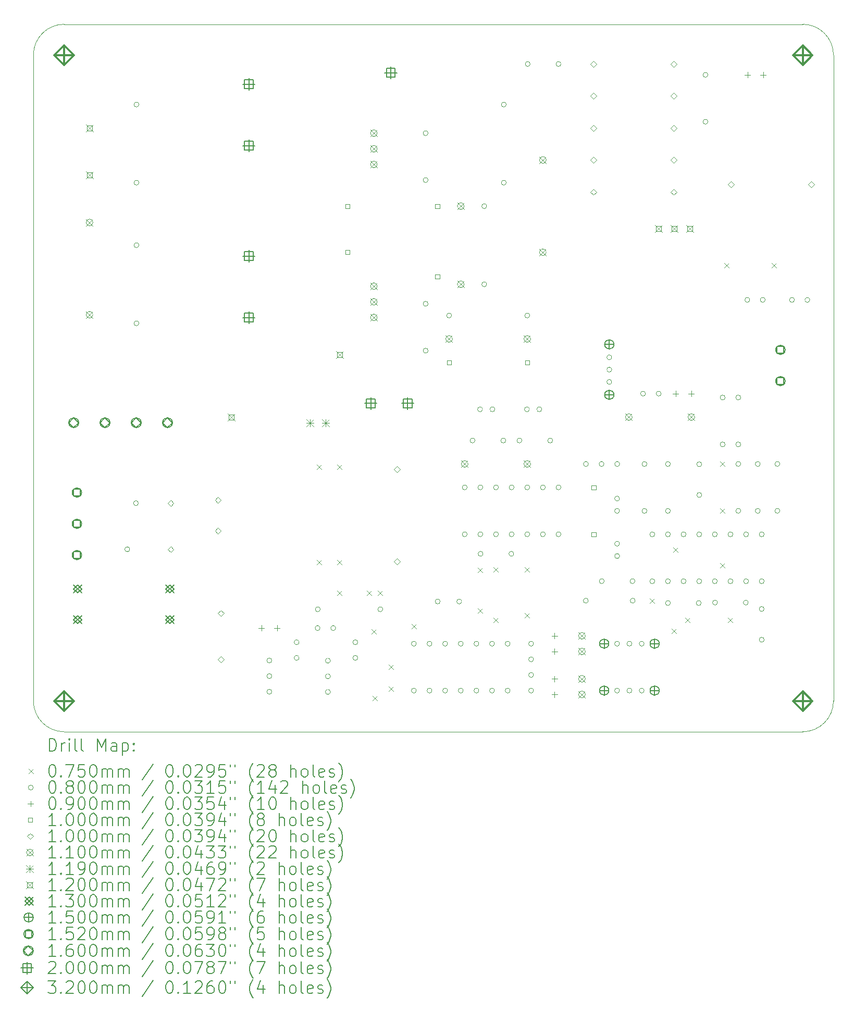
<source format=gbr>
%TF.GenerationSoftware,KiCad,Pcbnew,8.0.0*%
%TF.CreationDate,2024-06-30T22:06:07-03:00*%
%TF.ProjectId,tp4potencia,74703470-6f74-4656-9e63-69612e6b6963,0.4*%
%TF.SameCoordinates,Original*%
%TF.FileFunction,Drillmap*%
%TF.FilePolarity,Positive*%
%FSLAX45Y45*%
G04 Gerber Fmt 4.5, Leading zero omitted, Abs format (unit mm)*
G04 Created by KiCad (PCBNEW 8.0.0) date 2024-06-30 22:06:07*
%MOMM*%
%LPD*%
G01*
G04 APERTURE LIST*
%ADD10C,0.050000*%
%ADD11C,0.200000*%
%ADD12C,0.100000*%
%ADD13C,0.110000*%
%ADD14C,0.119000*%
%ADD15C,0.120000*%
%ADD16C,0.130000*%
%ADD17C,0.150000*%
%ADD18C,0.152000*%
%ADD19C,0.160000*%
%ADD20C,0.320000*%
G04 APERTURE END LIST*
D10*
X21250000Y-13750000D02*
X21250000Y-3250000D01*
X20750000Y-2750000D02*
X8750000Y-2750000D01*
X20750000Y-2750000D02*
G75*
G02*
X21250000Y-3250000I0J-500000D01*
G01*
X8750000Y-14250000D02*
X20750000Y-14250000D01*
X8750000Y-14250000D02*
G75*
G02*
X8250000Y-13750000I0J500000D01*
G01*
X8250000Y-3250000D02*
X8250000Y-13750000D01*
X21250000Y-13750000D02*
G75*
G02*
X20750000Y-14250000I-500000J0D01*
G01*
X8250000Y-3250000D02*
G75*
G02*
X8750000Y-2750000I500000J0D01*
G01*
D11*
D12*
X12858300Y-9910300D02*
X12933300Y-9985300D01*
X12933300Y-9910300D02*
X12858300Y-9985300D01*
X12858300Y-11459700D02*
X12933300Y-11534700D01*
X12933300Y-11459700D02*
X12858300Y-11534700D01*
X13188500Y-9910300D02*
X13263500Y-9985300D01*
X13263500Y-9910300D02*
X13188500Y-9985300D01*
X13188500Y-11459700D02*
X13263500Y-11534700D01*
X13263500Y-11459700D02*
X13188500Y-11534700D01*
X13188500Y-11955000D02*
X13263500Y-12030000D01*
X13263500Y-11955000D02*
X13188500Y-12030000D01*
X13664750Y-11955000D02*
X13739750Y-12030000D01*
X13739750Y-11955000D02*
X13664750Y-12030000D01*
X13747300Y-12587600D02*
X13822300Y-12662600D01*
X13822300Y-12587600D02*
X13747300Y-12662600D01*
X13760000Y-13669500D02*
X13835000Y-13744500D01*
X13835000Y-13669500D02*
X13760000Y-13744500D01*
X13848900Y-11955000D02*
X13923900Y-12030000D01*
X13923900Y-11955000D02*
X13848900Y-12030000D01*
X14026700Y-13161500D02*
X14101700Y-13236500D01*
X14101700Y-13161500D02*
X14026700Y-13236500D01*
X14026700Y-13517100D02*
X14101700Y-13592100D01*
X14101700Y-13517100D02*
X14026700Y-13592100D01*
X14395000Y-12501100D02*
X14470000Y-12576100D01*
X14470000Y-12501100D02*
X14395000Y-12576100D01*
X15474500Y-11586700D02*
X15549500Y-11661700D01*
X15549500Y-11586700D02*
X15474500Y-11661700D01*
X15474500Y-12247100D02*
X15549500Y-12322100D01*
X15549500Y-12247100D02*
X15474500Y-12322100D01*
X15728500Y-11574000D02*
X15803500Y-11649000D01*
X15803500Y-11574000D02*
X15728500Y-11649000D01*
X15728500Y-12399500D02*
X15803500Y-12474500D01*
X15803500Y-12399500D02*
X15728500Y-12474500D01*
X16236500Y-11574000D02*
X16311500Y-11649000D01*
X16311500Y-11574000D02*
X16236500Y-11649000D01*
X16236500Y-12320300D02*
X16311500Y-12395300D01*
X16311500Y-12320300D02*
X16236500Y-12395300D01*
X18268500Y-12082000D02*
X18343500Y-12157000D01*
X18343500Y-12082000D02*
X18268500Y-12157000D01*
X18624100Y-12577300D02*
X18699100Y-12652300D01*
X18699100Y-12577300D02*
X18624100Y-12652300D01*
X18649500Y-11256500D02*
X18724500Y-11331500D01*
X18724500Y-11256500D02*
X18649500Y-11331500D01*
X18840000Y-12399500D02*
X18915000Y-12474500D01*
X18915000Y-12399500D02*
X18840000Y-12474500D01*
X19411500Y-9859500D02*
X19486500Y-9934500D01*
X19486500Y-9859500D02*
X19411500Y-9934500D01*
X19411500Y-10621500D02*
X19486500Y-10696500D01*
X19486500Y-10621500D02*
X19411500Y-10696500D01*
X19411500Y-11510500D02*
X19486500Y-11585500D01*
X19486500Y-11510500D02*
X19411500Y-11585500D01*
X19475000Y-6633700D02*
X19550000Y-6708700D01*
X19550000Y-6633700D02*
X19475000Y-6708700D01*
X19538500Y-12399500D02*
X19613500Y-12474500D01*
X19613500Y-12399500D02*
X19538500Y-12474500D01*
X20249700Y-6633700D02*
X20324700Y-6708700D01*
X20324700Y-6633700D02*
X20249700Y-6708700D01*
X9815000Y-11284000D02*
G75*
G02*
X9735000Y-11284000I-40000J0D01*
G01*
X9735000Y-11284000D02*
G75*
G02*
X9815000Y-11284000I40000J0D01*
G01*
X9955000Y-10534000D02*
G75*
G02*
X9875000Y-10534000I-40000J0D01*
G01*
X9875000Y-10534000D02*
G75*
G02*
X9955000Y-10534000I40000J0D01*
G01*
X9964000Y-4055000D02*
G75*
G02*
X9884000Y-4055000I-40000J0D01*
G01*
X9884000Y-4055000D02*
G75*
G02*
X9964000Y-4055000I40000J0D01*
G01*
X9964000Y-5325000D02*
G75*
G02*
X9884000Y-5325000I-40000J0D01*
G01*
X9884000Y-5325000D02*
G75*
G02*
X9964000Y-5325000I40000J0D01*
G01*
X9964000Y-6341000D02*
G75*
G02*
X9884000Y-6341000I-40000J0D01*
G01*
X9884000Y-6341000D02*
G75*
G02*
X9964000Y-6341000I40000J0D01*
G01*
X9964000Y-7611000D02*
G75*
G02*
X9884000Y-7611000I-40000J0D01*
G01*
X9884000Y-7611000D02*
G75*
G02*
X9964000Y-7611000I40000J0D01*
G01*
X12123000Y-13092000D02*
G75*
G02*
X12043000Y-13092000I-40000J0D01*
G01*
X12043000Y-13092000D02*
G75*
G02*
X12123000Y-13092000I40000J0D01*
G01*
X12123000Y-13346000D02*
G75*
G02*
X12043000Y-13346000I-40000J0D01*
G01*
X12043000Y-13346000D02*
G75*
G02*
X12123000Y-13346000I40000J0D01*
G01*
X12123000Y-13600000D02*
G75*
G02*
X12043000Y-13600000I-40000J0D01*
G01*
X12043000Y-13600000D02*
G75*
G02*
X12123000Y-13600000I40000J0D01*
G01*
X12567500Y-12795500D02*
G75*
G02*
X12487500Y-12795500I-40000J0D01*
G01*
X12487500Y-12795500D02*
G75*
G02*
X12567500Y-12795500I40000J0D01*
G01*
X12567500Y-13049500D02*
G75*
G02*
X12487500Y-13049500I-40000J0D01*
G01*
X12487500Y-13049500D02*
G75*
G02*
X12567500Y-13049500I40000J0D01*
G01*
X12907500Y-12564000D02*
G75*
G02*
X12827500Y-12564000I-40000J0D01*
G01*
X12827500Y-12564000D02*
G75*
G02*
X12907500Y-12564000I40000J0D01*
G01*
X12910400Y-12259200D02*
G75*
G02*
X12830400Y-12259200I-40000J0D01*
G01*
X12830400Y-12259200D02*
G75*
G02*
X12910400Y-12259200I40000J0D01*
G01*
X13075500Y-13095000D02*
G75*
G02*
X12995500Y-13095000I-40000J0D01*
G01*
X12995500Y-13095000D02*
G75*
G02*
X13075500Y-13095000I40000J0D01*
G01*
X13075500Y-13349000D02*
G75*
G02*
X12995500Y-13349000I-40000J0D01*
G01*
X12995500Y-13349000D02*
G75*
G02*
X13075500Y-13349000I40000J0D01*
G01*
X13075500Y-13603000D02*
G75*
G02*
X12995500Y-13603000I-40000J0D01*
G01*
X12995500Y-13603000D02*
G75*
G02*
X13075500Y-13603000I40000J0D01*
G01*
X13161500Y-12564000D02*
G75*
G02*
X13081500Y-12564000I-40000J0D01*
G01*
X13081500Y-12564000D02*
G75*
G02*
X13161500Y-12564000I40000J0D01*
G01*
X13520000Y-12795500D02*
G75*
G02*
X13440000Y-12795500I-40000J0D01*
G01*
X13440000Y-12795500D02*
G75*
G02*
X13520000Y-12795500I40000J0D01*
G01*
X13520000Y-13049500D02*
G75*
G02*
X13440000Y-13049500I-40000J0D01*
G01*
X13440000Y-13049500D02*
G75*
G02*
X13520000Y-13049500I40000J0D01*
G01*
X13926400Y-12259200D02*
G75*
G02*
X13846400Y-12259200I-40000J0D01*
G01*
X13846400Y-12259200D02*
G75*
G02*
X13926400Y-12259200I40000J0D01*
G01*
X14472500Y-12818000D02*
G75*
G02*
X14392500Y-12818000I-40000J0D01*
G01*
X14392500Y-12818000D02*
G75*
G02*
X14472500Y-12818000I40000J0D01*
G01*
X14472500Y-13580000D02*
G75*
G02*
X14392500Y-13580000I-40000J0D01*
G01*
X14392500Y-13580000D02*
G75*
G02*
X14472500Y-13580000I40000J0D01*
G01*
X14663000Y-4520000D02*
G75*
G02*
X14583000Y-4520000I-40000J0D01*
G01*
X14583000Y-4520000D02*
G75*
G02*
X14663000Y-4520000I40000J0D01*
G01*
X14663000Y-5282000D02*
G75*
G02*
X14583000Y-5282000I-40000J0D01*
G01*
X14583000Y-5282000D02*
G75*
G02*
X14663000Y-5282000I40000J0D01*
G01*
X14663000Y-7293500D02*
G75*
G02*
X14583000Y-7293500I-40000J0D01*
G01*
X14583000Y-7293500D02*
G75*
G02*
X14663000Y-7293500I40000J0D01*
G01*
X14663000Y-8055500D02*
G75*
G02*
X14583000Y-8055500I-40000J0D01*
G01*
X14583000Y-8055500D02*
G75*
G02*
X14663000Y-8055500I40000J0D01*
G01*
X14726500Y-12818000D02*
G75*
G02*
X14646500Y-12818000I-40000J0D01*
G01*
X14646500Y-12818000D02*
G75*
G02*
X14726500Y-12818000I40000J0D01*
G01*
X14726500Y-13580000D02*
G75*
G02*
X14646500Y-13580000I-40000J0D01*
G01*
X14646500Y-13580000D02*
G75*
G02*
X14726500Y-13580000I40000J0D01*
G01*
X14859265Y-12132200D02*
G75*
G02*
X14779265Y-12132200I-40000J0D01*
G01*
X14779265Y-12132200D02*
G75*
G02*
X14859265Y-12132200I40000J0D01*
G01*
X14980500Y-12818000D02*
G75*
G02*
X14900500Y-12818000I-40000J0D01*
G01*
X14900500Y-12818000D02*
G75*
G02*
X14980500Y-12818000I40000J0D01*
G01*
X14980500Y-13580000D02*
G75*
G02*
X14900500Y-13580000I-40000J0D01*
G01*
X14900500Y-13580000D02*
G75*
G02*
X14980500Y-13580000I40000J0D01*
G01*
X15044000Y-7484000D02*
G75*
G02*
X14964000Y-7484000I-40000J0D01*
G01*
X14964000Y-7484000D02*
G75*
G02*
X15044000Y-7484000I40000J0D01*
G01*
X15209265Y-12132200D02*
G75*
G02*
X15129265Y-12132200I-40000J0D01*
G01*
X15129265Y-12132200D02*
G75*
G02*
X15209265Y-12132200I40000J0D01*
G01*
X15234500Y-12818000D02*
G75*
G02*
X15154500Y-12818000I-40000J0D01*
G01*
X15154500Y-12818000D02*
G75*
G02*
X15234500Y-12818000I40000J0D01*
G01*
X15234500Y-13580000D02*
G75*
G02*
X15154500Y-13580000I-40000J0D01*
G01*
X15154500Y-13580000D02*
G75*
G02*
X15234500Y-13580000I40000J0D01*
G01*
X15298000Y-10278000D02*
G75*
G02*
X15218000Y-10278000I-40000J0D01*
G01*
X15218000Y-10278000D02*
G75*
G02*
X15298000Y-10278000I40000J0D01*
G01*
X15298000Y-11040000D02*
G75*
G02*
X15218000Y-11040000I-40000J0D01*
G01*
X15218000Y-11040000D02*
G75*
G02*
X15298000Y-11040000I40000J0D01*
G01*
X15425000Y-9516000D02*
G75*
G02*
X15345000Y-9516000I-40000J0D01*
G01*
X15345000Y-9516000D02*
G75*
G02*
X15425000Y-9516000I40000J0D01*
G01*
X15488500Y-12818000D02*
G75*
G02*
X15408500Y-12818000I-40000J0D01*
G01*
X15408500Y-12818000D02*
G75*
G02*
X15488500Y-12818000I40000J0D01*
G01*
X15488500Y-13580000D02*
G75*
G02*
X15408500Y-13580000I-40000J0D01*
G01*
X15408500Y-13580000D02*
G75*
G02*
X15488500Y-13580000I40000J0D01*
G01*
X15548000Y-9008000D02*
G75*
G02*
X15468000Y-9008000I-40000J0D01*
G01*
X15468000Y-9008000D02*
G75*
G02*
X15548000Y-9008000I40000J0D01*
G01*
X15552000Y-10278000D02*
G75*
G02*
X15472000Y-10278000I-40000J0D01*
G01*
X15472000Y-10278000D02*
G75*
G02*
X15552000Y-10278000I40000J0D01*
G01*
X15552000Y-11040000D02*
G75*
G02*
X15472000Y-11040000I-40000J0D01*
G01*
X15472000Y-11040000D02*
G75*
G02*
X15552000Y-11040000I40000J0D01*
G01*
X15556000Y-11357500D02*
G75*
G02*
X15476000Y-11357500I-40000J0D01*
G01*
X15476000Y-11357500D02*
G75*
G02*
X15556000Y-11357500I40000J0D01*
G01*
X15615500Y-5706000D02*
G75*
G02*
X15535500Y-5706000I-40000J0D01*
G01*
X15535500Y-5706000D02*
G75*
G02*
X15615500Y-5706000I40000J0D01*
G01*
X15615500Y-6976000D02*
G75*
G02*
X15535500Y-6976000I-40000J0D01*
G01*
X15535500Y-6976000D02*
G75*
G02*
X15615500Y-6976000I40000J0D01*
G01*
X15742500Y-12818000D02*
G75*
G02*
X15662500Y-12818000I-40000J0D01*
G01*
X15662500Y-12818000D02*
G75*
G02*
X15742500Y-12818000I40000J0D01*
G01*
X15742500Y-13580000D02*
G75*
G02*
X15662500Y-13580000I-40000J0D01*
G01*
X15662500Y-13580000D02*
G75*
G02*
X15742500Y-13580000I40000J0D01*
G01*
X15748000Y-9008000D02*
G75*
G02*
X15668000Y-9008000I-40000J0D01*
G01*
X15668000Y-9008000D02*
G75*
G02*
X15748000Y-9008000I40000J0D01*
G01*
X15806000Y-10278000D02*
G75*
G02*
X15726000Y-10278000I-40000J0D01*
G01*
X15726000Y-10278000D02*
G75*
G02*
X15806000Y-10278000I40000J0D01*
G01*
X15806000Y-11040000D02*
G75*
G02*
X15726000Y-11040000I-40000J0D01*
G01*
X15726000Y-11040000D02*
G75*
G02*
X15806000Y-11040000I40000J0D01*
G01*
X15925000Y-9516000D02*
G75*
G02*
X15845000Y-9516000I-40000J0D01*
G01*
X15845000Y-9516000D02*
G75*
G02*
X15925000Y-9516000I40000J0D01*
G01*
X15933000Y-4055000D02*
G75*
G02*
X15853000Y-4055000I-40000J0D01*
G01*
X15853000Y-4055000D02*
G75*
G02*
X15933000Y-4055000I40000J0D01*
G01*
X15933000Y-5325000D02*
G75*
G02*
X15853000Y-5325000I-40000J0D01*
G01*
X15853000Y-5325000D02*
G75*
G02*
X15933000Y-5325000I40000J0D01*
G01*
X15996500Y-12818000D02*
G75*
G02*
X15916500Y-12818000I-40000J0D01*
G01*
X15916500Y-12818000D02*
G75*
G02*
X15996500Y-12818000I40000J0D01*
G01*
X15996500Y-13580000D02*
G75*
G02*
X15916500Y-13580000I-40000J0D01*
G01*
X15916500Y-13580000D02*
G75*
G02*
X15996500Y-13580000I40000J0D01*
G01*
X16056000Y-11357500D02*
G75*
G02*
X15976000Y-11357500I-40000J0D01*
G01*
X15976000Y-11357500D02*
G75*
G02*
X16056000Y-11357500I40000J0D01*
G01*
X16060000Y-10278000D02*
G75*
G02*
X15980000Y-10278000I-40000J0D01*
G01*
X15980000Y-10278000D02*
G75*
G02*
X16060000Y-10278000I40000J0D01*
G01*
X16060000Y-11040000D02*
G75*
G02*
X15980000Y-11040000I-40000J0D01*
G01*
X15980000Y-11040000D02*
G75*
G02*
X16060000Y-11040000I40000J0D01*
G01*
X16187000Y-9516000D02*
G75*
G02*
X16107000Y-9516000I-40000J0D01*
G01*
X16107000Y-9516000D02*
G75*
G02*
X16187000Y-9516000I40000J0D01*
G01*
X16310000Y-9008000D02*
G75*
G02*
X16230000Y-9008000I-40000J0D01*
G01*
X16230000Y-9008000D02*
G75*
G02*
X16310000Y-9008000I40000J0D01*
G01*
X16314000Y-7484000D02*
G75*
G02*
X16234000Y-7484000I-40000J0D01*
G01*
X16234000Y-7484000D02*
G75*
G02*
X16314000Y-7484000I40000J0D01*
G01*
X16314000Y-10278000D02*
G75*
G02*
X16234000Y-10278000I-40000J0D01*
G01*
X16234000Y-10278000D02*
G75*
G02*
X16314000Y-10278000I40000J0D01*
G01*
X16314000Y-11040000D02*
G75*
G02*
X16234000Y-11040000I-40000J0D01*
G01*
X16234000Y-11040000D02*
G75*
G02*
X16314000Y-11040000I40000J0D01*
G01*
X16322000Y-3396000D02*
G75*
G02*
X16242000Y-3396000I-40000J0D01*
G01*
X16242000Y-3396000D02*
G75*
G02*
X16322000Y-3396000I40000J0D01*
G01*
X16377500Y-12818000D02*
G75*
G02*
X16297500Y-12818000I-40000J0D01*
G01*
X16297500Y-12818000D02*
G75*
G02*
X16377500Y-12818000I40000J0D01*
G01*
X16377500Y-13072000D02*
G75*
G02*
X16297500Y-13072000I-40000J0D01*
G01*
X16297500Y-13072000D02*
G75*
G02*
X16377500Y-13072000I40000J0D01*
G01*
X16377500Y-13326000D02*
G75*
G02*
X16297500Y-13326000I-40000J0D01*
G01*
X16297500Y-13326000D02*
G75*
G02*
X16377500Y-13326000I40000J0D01*
G01*
X16377500Y-13580000D02*
G75*
G02*
X16297500Y-13580000I-40000J0D01*
G01*
X16297500Y-13580000D02*
G75*
G02*
X16377500Y-13580000I40000J0D01*
G01*
X16510000Y-9008000D02*
G75*
G02*
X16430000Y-9008000I-40000J0D01*
G01*
X16430000Y-9008000D02*
G75*
G02*
X16510000Y-9008000I40000J0D01*
G01*
X16568000Y-10278000D02*
G75*
G02*
X16488000Y-10278000I-40000J0D01*
G01*
X16488000Y-10278000D02*
G75*
G02*
X16568000Y-10278000I40000J0D01*
G01*
X16568000Y-11040000D02*
G75*
G02*
X16488000Y-11040000I-40000J0D01*
G01*
X16488000Y-11040000D02*
G75*
G02*
X16568000Y-11040000I40000J0D01*
G01*
X16687000Y-9516000D02*
G75*
G02*
X16607000Y-9516000I-40000J0D01*
G01*
X16607000Y-9516000D02*
G75*
G02*
X16687000Y-9516000I40000J0D01*
G01*
X16822000Y-3396000D02*
G75*
G02*
X16742000Y-3396000I-40000J0D01*
G01*
X16742000Y-3396000D02*
G75*
G02*
X16822000Y-3396000I40000J0D01*
G01*
X16822000Y-10278000D02*
G75*
G02*
X16742000Y-10278000I-40000J0D01*
G01*
X16742000Y-10278000D02*
G75*
G02*
X16822000Y-10278000I40000J0D01*
G01*
X16822000Y-11040000D02*
G75*
G02*
X16742000Y-11040000I-40000J0D01*
G01*
X16742000Y-11040000D02*
G75*
G02*
X16822000Y-11040000I40000J0D01*
G01*
X17266500Y-12119500D02*
G75*
G02*
X17186500Y-12119500I-40000J0D01*
G01*
X17186500Y-12119500D02*
G75*
G02*
X17266500Y-12119500I40000J0D01*
G01*
X17267500Y-9897000D02*
G75*
G02*
X17187500Y-9897000I-40000J0D01*
G01*
X17187500Y-9897000D02*
G75*
G02*
X17267500Y-9897000I40000J0D01*
G01*
X17521500Y-9897000D02*
G75*
G02*
X17441500Y-9897000I-40000J0D01*
G01*
X17441500Y-9897000D02*
G75*
G02*
X17521500Y-9897000I40000J0D01*
G01*
X17524500Y-11802000D02*
G75*
G02*
X17444500Y-11802000I-40000J0D01*
G01*
X17444500Y-11802000D02*
G75*
G02*
X17524500Y-11802000I40000J0D01*
G01*
X17647500Y-8163500D02*
G75*
G02*
X17567500Y-8163500I-40000J0D01*
G01*
X17567500Y-8163500D02*
G75*
G02*
X17647500Y-8163500I40000J0D01*
G01*
X17647500Y-8363500D02*
G75*
G02*
X17567500Y-8363500I-40000J0D01*
G01*
X17567500Y-8363500D02*
G75*
G02*
X17647500Y-8363500I40000J0D01*
G01*
X17647500Y-8563500D02*
G75*
G02*
X17567500Y-8563500I-40000J0D01*
G01*
X17567500Y-8563500D02*
G75*
G02*
X17647500Y-8563500I40000J0D01*
G01*
X17774500Y-10459000D02*
G75*
G02*
X17694500Y-10459000I-40000J0D01*
G01*
X17694500Y-10459000D02*
G75*
G02*
X17774500Y-10459000I40000J0D01*
G01*
X17774500Y-10659000D02*
G75*
G02*
X17694500Y-10659000I-40000J0D01*
G01*
X17694500Y-10659000D02*
G75*
G02*
X17774500Y-10659000I40000J0D01*
G01*
X17774500Y-11194000D02*
G75*
G02*
X17694500Y-11194000I-40000J0D01*
G01*
X17694500Y-11194000D02*
G75*
G02*
X17774500Y-11194000I40000J0D01*
G01*
X17774500Y-11394000D02*
G75*
G02*
X17694500Y-11394000I-40000J0D01*
G01*
X17694500Y-11394000D02*
G75*
G02*
X17774500Y-11394000I40000J0D01*
G01*
X17774500Y-12818000D02*
G75*
G02*
X17694500Y-12818000I-40000J0D01*
G01*
X17694500Y-12818000D02*
G75*
G02*
X17774500Y-12818000I40000J0D01*
G01*
X17774500Y-13580000D02*
G75*
G02*
X17694500Y-13580000I-40000J0D01*
G01*
X17694500Y-13580000D02*
G75*
G02*
X17774500Y-13580000I40000J0D01*
G01*
X17775500Y-9897000D02*
G75*
G02*
X17695500Y-9897000I-40000J0D01*
G01*
X17695500Y-9897000D02*
G75*
G02*
X17775500Y-9897000I40000J0D01*
G01*
X17974500Y-12818000D02*
G75*
G02*
X17894500Y-12818000I-40000J0D01*
G01*
X17894500Y-12818000D02*
G75*
G02*
X17974500Y-12818000I40000J0D01*
G01*
X17974500Y-13580000D02*
G75*
G02*
X17894500Y-13580000I-40000J0D01*
G01*
X17894500Y-13580000D02*
G75*
G02*
X17974500Y-13580000I40000J0D01*
G01*
X18024500Y-11802000D02*
G75*
G02*
X17944500Y-11802000I-40000J0D01*
G01*
X17944500Y-11802000D02*
G75*
G02*
X18024500Y-11802000I40000J0D01*
G01*
X18028500Y-12119500D02*
G75*
G02*
X17948500Y-12119500I-40000J0D01*
G01*
X17948500Y-12119500D02*
G75*
G02*
X18028500Y-12119500I40000J0D01*
G01*
X18174500Y-12818000D02*
G75*
G02*
X18094500Y-12818000I-40000J0D01*
G01*
X18094500Y-12818000D02*
G75*
G02*
X18174500Y-12818000I40000J0D01*
G01*
X18174500Y-13580000D02*
G75*
G02*
X18094500Y-13580000I-40000J0D01*
G01*
X18094500Y-13580000D02*
G75*
G02*
X18174500Y-13580000I40000J0D01*
G01*
X18196500Y-8754000D02*
G75*
G02*
X18116500Y-8754000I-40000J0D01*
G01*
X18116500Y-8754000D02*
G75*
G02*
X18196500Y-8754000I40000J0D01*
G01*
X18220000Y-9898000D02*
G75*
G02*
X18140000Y-9898000I-40000J0D01*
G01*
X18140000Y-9898000D02*
G75*
G02*
X18220000Y-9898000I40000J0D01*
G01*
X18220000Y-10660000D02*
G75*
G02*
X18140000Y-10660000I-40000J0D01*
G01*
X18140000Y-10660000D02*
G75*
G02*
X18220000Y-10660000I40000J0D01*
G01*
X18347000Y-11041000D02*
G75*
G02*
X18267000Y-11041000I-40000J0D01*
G01*
X18267000Y-11041000D02*
G75*
G02*
X18347000Y-11041000I40000J0D01*
G01*
X18347000Y-11803000D02*
G75*
G02*
X18267000Y-11803000I-40000J0D01*
G01*
X18267000Y-11803000D02*
G75*
G02*
X18347000Y-11803000I40000J0D01*
G01*
X18450500Y-8754000D02*
G75*
G02*
X18370500Y-8754000I-40000J0D01*
G01*
X18370500Y-8754000D02*
G75*
G02*
X18450500Y-8754000I40000J0D01*
G01*
X18600000Y-12157600D02*
G75*
G02*
X18520000Y-12157600I-40000J0D01*
G01*
X18520000Y-12157600D02*
G75*
G02*
X18600000Y-12157600I40000J0D01*
G01*
X18601000Y-9898000D02*
G75*
G02*
X18521000Y-9898000I-40000J0D01*
G01*
X18521000Y-9898000D02*
G75*
G02*
X18601000Y-9898000I40000J0D01*
G01*
X18601000Y-10660000D02*
G75*
G02*
X18521000Y-10660000I-40000J0D01*
G01*
X18521000Y-10660000D02*
G75*
G02*
X18601000Y-10660000I40000J0D01*
G01*
X18601000Y-11041000D02*
G75*
G02*
X18521000Y-11041000I-40000J0D01*
G01*
X18521000Y-11041000D02*
G75*
G02*
X18601000Y-11041000I40000J0D01*
G01*
X18601000Y-11803000D02*
G75*
G02*
X18521000Y-11803000I-40000J0D01*
G01*
X18521000Y-11803000D02*
G75*
G02*
X18601000Y-11803000I40000J0D01*
G01*
X18855000Y-11041000D02*
G75*
G02*
X18775000Y-11041000I-40000J0D01*
G01*
X18775000Y-11041000D02*
G75*
G02*
X18855000Y-11041000I40000J0D01*
G01*
X18855000Y-11803000D02*
G75*
G02*
X18775000Y-11803000I-40000J0D01*
G01*
X18775000Y-11803000D02*
G75*
G02*
X18855000Y-11803000I40000J0D01*
G01*
X19100000Y-12157600D02*
G75*
G02*
X19020000Y-12157600I-40000J0D01*
G01*
X19020000Y-12157600D02*
G75*
G02*
X19100000Y-12157600I40000J0D01*
G01*
X19109000Y-9902000D02*
G75*
G02*
X19029000Y-9902000I-40000J0D01*
G01*
X19029000Y-9902000D02*
G75*
G02*
X19109000Y-9902000I40000J0D01*
G01*
X19109000Y-10402000D02*
G75*
G02*
X19029000Y-10402000I-40000J0D01*
G01*
X19029000Y-10402000D02*
G75*
G02*
X19109000Y-10402000I40000J0D01*
G01*
X19109000Y-11041000D02*
G75*
G02*
X19029000Y-11041000I-40000J0D01*
G01*
X19029000Y-11041000D02*
G75*
G02*
X19109000Y-11041000I40000J0D01*
G01*
X19109000Y-11803000D02*
G75*
G02*
X19029000Y-11803000I-40000J0D01*
G01*
X19029000Y-11803000D02*
G75*
G02*
X19109000Y-11803000I40000J0D01*
G01*
X19209600Y-3572400D02*
G75*
G02*
X19129600Y-3572400I-40000J0D01*
G01*
X19129600Y-3572400D02*
G75*
G02*
X19209600Y-3572400I40000J0D01*
G01*
X19209600Y-4334400D02*
G75*
G02*
X19129600Y-4334400I-40000J0D01*
G01*
X19129600Y-4334400D02*
G75*
G02*
X19209600Y-4334400I40000J0D01*
G01*
X19363000Y-11041000D02*
G75*
G02*
X19283000Y-11041000I-40000J0D01*
G01*
X19283000Y-11041000D02*
G75*
G02*
X19363000Y-11041000I40000J0D01*
G01*
X19363000Y-11803000D02*
G75*
G02*
X19283000Y-11803000I-40000J0D01*
G01*
X19283000Y-11803000D02*
G75*
G02*
X19363000Y-11803000I40000J0D01*
G01*
X19366000Y-12150000D02*
G75*
G02*
X19286000Y-12150000I-40000J0D01*
G01*
X19286000Y-12150000D02*
G75*
G02*
X19366000Y-12150000I40000J0D01*
G01*
X19489000Y-8817500D02*
G75*
G02*
X19409000Y-8817500I-40000J0D01*
G01*
X19409000Y-8817500D02*
G75*
G02*
X19489000Y-8817500I40000J0D01*
G01*
X19489000Y-9579500D02*
G75*
G02*
X19409000Y-9579500I-40000J0D01*
G01*
X19409000Y-9579500D02*
G75*
G02*
X19489000Y-9579500I40000J0D01*
G01*
X19617000Y-11041000D02*
G75*
G02*
X19537000Y-11041000I-40000J0D01*
G01*
X19537000Y-11041000D02*
G75*
G02*
X19617000Y-11041000I40000J0D01*
G01*
X19617000Y-11803000D02*
G75*
G02*
X19537000Y-11803000I-40000J0D01*
G01*
X19537000Y-11803000D02*
G75*
G02*
X19617000Y-11803000I40000J0D01*
G01*
X19743000Y-8817500D02*
G75*
G02*
X19663000Y-8817500I-40000J0D01*
G01*
X19663000Y-8817500D02*
G75*
G02*
X19743000Y-8817500I40000J0D01*
G01*
X19743000Y-9579500D02*
G75*
G02*
X19663000Y-9579500I-40000J0D01*
G01*
X19663000Y-9579500D02*
G75*
G02*
X19743000Y-9579500I40000J0D01*
G01*
X19743000Y-9897000D02*
G75*
G02*
X19663000Y-9897000I-40000J0D01*
G01*
X19663000Y-9897000D02*
G75*
G02*
X19743000Y-9897000I40000J0D01*
G01*
X19743000Y-10659000D02*
G75*
G02*
X19663000Y-10659000I-40000J0D01*
G01*
X19663000Y-10659000D02*
G75*
G02*
X19743000Y-10659000I40000J0D01*
G01*
X19866000Y-12150000D02*
G75*
G02*
X19786000Y-12150000I-40000J0D01*
G01*
X19786000Y-12150000D02*
G75*
G02*
X19866000Y-12150000I40000J0D01*
G01*
X19871000Y-11041000D02*
G75*
G02*
X19791000Y-11041000I-40000J0D01*
G01*
X19791000Y-11041000D02*
G75*
G02*
X19871000Y-11041000I40000J0D01*
G01*
X19871000Y-11803000D02*
G75*
G02*
X19791000Y-11803000I-40000J0D01*
G01*
X19791000Y-11803000D02*
G75*
G02*
X19871000Y-11803000I40000J0D01*
G01*
X19890638Y-7230000D02*
G75*
G02*
X19810638Y-7230000I-40000J0D01*
G01*
X19810638Y-7230000D02*
G75*
G02*
X19890638Y-7230000I40000J0D01*
G01*
X20060500Y-9897000D02*
G75*
G02*
X19980500Y-9897000I-40000J0D01*
G01*
X19980500Y-9897000D02*
G75*
G02*
X20060500Y-9897000I40000J0D01*
G01*
X20060500Y-10659000D02*
G75*
G02*
X19980500Y-10659000I-40000J0D01*
G01*
X19980500Y-10659000D02*
G75*
G02*
X20060500Y-10659000I40000J0D01*
G01*
X20124000Y-12254500D02*
G75*
G02*
X20044000Y-12254500I-40000J0D01*
G01*
X20044000Y-12254500D02*
G75*
G02*
X20124000Y-12254500I40000J0D01*
G01*
X20124000Y-12754500D02*
G75*
G02*
X20044000Y-12754500I-40000J0D01*
G01*
X20044000Y-12754500D02*
G75*
G02*
X20124000Y-12754500I40000J0D01*
G01*
X20125000Y-11041000D02*
G75*
G02*
X20045000Y-11041000I-40000J0D01*
G01*
X20045000Y-11041000D02*
G75*
G02*
X20125000Y-11041000I40000J0D01*
G01*
X20125000Y-11803000D02*
G75*
G02*
X20045000Y-11803000I-40000J0D01*
G01*
X20045000Y-11803000D02*
G75*
G02*
X20125000Y-11803000I40000J0D01*
G01*
X20140638Y-7230000D02*
G75*
G02*
X20060638Y-7230000I-40000J0D01*
G01*
X20060638Y-7230000D02*
G75*
G02*
X20140638Y-7230000I40000J0D01*
G01*
X20378000Y-9897000D02*
G75*
G02*
X20298000Y-9897000I-40000J0D01*
G01*
X20298000Y-9897000D02*
G75*
G02*
X20378000Y-9897000I40000J0D01*
G01*
X20378000Y-10659000D02*
G75*
G02*
X20298000Y-10659000I-40000J0D01*
G01*
X20298000Y-10659000D02*
G75*
G02*
X20378000Y-10659000I40000J0D01*
G01*
X20615362Y-7230000D02*
G75*
G02*
X20535362Y-7230000I-40000J0D01*
G01*
X20535362Y-7230000D02*
G75*
G02*
X20615362Y-7230000I40000J0D01*
G01*
X20865362Y-7230000D02*
G75*
G02*
X20785362Y-7230000I-40000J0D01*
G01*
X20785362Y-7230000D02*
G75*
G02*
X20865362Y-7230000I40000J0D01*
G01*
X11955500Y-12519000D02*
X11955500Y-12609000D01*
X11910500Y-12564000D02*
X12000500Y-12564000D01*
X12209500Y-12519000D02*
X12209500Y-12609000D01*
X12164500Y-12564000D02*
X12254500Y-12564000D01*
X16718500Y-12646000D02*
X16718500Y-12736000D01*
X16673500Y-12691000D02*
X16763500Y-12691000D01*
X16718500Y-12900000D02*
X16718500Y-12990000D01*
X16673500Y-12945000D02*
X16763500Y-12945000D01*
X16718500Y-13344500D02*
X16718500Y-13434500D01*
X16673500Y-13389500D02*
X16763500Y-13389500D01*
X16718500Y-13598500D02*
X16718500Y-13688500D01*
X16673500Y-13643500D02*
X16763500Y-13643500D01*
X18686500Y-8709000D02*
X18686500Y-8799000D01*
X18641500Y-8754000D02*
X18731500Y-8754000D01*
X18940500Y-8709000D02*
X18940500Y-8799000D01*
X18895500Y-8754000D02*
X18985500Y-8754000D01*
X19854900Y-3527400D02*
X19854900Y-3617400D01*
X19809900Y-3572400D02*
X19899900Y-3572400D01*
X20108900Y-3527400D02*
X20108900Y-3617400D01*
X20063900Y-3572400D02*
X20153900Y-3572400D01*
X13388356Y-5741356D02*
X13388356Y-5670644D01*
X13317644Y-5670644D01*
X13317644Y-5741356D01*
X13388356Y-5741356D01*
X13388356Y-6491356D02*
X13388356Y-6420644D01*
X13317644Y-6420644D01*
X13317644Y-6491356D01*
X13388356Y-6491356D01*
X14848856Y-5741356D02*
X14848856Y-5670644D01*
X14778144Y-5670644D01*
X14778144Y-5741356D01*
X14848856Y-5741356D01*
X14848856Y-6884356D02*
X14848856Y-6813644D01*
X14778144Y-6813644D01*
X14778144Y-6884356D01*
X14848856Y-6884356D01*
X15039356Y-8281356D02*
X15039356Y-8210644D01*
X14968644Y-8210644D01*
X14968644Y-8281356D01*
X15039356Y-8281356D01*
X16309356Y-8281356D02*
X16309356Y-8210644D01*
X16238644Y-8210644D01*
X16238644Y-8281356D01*
X16309356Y-8281356D01*
X17388856Y-10313356D02*
X17388856Y-10242644D01*
X17318144Y-10242644D01*
X17318144Y-10313356D01*
X17388856Y-10313356D01*
X17388856Y-11075356D02*
X17388856Y-11004644D01*
X17318144Y-11004644D01*
X17318144Y-11075356D01*
X17388856Y-11075356D01*
X10480000Y-10584000D02*
X10530000Y-10534000D01*
X10480000Y-10484000D01*
X10430000Y-10534000D01*
X10480000Y-10584000D01*
X10480000Y-11334000D02*
X10530000Y-11284000D01*
X10480000Y-11234000D01*
X10430000Y-11284000D01*
X10480000Y-11334000D01*
X11250250Y-10534735D02*
X11300250Y-10484735D01*
X11250250Y-10434735D01*
X11200250Y-10484735D01*
X11250250Y-10534735D01*
X11250250Y-11034735D02*
X11300250Y-10984735D01*
X11250250Y-10934735D01*
X11200250Y-10984735D01*
X11250250Y-11034735D01*
X11300000Y-12375000D02*
X11350000Y-12325000D01*
X11300000Y-12275000D01*
X11250000Y-12325000D01*
X11300000Y-12375000D01*
X11300000Y-13125000D02*
X11350000Y-13075000D01*
X11300000Y-13025000D01*
X11250000Y-13075000D01*
X11300000Y-13125000D01*
X14158250Y-10034735D02*
X14208250Y-9984735D01*
X14158250Y-9934735D01*
X14108250Y-9984735D01*
X14158250Y-10034735D01*
X14158250Y-11534735D02*
X14208250Y-11484735D01*
X14158250Y-11434735D01*
X14108250Y-11484735D01*
X14158250Y-11534735D01*
X17352000Y-3446000D02*
X17402000Y-3396000D01*
X17352000Y-3346000D01*
X17302000Y-3396000D01*
X17352000Y-3446000D01*
X17352000Y-3966000D02*
X17402000Y-3916000D01*
X17352000Y-3866000D01*
X17302000Y-3916000D01*
X17352000Y-3966000D01*
X17352000Y-4486000D02*
X17402000Y-4436000D01*
X17352000Y-4386000D01*
X17302000Y-4436000D01*
X17352000Y-4486000D01*
X17352000Y-5006000D02*
X17402000Y-4956000D01*
X17352000Y-4906000D01*
X17302000Y-4956000D01*
X17352000Y-5006000D01*
X17352000Y-5526000D02*
X17402000Y-5476000D01*
X17352000Y-5426000D01*
X17302000Y-5476000D01*
X17352000Y-5526000D01*
X18652000Y-3446000D02*
X18702000Y-3396000D01*
X18652000Y-3346000D01*
X18602000Y-3396000D01*
X18652000Y-3446000D01*
X18652000Y-3966000D02*
X18702000Y-3916000D01*
X18652000Y-3866000D01*
X18602000Y-3916000D01*
X18652000Y-3966000D01*
X18652000Y-4486000D02*
X18702000Y-4436000D01*
X18652000Y-4386000D01*
X18602000Y-4436000D01*
X18652000Y-4486000D01*
X18652000Y-5006000D02*
X18702000Y-4956000D01*
X18652000Y-4906000D01*
X18602000Y-4956000D01*
X18652000Y-5006000D01*
X18652000Y-5526000D02*
X18702000Y-5476000D01*
X18652000Y-5426000D01*
X18602000Y-5476000D01*
X18652000Y-5526000D01*
X19586400Y-5400400D02*
X19636400Y-5350400D01*
X19586400Y-5300400D01*
X19536400Y-5350400D01*
X19586400Y-5400400D01*
X20886400Y-5400400D02*
X20936400Y-5350400D01*
X20886400Y-5300400D01*
X20836400Y-5350400D01*
X20886400Y-5400400D01*
D13*
X9107000Y-5917000D02*
X9217000Y-6027000D01*
X9217000Y-5917000D02*
X9107000Y-6027000D01*
X9217000Y-5972000D02*
G75*
G02*
X9107000Y-5972000I-55000J0D01*
G01*
X9107000Y-5972000D02*
G75*
G02*
X9217000Y-5972000I55000J0D01*
G01*
X9107000Y-7417000D02*
X9217000Y-7527000D01*
X9217000Y-7417000D02*
X9107000Y-7527000D01*
X9217000Y-7472000D02*
G75*
G02*
X9107000Y-7472000I-55000J0D01*
G01*
X9107000Y-7472000D02*
G75*
G02*
X9217000Y-7472000I55000J0D01*
G01*
X13727000Y-4465000D02*
X13837000Y-4575000D01*
X13837000Y-4465000D02*
X13727000Y-4575000D01*
X13837000Y-4520000D02*
G75*
G02*
X13727000Y-4520000I-55000J0D01*
G01*
X13727000Y-4520000D02*
G75*
G02*
X13837000Y-4520000I55000J0D01*
G01*
X13727000Y-4719000D02*
X13837000Y-4829000D01*
X13837000Y-4719000D02*
X13727000Y-4829000D01*
X13837000Y-4774000D02*
G75*
G02*
X13727000Y-4774000I-55000J0D01*
G01*
X13727000Y-4774000D02*
G75*
G02*
X13837000Y-4774000I55000J0D01*
G01*
X13727000Y-4973000D02*
X13837000Y-5083000D01*
X13837000Y-4973000D02*
X13727000Y-5083000D01*
X13837000Y-5028000D02*
G75*
G02*
X13727000Y-5028000I-55000J0D01*
G01*
X13727000Y-5028000D02*
G75*
G02*
X13837000Y-5028000I55000J0D01*
G01*
X13727000Y-6953000D02*
X13837000Y-7063000D01*
X13837000Y-6953000D02*
X13727000Y-7063000D01*
X13837000Y-7008000D02*
G75*
G02*
X13727000Y-7008000I-55000J0D01*
G01*
X13727000Y-7008000D02*
G75*
G02*
X13837000Y-7008000I55000J0D01*
G01*
X13727000Y-7207000D02*
X13837000Y-7317000D01*
X13837000Y-7207000D02*
X13727000Y-7317000D01*
X13837000Y-7262000D02*
G75*
G02*
X13727000Y-7262000I-55000J0D01*
G01*
X13727000Y-7262000D02*
G75*
G02*
X13837000Y-7262000I55000J0D01*
G01*
X13727000Y-7461000D02*
X13837000Y-7571000D01*
X13837000Y-7461000D02*
X13727000Y-7571000D01*
X13837000Y-7516000D02*
G75*
G02*
X13727000Y-7516000I-55000J0D01*
G01*
X13727000Y-7516000D02*
G75*
G02*
X13837000Y-7516000I55000J0D01*
G01*
X14949000Y-7810000D02*
X15059000Y-7920000D01*
X15059000Y-7810000D02*
X14949000Y-7920000D01*
X15059000Y-7865000D02*
G75*
G02*
X14949000Y-7865000I-55000J0D01*
G01*
X14949000Y-7865000D02*
G75*
G02*
X15059000Y-7865000I55000J0D01*
G01*
X15139500Y-5651000D02*
X15249500Y-5761000D01*
X15249500Y-5651000D02*
X15139500Y-5761000D01*
X15249500Y-5706000D02*
G75*
G02*
X15139500Y-5706000I-55000J0D01*
G01*
X15139500Y-5706000D02*
G75*
G02*
X15249500Y-5706000I55000J0D01*
G01*
X15139500Y-6921000D02*
X15249500Y-7031000D01*
X15249500Y-6921000D02*
X15139500Y-7031000D01*
X15249500Y-6976000D02*
G75*
G02*
X15139500Y-6976000I-55000J0D01*
G01*
X15139500Y-6976000D02*
G75*
G02*
X15249500Y-6976000I55000J0D01*
G01*
X15203000Y-9842000D02*
X15313000Y-9952000D01*
X15313000Y-9842000D02*
X15203000Y-9952000D01*
X15313000Y-9897000D02*
G75*
G02*
X15203000Y-9897000I-55000J0D01*
G01*
X15203000Y-9897000D02*
G75*
G02*
X15313000Y-9897000I55000J0D01*
G01*
X16219000Y-7810000D02*
X16329000Y-7920000D01*
X16329000Y-7810000D02*
X16219000Y-7920000D01*
X16329000Y-7865000D02*
G75*
G02*
X16219000Y-7865000I-55000J0D01*
G01*
X16219000Y-7865000D02*
G75*
G02*
X16329000Y-7865000I55000J0D01*
G01*
X16219000Y-9842000D02*
X16329000Y-9952000D01*
X16329000Y-9842000D02*
X16219000Y-9952000D01*
X16329000Y-9897000D02*
G75*
G02*
X16219000Y-9897000I-55000J0D01*
G01*
X16219000Y-9897000D02*
G75*
G02*
X16329000Y-9897000I55000J0D01*
G01*
X16473000Y-4901000D02*
X16583000Y-5011000D01*
X16583000Y-4901000D02*
X16473000Y-5011000D01*
X16583000Y-4956000D02*
G75*
G02*
X16473000Y-4956000I-55000J0D01*
G01*
X16473000Y-4956000D02*
G75*
G02*
X16583000Y-4956000I55000J0D01*
G01*
X16473000Y-6401000D02*
X16583000Y-6511000D01*
X16583000Y-6401000D02*
X16473000Y-6511000D01*
X16583000Y-6456000D02*
G75*
G02*
X16473000Y-6456000I-55000J0D01*
G01*
X16473000Y-6456000D02*
G75*
G02*
X16583000Y-6456000I55000J0D01*
G01*
X17108000Y-12636000D02*
X17218000Y-12746000D01*
X17218000Y-12636000D02*
X17108000Y-12746000D01*
X17218000Y-12691000D02*
G75*
G02*
X17108000Y-12691000I-55000J0D01*
G01*
X17108000Y-12691000D02*
G75*
G02*
X17218000Y-12691000I55000J0D01*
G01*
X17108000Y-12890000D02*
X17218000Y-13000000D01*
X17218000Y-12890000D02*
X17108000Y-13000000D01*
X17218000Y-12945000D02*
G75*
G02*
X17108000Y-12945000I-55000J0D01*
G01*
X17108000Y-12945000D02*
G75*
G02*
X17218000Y-12945000I55000J0D01*
G01*
X17108000Y-13334500D02*
X17218000Y-13444500D01*
X17218000Y-13334500D02*
X17108000Y-13444500D01*
X17218000Y-13389500D02*
G75*
G02*
X17108000Y-13389500I-55000J0D01*
G01*
X17108000Y-13389500D02*
G75*
G02*
X17218000Y-13389500I55000J0D01*
G01*
X17108000Y-13588500D02*
X17218000Y-13698500D01*
X17218000Y-13588500D02*
X17108000Y-13698500D01*
X17218000Y-13643500D02*
G75*
G02*
X17108000Y-13643500I-55000J0D01*
G01*
X17108000Y-13643500D02*
G75*
G02*
X17218000Y-13643500I55000J0D01*
G01*
X17870000Y-9080000D02*
X17980000Y-9190000D01*
X17980000Y-9080000D02*
X17870000Y-9190000D01*
X17980000Y-9135000D02*
G75*
G02*
X17870000Y-9135000I-55000J0D01*
G01*
X17870000Y-9135000D02*
G75*
G02*
X17980000Y-9135000I55000J0D01*
G01*
X18886000Y-9080000D02*
X18996000Y-9190000D01*
X18996000Y-9080000D02*
X18886000Y-9190000D01*
X18996000Y-9135000D02*
G75*
G02*
X18886000Y-9135000I-55000J0D01*
G01*
X18886000Y-9135000D02*
G75*
G02*
X18996000Y-9135000I55000J0D01*
G01*
D14*
X12683900Y-9175100D02*
X12802900Y-9294100D01*
X12802900Y-9175100D02*
X12683900Y-9294100D01*
X12743400Y-9175100D02*
X12743400Y-9294100D01*
X12683900Y-9234600D02*
X12802900Y-9234600D01*
X12937900Y-9175100D02*
X13056900Y-9294100D01*
X13056900Y-9175100D02*
X12937900Y-9294100D01*
X12997400Y-9175100D02*
X12997400Y-9294100D01*
X12937900Y-9234600D02*
X13056900Y-9234600D01*
D15*
X9102000Y-4376000D02*
X9222000Y-4496000D01*
X9222000Y-4376000D02*
X9102000Y-4496000D01*
X9204427Y-4478427D02*
X9204427Y-4393573D01*
X9119573Y-4393573D01*
X9119573Y-4478427D01*
X9204427Y-4478427D01*
X9102000Y-5138000D02*
X9222000Y-5258000D01*
X9222000Y-5138000D02*
X9102000Y-5258000D01*
X9204427Y-5240427D02*
X9204427Y-5155573D01*
X9119573Y-5155573D01*
X9119573Y-5240427D01*
X9204427Y-5240427D01*
X11406236Y-9075000D02*
X11526236Y-9195000D01*
X11526236Y-9075000D02*
X11406236Y-9195000D01*
X11508663Y-9177427D02*
X11508663Y-9092573D01*
X11423810Y-9092573D01*
X11423810Y-9177427D01*
X11508663Y-9177427D01*
X13166000Y-8059000D02*
X13286000Y-8179000D01*
X13286000Y-8059000D02*
X13166000Y-8179000D01*
X13268427Y-8161427D02*
X13268427Y-8076573D01*
X13183573Y-8076573D01*
X13183573Y-8161427D01*
X13268427Y-8161427D01*
X18347600Y-6011000D02*
X18467600Y-6131000D01*
X18467600Y-6011000D02*
X18347600Y-6131000D01*
X18450027Y-6113427D02*
X18450027Y-6028573D01*
X18365173Y-6028573D01*
X18365173Y-6113427D01*
X18450027Y-6113427D01*
X18601600Y-6011000D02*
X18721600Y-6131000D01*
X18721600Y-6011000D02*
X18601600Y-6131000D01*
X18704027Y-6113427D02*
X18704027Y-6028573D01*
X18619173Y-6028573D01*
X18619173Y-6113427D01*
X18704027Y-6113427D01*
X18855600Y-6011000D02*
X18975600Y-6131000D01*
X18975600Y-6011000D02*
X18855600Y-6131000D01*
X18958027Y-6113427D02*
X18958027Y-6028573D01*
X18873173Y-6028573D01*
X18873173Y-6113427D01*
X18958027Y-6113427D01*
D16*
X8903000Y-11864000D02*
X9033000Y-11994000D01*
X9033000Y-11864000D02*
X8903000Y-11994000D01*
X8968000Y-11994000D02*
X9033000Y-11929000D01*
X8968000Y-11864000D01*
X8903000Y-11929000D01*
X8968000Y-11994000D01*
X8903000Y-12364000D02*
X9033000Y-12494000D01*
X9033000Y-12364000D02*
X8903000Y-12494000D01*
X8968000Y-12494000D02*
X9033000Y-12429000D01*
X8968000Y-12364000D01*
X8903000Y-12429000D01*
X8968000Y-12494000D01*
X10403000Y-11864000D02*
X10533000Y-11994000D01*
X10533000Y-11864000D02*
X10403000Y-11994000D01*
X10468000Y-11994000D02*
X10533000Y-11929000D01*
X10468000Y-11864000D01*
X10403000Y-11929000D01*
X10468000Y-11994000D01*
X10403000Y-12364000D02*
X10533000Y-12494000D01*
X10533000Y-12364000D02*
X10403000Y-12494000D01*
X10468000Y-12494000D02*
X10533000Y-12429000D01*
X10468000Y-12364000D01*
X10403000Y-12429000D01*
X10468000Y-12494000D01*
D17*
X17524500Y-12743000D02*
X17524500Y-12893000D01*
X17449500Y-12818000D02*
X17599500Y-12818000D01*
X17599500Y-12818000D02*
G75*
G02*
X17449500Y-12818000I-75000J0D01*
G01*
X17449500Y-12818000D02*
G75*
G02*
X17599500Y-12818000I75000J0D01*
G01*
X17524500Y-13505000D02*
X17524500Y-13655000D01*
X17449500Y-13580000D02*
X17599500Y-13580000D01*
X17599500Y-13580000D02*
G75*
G02*
X17449500Y-13580000I-75000J0D01*
G01*
X17449500Y-13580000D02*
G75*
G02*
X17599500Y-13580000I75000J0D01*
G01*
X17607500Y-7878500D02*
X17607500Y-8028500D01*
X17532500Y-7953500D02*
X17682500Y-7953500D01*
X17682500Y-7953500D02*
G75*
G02*
X17532500Y-7953500I-75000J0D01*
G01*
X17532500Y-7953500D02*
G75*
G02*
X17682500Y-7953500I75000J0D01*
G01*
X17607500Y-8698500D02*
X17607500Y-8848500D01*
X17532500Y-8773500D02*
X17682500Y-8773500D01*
X17682500Y-8773500D02*
G75*
G02*
X17532500Y-8773500I-75000J0D01*
G01*
X17532500Y-8773500D02*
G75*
G02*
X17682500Y-8773500I75000J0D01*
G01*
X18344500Y-12743000D02*
X18344500Y-12893000D01*
X18269500Y-12818000D02*
X18419500Y-12818000D01*
X18419500Y-12818000D02*
G75*
G02*
X18269500Y-12818000I-75000J0D01*
G01*
X18269500Y-12818000D02*
G75*
G02*
X18419500Y-12818000I75000J0D01*
G01*
X18344500Y-13505000D02*
X18344500Y-13655000D01*
X18269500Y-13580000D02*
X18419500Y-13580000D01*
X18419500Y-13580000D02*
G75*
G02*
X18269500Y-13580000I-75000J0D01*
G01*
X18269500Y-13580000D02*
G75*
G02*
X18419500Y-13580000I75000J0D01*
G01*
D18*
X9010741Y-10415741D02*
X9010741Y-10308259D01*
X8903259Y-10308259D01*
X8903259Y-10415741D01*
X9010741Y-10415741D01*
X9033000Y-10362000D02*
G75*
G02*
X8881000Y-10362000I-76000J0D01*
G01*
X8881000Y-10362000D02*
G75*
G02*
X9033000Y-10362000I76000J0D01*
G01*
X9010741Y-10923741D02*
X9010741Y-10816259D01*
X8903259Y-10816259D01*
X8903259Y-10923741D01*
X9010741Y-10923741D01*
X9033000Y-10870000D02*
G75*
G02*
X8881000Y-10870000I-76000J0D01*
G01*
X8881000Y-10870000D02*
G75*
G02*
X9033000Y-10870000I76000J0D01*
G01*
X9010741Y-11431741D02*
X9010741Y-11324259D01*
X8903259Y-11324259D01*
X8903259Y-11431741D01*
X9010741Y-11431741D01*
X9033000Y-11378000D02*
G75*
G02*
X8881000Y-11378000I-76000J0D01*
G01*
X8881000Y-11378000D02*
G75*
G02*
X9033000Y-11378000I76000J0D01*
G01*
X20442541Y-8096541D02*
X20442541Y-7989059D01*
X20335059Y-7989059D01*
X20335059Y-8096541D01*
X20442541Y-8096541D01*
X20464800Y-8042800D02*
G75*
G02*
X20312800Y-8042800I-76000J0D01*
G01*
X20312800Y-8042800D02*
G75*
G02*
X20464800Y-8042800I76000J0D01*
G01*
X20442541Y-8604541D02*
X20442541Y-8497059D01*
X20335059Y-8497059D01*
X20335059Y-8604541D01*
X20442541Y-8604541D01*
X20464800Y-8550800D02*
G75*
G02*
X20312800Y-8550800I-76000J0D01*
G01*
X20312800Y-8550800D02*
G75*
G02*
X20464800Y-8550800I76000J0D01*
G01*
D19*
X8905000Y-9307000D02*
X8985000Y-9227000D01*
X8905000Y-9147000D01*
X8825000Y-9227000D01*
X8905000Y-9307000D01*
X8985000Y-9227000D02*
G75*
G02*
X8825000Y-9227000I-80000J0D01*
G01*
X8825000Y-9227000D02*
G75*
G02*
X8985000Y-9227000I80000J0D01*
G01*
X9413000Y-9307000D02*
X9493000Y-9227000D01*
X9413000Y-9147000D01*
X9333000Y-9227000D01*
X9413000Y-9307000D01*
X9493000Y-9227000D02*
G75*
G02*
X9333000Y-9227000I-80000J0D01*
G01*
X9333000Y-9227000D02*
G75*
G02*
X9493000Y-9227000I80000J0D01*
G01*
X9921000Y-9307000D02*
X10001000Y-9227000D01*
X9921000Y-9147000D01*
X9841000Y-9227000D01*
X9921000Y-9307000D01*
X10001000Y-9227000D02*
G75*
G02*
X9841000Y-9227000I-80000J0D01*
G01*
X9841000Y-9227000D02*
G75*
G02*
X10001000Y-9227000I80000J0D01*
G01*
X10429000Y-9307000D02*
X10509000Y-9227000D01*
X10429000Y-9147000D01*
X10349000Y-9227000D01*
X10429000Y-9307000D01*
X10509000Y-9227000D02*
G75*
G02*
X10349000Y-9227000I-80000J0D01*
G01*
X10349000Y-9227000D02*
G75*
G02*
X10509000Y-9227000I80000J0D01*
G01*
D11*
X11750000Y-3623212D02*
X11750000Y-3823212D01*
X11650000Y-3723212D02*
X11850000Y-3723212D01*
X11820711Y-3793923D02*
X11820711Y-3652500D01*
X11679289Y-3652500D01*
X11679289Y-3793923D01*
X11820711Y-3793923D01*
X11750000Y-4623212D02*
X11750000Y-4823212D01*
X11650000Y-4723212D02*
X11850000Y-4723212D01*
X11820711Y-4793923D02*
X11820711Y-4652500D01*
X11679289Y-4652500D01*
X11679289Y-4793923D01*
X11820711Y-4793923D01*
X11750000Y-6417212D02*
X11750000Y-6617212D01*
X11650000Y-6517212D02*
X11850000Y-6517212D01*
X11820711Y-6587923D02*
X11820711Y-6446500D01*
X11679289Y-6446500D01*
X11679289Y-6587923D01*
X11820711Y-6587923D01*
X11750000Y-7417212D02*
X11750000Y-7617212D01*
X11650000Y-7517212D02*
X11850000Y-7517212D01*
X11820711Y-7587923D02*
X11820711Y-7446500D01*
X11679289Y-7446500D01*
X11679289Y-7587923D01*
X11820711Y-7587923D01*
X13732000Y-8812000D02*
X13732000Y-9012000D01*
X13632000Y-8912000D02*
X13832000Y-8912000D01*
X13802711Y-8982711D02*
X13802711Y-8841289D01*
X13661289Y-8841289D01*
X13661289Y-8982711D01*
X13802711Y-8982711D01*
X14057000Y-3437000D02*
X14057000Y-3637000D01*
X13957000Y-3537000D02*
X14157000Y-3537000D01*
X14127711Y-3607711D02*
X14127711Y-3466289D01*
X13986289Y-3466289D01*
X13986289Y-3607711D01*
X14127711Y-3607711D01*
X14332000Y-8812000D02*
X14332000Y-9012000D01*
X14232000Y-8912000D02*
X14432000Y-8912000D01*
X14402711Y-8982711D02*
X14402711Y-8841289D01*
X14261289Y-8841289D01*
X14261289Y-8982711D01*
X14402711Y-8982711D01*
D20*
X8750000Y-3090000D02*
X8750000Y-3410000D01*
X8590000Y-3250000D02*
X8910000Y-3250000D01*
X8750000Y-3410000D02*
X8910000Y-3250000D01*
X8750000Y-3090000D01*
X8590000Y-3250000D01*
X8750000Y-3410000D01*
X8750000Y-13590000D02*
X8750000Y-13910000D01*
X8590000Y-13750000D02*
X8910000Y-13750000D01*
X8750000Y-13910000D02*
X8910000Y-13750000D01*
X8750000Y-13590000D01*
X8590000Y-13750000D01*
X8750000Y-13910000D01*
X20750000Y-3090000D02*
X20750000Y-3410000D01*
X20590000Y-3250000D02*
X20910000Y-3250000D01*
X20750000Y-3410000D02*
X20910000Y-3250000D01*
X20750000Y-3090000D01*
X20590000Y-3250000D01*
X20750000Y-3410000D01*
X20750000Y-13590000D02*
X20750000Y-13910000D01*
X20590000Y-13750000D02*
X20910000Y-13750000D01*
X20750000Y-13910000D02*
X20910000Y-13750000D01*
X20750000Y-13590000D01*
X20590000Y-13750000D01*
X20750000Y-13910000D01*
D11*
X8508277Y-14563984D02*
X8508277Y-14363984D01*
X8508277Y-14363984D02*
X8555896Y-14363984D01*
X8555896Y-14363984D02*
X8584467Y-14373508D01*
X8584467Y-14373508D02*
X8603515Y-14392555D01*
X8603515Y-14392555D02*
X8613039Y-14411603D01*
X8613039Y-14411603D02*
X8622563Y-14449698D01*
X8622563Y-14449698D02*
X8622563Y-14478269D01*
X8622563Y-14478269D02*
X8613039Y-14516365D01*
X8613039Y-14516365D02*
X8603515Y-14535412D01*
X8603515Y-14535412D02*
X8584467Y-14554460D01*
X8584467Y-14554460D02*
X8555896Y-14563984D01*
X8555896Y-14563984D02*
X8508277Y-14563984D01*
X8708277Y-14563984D02*
X8708277Y-14430650D01*
X8708277Y-14468746D02*
X8717801Y-14449698D01*
X8717801Y-14449698D02*
X8727324Y-14440174D01*
X8727324Y-14440174D02*
X8746372Y-14430650D01*
X8746372Y-14430650D02*
X8765420Y-14430650D01*
X8832086Y-14563984D02*
X8832086Y-14430650D01*
X8832086Y-14363984D02*
X8822563Y-14373508D01*
X8822563Y-14373508D02*
X8832086Y-14383031D01*
X8832086Y-14383031D02*
X8841610Y-14373508D01*
X8841610Y-14373508D02*
X8832086Y-14363984D01*
X8832086Y-14363984D02*
X8832086Y-14383031D01*
X8955896Y-14563984D02*
X8936848Y-14554460D01*
X8936848Y-14554460D02*
X8927324Y-14535412D01*
X8927324Y-14535412D02*
X8927324Y-14363984D01*
X9060658Y-14563984D02*
X9041610Y-14554460D01*
X9041610Y-14554460D02*
X9032086Y-14535412D01*
X9032086Y-14535412D02*
X9032086Y-14363984D01*
X9289229Y-14563984D02*
X9289229Y-14363984D01*
X9289229Y-14363984D02*
X9355896Y-14506841D01*
X9355896Y-14506841D02*
X9422563Y-14363984D01*
X9422563Y-14363984D02*
X9422563Y-14563984D01*
X9603515Y-14563984D02*
X9603515Y-14459222D01*
X9603515Y-14459222D02*
X9593991Y-14440174D01*
X9593991Y-14440174D02*
X9574944Y-14430650D01*
X9574944Y-14430650D02*
X9536848Y-14430650D01*
X9536848Y-14430650D02*
X9517801Y-14440174D01*
X9603515Y-14554460D02*
X9584467Y-14563984D01*
X9584467Y-14563984D02*
X9536848Y-14563984D01*
X9536848Y-14563984D02*
X9517801Y-14554460D01*
X9517801Y-14554460D02*
X9508277Y-14535412D01*
X9508277Y-14535412D02*
X9508277Y-14516365D01*
X9508277Y-14516365D02*
X9517801Y-14497317D01*
X9517801Y-14497317D02*
X9536848Y-14487793D01*
X9536848Y-14487793D02*
X9584467Y-14487793D01*
X9584467Y-14487793D02*
X9603515Y-14478269D01*
X9698753Y-14430650D02*
X9698753Y-14630650D01*
X9698753Y-14440174D02*
X9717801Y-14430650D01*
X9717801Y-14430650D02*
X9755896Y-14430650D01*
X9755896Y-14430650D02*
X9774944Y-14440174D01*
X9774944Y-14440174D02*
X9784467Y-14449698D01*
X9784467Y-14449698D02*
X9793991Y-14468746D01*
X9793991Y-14468746D02*
X9793991Y-14525888D01*
X9793991Y-14525888D02*
X9784467Y-14544936D01*
X9784467Y-14544936D02*
X9774944Y-14554460D01*
X9774944Y-14554460D02*
X9755896Y-14563984D01*
X9755896Y-14563984D02*
X9717801Y-14563984D01*
X9717801Y-14563984D02*
X9698753Y-14554460D01*
X9879705Y-14544936D02*
X9889229Y-14554460D01*
X9889229Y-14554460D02*
X9879705Y-14563984D01*
X9879705Y-14563984D02*
X9870182Y-14554460D01*
X9870182Y-14554460D02*
X9879705Y-14544936D01*
X9879705Y-14544936D02*
X9879705Y-14563984D01*
X9879705Y-14440174D02*
X9889229Y-14449698D01*
X9889229Y-14449698D02*
X9879705Y-14459222D01*
X9879705Y-14459222D02*
X9870182Y-14449698D01*
X9870182Y-14449698D02*
X9879705Y-14440174D01*
X9879705Y-14440174D02*
X9879705Y-14459222D01*
D12*
X8172500Y-14855000D02*
X8247500Y-14930000D01*
X8247500Y-14855000D02*
X8172500Y-14930000D01*
D11*
X8546372Y-14783984D02*
X8565420Y-14783984D01*
X8565420Y-14783984D02*
X8584467Y-14793508D01*
X8584467Y-14793508D02*
X8593991Y-14803031D01*
X8593991Y-14803031D02*
X8603515Y-14822079D01*
X8603515Y-14822079D02*
X8613039Y-14860174D01*
X8613039Y-14860174D02*
X8613039Y-14907793D01*
X8613039Y-14907793D02*
X8603515Y-14945888D01*
X8603515Y-14945888D02*
X8593991Y-14964936D01*
X8593991Y-14964936D02*
X8584467Y-14974460D01*
X8584467Y-14974460D02*
X8565420Y-14983984D01*
X8565420Y-14983984D02*
X8546372Y-14983984D01*
X8546372Y-14983984D02*
X8527324Y-14974460D01*
X8527324Y-14974460D02*
X8517801Y-14964936D01*
X8517801Y-14964936D02*
X8508277Y-14945888D01*
X8508277Y-14945888D02*
X8498753Y-14907793D01*
X8498753Y-14907793D02*
X8498753Y-14860174D01*
X8498753Y-14860174D02*
X8508277Y-14822079D01*
X8508277Y-14822079D02*
X8517801Y-14803031D01*
X8517801Y-14803031D02*
X8527324Y-14793508D01*
X8527324Y-14793508D02*
X8546372Y-14783984D01*
X8698753Y-14964936D02*
X8708277Y-14974460D01*
X8708277Y-14974460D02*
X8698753Y-14983984D01*
X8698753Y-14983984D02*
X8689229Y-14974460D01*
X8689229Y-14974460D02*
X8698753Y-14964936D01*
X8698753Y-14964936D02*
X8698753Y-14983984D01*
X8774944Y-14783984D02*
X8908277Y-14783984D01*
X8908277Y-14783984D02*
X8822563Y-14983984D01*
X9079705Y-14783984D02*
X8984467Y-14783984D01*
X8984467Y-14783984D02*
X8974944Y-14879222D01*
X8974944Y-14879222D02*
X8984467Y-14869698D01*
X8984467Y-14869698D02*
X9003515Y-14860174D01*
X9003515Y-14860174D02*
X9051134Y-14860174D01*
X9051134Y-14860174D02*
X9070182Y-14869698D01*
X9070182Y-14869698D02*
X9079705Y-14879222D01*
X9079705Y-14879222D02*
X9089229Y-14898269D01*
X9089229Y-14898269D02*
X9089229Y-14945888D01*
X9089229Y-14945888D02*
X9079705Y-14964936D01*
X9079705Y-14964936D02*
X9070182Y-14974460D01*
X9070182Y-14974460D02*
X9051134Y-14983984D01*
X9051134Y-14983984D02*
X9003515Y-14983984D01*
X9003515Y-14983984D02*
X8984467Y-14974460D01*
X8984467Y-14974460D02*
X8974944Y-14964936D01*
X9213039Y-14783984D02*
X9232086Y-14783984D01*
X9232086Y-14783984D02*
X9251134Y-14793508D01*
X9251134Y-14793508D02*
X9260658Y-14803031D01*
X9260658Y-14803031D02*
X9270182Y-14822079D01*
X9270182Y-14822079D02*
X9279705Y-14860174D01*
X9279705Y-14860174D02*
X9279705Y-14907793D01*
X9279705Y-14907793D02*
X9270182Y-14945888D01*
X9270182Y-14945888D02*
X9260658Y-14964936D01*
X9260658Y-14964936D02*
X9251134Y-14974460D01*
X9251134Y-14974460D02*
X9232086Y-14983984D01*
X9232086Y-14983984D02*
X9213039Y-14983984D01*
X9213039Y-14983984D02*
X9193991Y-14974460D01*
X9193991Y-14974460D02*
X9184467Y-14964936D01*
X9184467Y-14964936D02*
X9174944Y-14945888D01*
X9174944Y-14945888D02*
X9165420Y-14907793D01*
X9165420Y-14907793D02*
X9165420Y-14860174D01*
X9165420Y-14860174D02*
X9174944Y-14822079D01*
X9174944Y-14822079D02*
X9184467Y-14803031D01*
X9184467Y-14803031D02*
X9193991Y-14793508D01*
X9193991Y-14793508D02*
X9213039Y-14783984D01*
X9365420Y-14983984D02*
X9365420Y-14850650D01*
X9365420Y-14869698D02*
X9374944Y-14860174D01*
X9374944Y-14860174D02*
X9393991Y-14850650D01*
X9393991Y-14850650D02*
X9422563Y-14850650D01*
X9422563Y-14850650D02*
X9441610Y-14860174D01*
X9441610Y-14860174D02*
X9451134Y-14879222D01*
X9451134Y-14879222D02*
X9451134Y-14983984D01*
X9451134Y-14879222D02*
X9460658Y-14860174D01*
X9460658Y-14860174D02*
X9479705Y-14850650D01*
X9479705Y-14850650D02*
X9508277Y-14850650D01*
X9508277Y-14850650D02*
X9527325Y-14860174D01*
X9527325Y-14860174D02*
X9536848Y-14879222D01*
X9536848Y-14879222D02*
X9536848Y-14983984D01*
X9632086Y-14983984D02*
X9632086Y-14850650D01*
X9632086Y-14869698D02*
X9641610Y-14860174D01*
X9641610Y-14860174D02*
X9660658Y-14850650D01*
X9660658Y-14850650D02*
X9689229Y-14850650D01*
X9689229Y-14850650D02*
X9708277Y-14860174D01*
X9708277Y-14860174D02*
X9717801Y-14879222D01*
X9717801Y-14879222D02*
X9717801Y-14983984D01*
X9717801Y-14879222D02*
X9727325Y-14860174D01*
X9727325Y-14860174D02*
X9746372Y-14850650D01*
X9746372Y-14850650D02*
X9774944Y-14850650D01*
X9774944Y-14850650D02*
X9793991Y-14860174D01*
X9793991Y-14860174D02*
X9803515Y-14879222D01*
X9803515Y-14879222D02*
X9803515Y-14983984D01*
X10193991Y-14774460D02*
X10022563Y-15031603D01*
X10451134Y-14783984D02*
X10470182Y-14783984D01*
X10470182Y-14783984D02*
X10489229Y-14793508D01*
X10489229Y-14793508D02*
X10498753Y-14803031D01*
X10498753Y-14803031D02*
X10508277Y-14822079D01*
X10508277Y-14822079D02*
X10517801Y-14860174D01*
X10517801Y-14860174D02*
X10517801Y-14907793D01*
X10517801Y-14907793D02*
X10508277Y-14945888D01*
X10508277Y-14945888D02*
X10498753Y-14964936D01*
X10498753Y-14964936D02*
X10489229Y-14974460D01*
X10489229Y-14974460D02*
X10470182Y-14983984D01*
X10470182Y-14983984D02*
X10451134Y-14983984D01*
X10451134Y-14983984D02*
X10432087Y-14974460D01*
X10432087Y-14974460D02*
X10422563Y-14964936D01*
X10422563Y-14964936D02*
X10413039Y-14945888D01*
X10413039Y-14945888D02*
X10403515Y-14907793D01*
X10403515Y-14907793D02*
X10403515Y-14860174D01*
X10403515Y-14860174D02*
X10413039Y-14822079D01*
X10413039Y-14822079D02*
X10422563Y-14803031D01*
X10422563Y-14803031D02*
X10432087Y-14793508D01*
X10432087Y-14793508D02*
X10451134Y-14783984D01*
X10603515Y-14964936D02*
X10613039Y-14974460D01*
X10613039Y-14974460D02*
X10603515Y-14983984D01*
X10603515Y-14983984D02*
X10593991Y-14974460D01*
X10593991Y-14974460D02*
X10603515Y-14964936D01*
X10603515Y-14964936D02*
X10603515Y-14983984D01*
X10736848Y-14783984D02*
X10755896Y-14783984D01*
X10755896Y-14783984D02*
X10774944Y-14793508D01*
X10774944Y-14793508D02*
X10784468Y-14803031D01*
X10784468Y-14803031D02*
X10793991Y-14822079D01*
X10793991Y-14822079D02*
X10803515Y-14860174D01*
X10803515Y-14860174D02*
X10803515Y-14907793D01*
X10803515Y-14907793D02*
X10793991Y-14945888D01*
X10793991Y-14945888D02*
X10784468Y-14964936D01*
X10784468Y-14964936D02*
X10774944Y-14974460D01*
X10774944Y-14974460D02*
X10755896Y-14983984D01*
X10755896Y-14983984D02*
X10736848Y-14983984D01*
X10736848Y-14983984D02*
X10717801Y-14974460D01*
X10717801Y-14974460D02*
X10708277Y-14964936D01*
X10708277Y-14964936D02*
X10698753Y-14945888D01*
X10698753Y-14945888D02*
X10689229Y-14907793D01*
X10689229Y-14907793D02*
X10689229Y-14860174D01*
X10689229Y-14860174D02*
X10698753Y-14822079D01*
X10698753Y-14822079D02*
X10708277Y-14803031D01*
X10708277Y-14803031D02*
X10717801Y-14793508D01*
X10717801Y-14793508D02*
X10736848Y-14783984D01*
X10879706Y-14803031D02*
X10889229Y-14793508D01*
X10889229Y-14793508D02*
X10908277Y-14783984D01*
X10908277Y-14783984D02*
X10955896Y-14783984D01*
X10955896Y-14783984D02*
X10974944Y-14793508D01*
X10974944Y-14793508D02*
X10984468Y-14803031D01*
X10984468Y-14803031D02*
X10993991Y-14822079D01*
X10993991Y-14822079D02*
X10993991Y-14841127D01*
X10993991Y-14841127D02*
X10984468Y-14869698D01*
X10984468Y-14869698D02*
X10870182Y-14983984D01*
X10870182Y-14983984D02*
X10993991Y-14983984D01*
X11089229Y-14983984D02*
X11127325Y-14983984D01*
X11127325Y-14983984D02*
X11146372Y-14974460D01*
X11146372Y-14974460D02*
X11155896Y-14964936D01*
X11155896Y-14964936D02*
X11174944Y-14936365D01*
X11174944Y-14936365D02*
X11184468Y-14898269D01*
X11184468Y-14898269D02*
X11184468Y-14822079D01*
X11184468Y-14822079D02*
X11174944Y-14803031D01*
X11174944Y-14803031D02*
X11165420Y-14793508D01*
X11165420Y-14793508D02*
X11146372Y-14783984D01*
X11146372Y-14783984D02*
X11108277Y-14783984D01*
X11108277Y-14783984D02*
X11089229Y-14793508D01*
X11089229Y-14793508D02*
X11079706Y-14803031D01*
X11079706Y-14803031D02*
X11070182Y-14822079D01*
X11070182Y-14822079D02*
X11070182Y-14869698D01*
X11070182Y-14869698D02*
X11079706Y-14888746D01*
X11079706Y-14888746D02*
X11089229Y-14898269D01*
X11089229Y-14898269D02*
X11108277Y-14907793D01*
X11108277Y-14907793D02*
X11146372Y-14907793D01*
X11146372Y-14907793D02*
X11165420Y-14898269D01*
X11165420Y-14898269D02*
X11174944Y-14888746D01*
X11174944Y-14888746D02*
X11184468Y-14869698D01*
X11365420Y-14783984D02*
X11270182Y-14783984D01*
X11270182Y-14783984D02*
X11260658Y-14879222D01*
X11260658Y-14879222D02*
X11270182Y-14869698D01*
X11270182Y-14869698D02*
X11289229Y-14860174D01*
X11289229Y-14860174D02*
X11336848Y-14860174D01*
X11336848Y-14860174D02*
X11355896Y-14869698D01*
X11355896Y-14869698D02*
X11365420Y-14879222D01*
X11365420Y-14879222D02*
X11374944Y-14898269D01*
X11374944Y-14898269D02*
X11374944Y-14945888D01*
X11374944Y-14945888D02*
X11365420Y-14964936D01*
X11365420Y-14964936D02*
X11355896Y-14974460D01*
X11355896Y-14974460D02*
X11336848Y-14983984D01*
X11336848Y-14983984D02*
X11289229Y-14983984D01*
X11289229Y-14983984D02*
X11270182Y-14974460D01*
X11270182Y-14974460D02*
X11260658Y-14964936D01*
X11451134Y-14783984D02*
X11451134Y-14822079D01*
X11527325Y-14783984D02*
X11527325Y-14822079D01*
X11822563Y-15060174D02*
X11813039Y-15050650D01*
X11813039Y-15050650D02*
X11793991Y-15022079D01*
X11793991Y-15022079D02*
X11784468Y-15003031D01*
X11784468Y-15003031D02*
X11774944Y-14974460D01*
X11774944Y-14974460D02*
X11765420Y-14926841D01*
X11765420Y-14926841D02*
X11765420Y-14888746D01*
X11765420Y-14888746D02*
X11774944Y-14841127D01*
X11774944Y-14841127D02*
X11784468Y-14812555D01*
X11784468Y-14812555D02*
X11793991Y-14793508D01*
X11793991Y-14793508D02*
X11813039Y-14764936D01*
X11813039Y-14764936D02*
X11822563Y-14755412D01*
X11889229Y-14803031D02*
X11898753Y-14793508D01*
X11898753Y-14793508D02*
X11917801Y-14783984D01*
X11917801Y-14783984D02*
X11965420Y-14783984D01*
X11965420Y-14783984D02*
X11984468Y-14793508D01*
X11984468Y-14793508D02*
X11993991Y-14803031D01*
X11993991Y-14803031D02*
X12003515Y-14822079D01*
X12003515Y-14822079D02*
X12003515Y-14841127D01*
X12003515Y-14841127D02*
X11993991Y-14869698D01*
X11993991Y-14869698D02*
X11879706Y-14983984D01*
X11879706Y-14983984D02*
X12003515Y-14983984D01*
X12117801Y-14869698D02*
X12098753Y-14860174D01*
X12098753Y-14860174D02*
X12089229Y-14850650D01*
X12089229Y-14850650D02*
X12079706Y-14831603D01*
X12079706Y-14831603D02*
X12079706Y-14822079D01*
X12079706Y-14822079D02*
X12089229Y-14803031D01*
X12089229Y-14803031D02*
X12098753Y-14793508D01*
X12098753Y-14793508D02*
X12117801Y-14783984D01*
X12117801Y-14783984D02*
X12155896Y-14783984D01*
X12155896Y-14783984D02*
X12174944Y-14793508D01*
X12174944Y-14793508D02*
X12184468Y-14803031D01*
X12184468Y-14803031D02*
X12193991Y-14822079D01*
X12193991Y-14822079D02*
X12193991Y-14831603D01*
X12193991Y-14831603D02*
X12184468Y-14850650D01*
X12184468Y-14850650D02*
X12174944Y-14860174D01*
X12174944Y-14860174D02*
X12155896Y-14869698D01*
X12155896Y-14869698D02*
X12117801Y-14869698D01*
X12117801Y-14869698D02*
X12098753Y-14879222D01*
X12098753Y-14879222D02*
X12089229Y-14888746D01*
X12089229Y-14888746D02*
X12079706Y-14907793D01*
X12079706Y-14907793D02*
X12079706Y-14945888D01*
X12079706Y-14945888D02*
X12089229Y-14964936D01*
X12089229Y-14964936D02*
X12098753Y-14974460D01*
X12098753Y-14974460D02*
X12117801Y-14983984D01*
X12117801Y-14983984D02*
X12155896Y-14983984D01*
X12155896Y-14983984D02*
X12174944Y-14974460D01*
X12174944Y-14974460D02*
X12184468Y-14964936D01*
X12184468Y-14964936D02*
X12193991Y-14945888D01*
X12193991Y-14945888D02*
X12193991Y-14907793D01*
X12193991Y-14907793D02*
X12184468Y-14888746D01*
X12184468Y-14888746D02*
X12174944Y-14879222D01*
X12174944Y-14879222D02*
X12155896Y-14869698D01*
X12432087Y-14983984D02*
X12432087Y-14783984D01*
X12517801Y-14983984D02*
X12517801Y-14879222D01*
X12517801Y-14879222D02*
X12508277Y-14860174D01*
X12508277Y-14860174D02*
X12489230Y-14850650D01*
X12489230Y-14850650D02*
X12460658Y-14850650D01*
X12460658Y-14850650D02*
X12441610Y-14860174D01*
X12441610Y-14860174D02*
X12432087Y-14869698D01*
X12641610Y-14983984D02*
X12622563Y-14974460D01*
X12622563Y-14974460D02*
X12613039Y-14964936D01*
X12613039Y-14964936D02*
X12603515Y-14945888D01*
X12603515Y-14945888D02*
X12603515Y-14888746D01*
X12603515Y-14888746D02*
X12613039Y-14869698D01*
X12613039Y-14869698D02*
X12622563Y-14860174D01*
X12622563Y-14860174D02*
X12641610Y-14850650D01*
X12641610Y-14850650D02*
X12670182Y-14850650D01*
X12670182Y-14850650D02*
X12689230Y-14860174D01*
X12689230Y-14860174D02*
X12698753Y-14869698D01*
X12698753Y-14869698D02*
X12708277Y-14888746D01*
X12708277Y-14888746D02*
X12708277Y-14945888D01*
X12708277Y-14945888D02*
X12698753Y-14964936D01*
X12698753Y-14964936D02*
X12689230Y-14974460D01*
X12689230Y-14974460D02*
X12670182Y-14983984D01*
X12670182Y-14983984D02*
X12641610Y-14983984D01*
X12822563Y-14983984D02*
X12803515Y-14974460D01*
X12803515Y-14974460D02*
X12793991Y-14955412D01*
X12793991Y-14955412D02*
X12793991Y-14783984D01*
X12974944Y-14974460D02*
X12955896Y-14983984D01*
X12955896Y-14983984D02*
X12917801Y-14983984D01*
X12917801Y-14983984D02*
X12898753Y-14974460D01*
X12898753Y-14974460D02*
X12889230Y-14955412D01*
X12889230Y-14955412D02*
X12889230Y-14879222D01*
X12889230Y-14879222D02*
X12898753Y-14860174D01*
X12898753Y-14860174D02*
X12917801Y-14850650D01*
X12917801Y-14850650D02*
X12955896Y-14850650D01*
X12955896Y-14850650D02*
X12974944Y-14860174D01*
X12974944Y-14860174D02*
X12984468Y-14879222D01*
X12984468Y-14879222D02*
X12984468Y-14898269D01*
X12984468Y-14898269D02*
X12889230Y-14917317D01*
X13060658Y-14974460D02*
X13079706Y-14983984D01*
X13079706Y-14983984D02*
X13117801Y-14983984D01*
X13117801Y-14983984D02*
X13136849Y-14974460D01*
X13136849Y-14974460D02*
X13146372Y-14955412D01*
X13146372Y-14955412D02*
X13146372Y-14945888D01*
X13146372Y-14945888D02*
X13136849Y-14926841D01*
X13136849Y-14926841D02*
X13117801Y-14917317D01*
X13117801Y-14917317D02*
X13089230Y-14917317D01*
X13089230Y-14917317D02*
X13070182Y-14907793D01*
X13070182Y-14907793D02*
X13060658Y-14888746D01*
X13060658Y-14888746D02*
X13060658Y-14879222D01*
X13060658Y-14879222D02*
X13070182Y-14860174D01*
X13070182Y-14860174D02*
X13089230Y-14850650D01*
X13089230Y-14850650D02*
X13117801Y-14850650D01*
X13117801Y-14850650D02*
X13136849Y-14860174D01*
X13213039Y-15060174D02*
X13222563Y-15050650D01*
X13222563Y-15050650D02*
X13241611Y-15022079D01*
X13241611Y-15022079D02*
X13251134Y-15003031D01*
X13251134Y-15003031D02*
X13260658Y-14974460D01*
X13260658Y-14974460D02*
X13270182Y-14926841D01*
X13270182Y-14926841D02*
X13270182Y-14888746D01*
X13270182Y-14888746D02*
X13260658Y-14841127D01*
X13260658Y-14841127D02*
X13251134Y-14812555D01*
X13251134Y-14812555D02*
X13241611Y-14793508D01*
X13241611Y-14793508D02*
X13222563Y-14764936D01*
X13222563Y-14764936D02*
X13213039Y-14755412D01*
D12*
X8247500Y-15156500D02*
G75*
G02*
X8167500Y-15156500I-40000J0D01*
G01*
X8167500Y-15156500D02*
G75*
G02*
X8247500Y-15156500I40000J0D01*
G01*
D11*
X8546372Y-15047984D02*
X8565420Y-15047984D01*
X8565420Y-15047984D02*
X8584467Y-15057508D01*
X8584467Y-15057508D02*
X8593991Y-15067031D01*
X8593991Y-15067031D02*
X8603515Y-15086079D01*
X8603515Y-15086079D02*
X8613039Y-15124174D01*
X8613039Y-15124174D02*
X8613039Y-15171793D01*
X8613039Y-15171793D02*
X8603515Y-15209888D01*
X8603515Y-15209888D02*
X8593991Y-15228936D01*
X8593991Y-15228936D02*
X8584467Y-15238460D01*
X8584467Y-15238460D02*
X8565420Y-15247984D01*
X8565420Y-15247984D02*
X8546372Y-15247984D01*
X8546372Y-15247984D02*
X8527324Y-15238460D01*
X8527324Y-15238460D02*
X8517801Y-15228936D01*
X8517801Y-15228936D02*
X8508277Y-15209888D01*
X8508277Y-15209888D02*
X8498753Y-15171793D01*
X8498753Y-15171793D02*
X8498753Y-15124174D01*
X8498753Y-15124174D02*
X8508277Y-15086079D01*
X8508277Y-15086079D02*
X8517801Y-15067031D01*
X8517801Y-15067031D02*
X8527324Y-15057508D01*
X8527324Y-15057508D02*
X8546372Y-15047984D01*
X8698753Y-15228936D02*
X8708277Y-15238460D01*
X8708277Y-15238460D02*
X8698753Y-15247984D01*
X8698753Y-15247984D02*
X8689229Y-15238460D01*
X8689229Y-15238460D02*
X8698753Y-15228936D01*
X8698753Y-15228936D02*
X8698753Y-15247984D01*
X8822563Y-15133698D02*
X8803515Y-15124174D01*
X8803515Y-15124174D02*
X8793991Y-15114650D01*
X8793991Y-15114650D02*
X8784467Y-15095603D01*
X8784467Y-15095603D02*
X8784467Y-15086079D01*
X8784467Y-15086079D02*
X8793991Y-15067031D01*
X8793991Y-15067031D02*
X8803515Y-15057508D01*
X8803515Y-15057508D02*
X8822563Y-15047984D01*
X8822563Y-15047984D02*
X8860658Y-15047984D01*
X8860658Y-15047984D02*
X8879705Y-15057508D01*
X8879705Y-15057508D02*
X8889229Y-15067031D01*
X8889229Y-15067031D02*
X8898753Y-15086079D01*
X8898753Y-15086079D02*
X8898753Y-15095603D01*
X8898753Y-15095603D02*
X8889229Y-15114650D01*
X8889229Y-15114650D02*
X8879705Y-15124174D01*
X8879705Y-15124174D02*
X8860658Y-15133698D01*
X8860658Y-15133698D02*
X8822563Y-15133698D01*
X8822563Y-15133698D02*
X8803515Y-15143222D01*
X8803515Y-15143222D02*
X8793991Y-15152746D01*
X8793991Y-15152746D02*
X8784467Y-15171793D01*
X8784467Y-15171793D02*
X8784467Y-15209888D01*
X8784467Y-15209888D02*
X8793991Y-15228936D01*
X8793991Y-15228936D02*
X8803515Y-15238460D01*
X8803515Y-15238460D02*
X8822563Y-15247984D01*
X8822563Y-15247984D02*
X8860658Y-15247984D01*
X8860658Y-15247984D02*
X8879705Y-15238460D01*
X8879705Y-15238460D02*
X8889229Y-15228936D01*
X8889229Y-15228936D02*
X8898753Y-15209888D01*
X8898753Y-15209888D02*
X8898753Y-15171793D01*
X8898753Y-15171793D02*
X8889229Y-15152746D01*
X8889229Y-15152746D02*
X8879705Y-15143222D01*
X8879705Y-15143222D02*
X8860658Y-15133698D01*
X9022563Y-15047984D02*
X9041610Y-15047984D01*
X9041610Y-15047984D02*
X9060658Y-15057508D01*
X9060658Y-15057508D02*
X9070182Y-15067031D01*
X9070182Y-15067031D02*
X9079705Y-15086079D01*
X9079705Y-15086079D02*
X9089229Y-15124174D01*
X9089229Y-15124174D02*
X9089229Y-15171793D01*
X9089229Y-15171793D02*
X9079705Y-15209888D01*
X9079705Y-15209888D02*
X9070182Y-15228936D01*
X9070182Y-15228936D02*
X9060658Y-15238460D01*
X9060658Y-15238460D02*
X9041610Y-15247984D01*
X9041610Y-15247984D02*
X9022563Y-15247984D01*
X9022563Y-15247984D02*
X9003515Y-15238460D01*
X9003515Y-15238460D02*
X8993991Y-15228936D01*
X8993991Y-15228936D02*
X8984467Y-15209888D01*
X8984467Y-15209888D02*
X8974944Y-15171793D01*
X8974944Y-15171793D02*
X8974944Y-15124174D01*
X8974944Y-15124174D02*
X8984467Y-15086079D01*
X8984467Y-15086079D02*
X8993991Y-15067031D01*
X8993991Y-15067031D02*
X9003515Y-15057508D01*
X9003515Y-15057508D02*
X9022563Y-15047984D01*
X9213039Y-15047984D02*
X9232086Y-15047984D01*
X9232086Y-15047984D02*
X9251134Y-15057508D01*
X9251134Y-15057508D02*
X9260658Y-15067031D01*
X9260658Y-15067031D02*
X9270182Y-15086079D01*
X9270182Y-15086079D02*
X9279705Y-15124174D01*
X9279705Y-15124174D02*
X9279705Y-15171793D01*
X9279705Y-15171793D02*
X9270182Y-15209888D01*
X9270182Y-15209888D02*
X9260658Y-15228936D01*
X9260658Y-15228936D02*
X9251134Y-15238460D01*
X9251134Y-15238460D02*
X9232086Y-15247984D01*
X9232086Y-15247984D02*
X9213039Y-15247984D01*
X9213039Y-15247984D02*
X9193991Y-15238460D01*
X9193991Y-15238460D02*
X9184467Y-15228936D01*
X9184467Y-15228936D02*
X9174944Y-15209888D01*
X9174944Y-15209888D02*
X9165420Y-15171793D01*
X9165420Y-15171793D02*
X9165420Y-15124174D01*
X9165420Y-15124174D02*
X9174944Y-15086079D01*
X9174944Y-15086079D02*
X9184467Y-15067031D01*
X9184467Y-15067031D02*
X9193991Y-15057508D01*
X9193991Y-15057508D02*
X9213039Y-15047984D01*
X9365420Y-15247984D02*
X9365420Y-15114650D01*
X9365420Y-15133698D02*
X9374944Y-15124174D01*
X9374944Y-15124174D02*
X9393991Y-15114650D01*
X9393991Y-15114650D02*
X9422563Y-15114650D01*
X9422563Y-15114650D02*
X9441610Y-15124174D01*
X9441610Y-15124174D02*
X9451134Y-15143222D01*
X9451134Y-15143222D02*
X9451134Y-15247984D01*
X9451134Y-15143222D02*
X9460658Y-15124174D01*
X9460658Y-15124174D02*
X9479705Y-15114650D01*
X9479705Y-15114650D02*
X9508277Y-15114650D01*
X9508277Y-15114650D02*
X9527325Y-15124174D01*
X9527325Y-15124174D02*
X9536848Y-15143222D01*
X9536848Y-15143222D02*
X9536848Y-15247984D01*
X9632086Y-15247984D02*
X9632086Y-15114650D01*
X9632086Y-15133698D02*
X9641610Y-15124174D01*
X9641610Y-15124174D02*
X9660658Y-15114650D01*
X9660658Y-15114650D02*
X9689229Y-15114650D01*
X9689229Y-15114650D02*
X9708277Y-15124174D01*
X9708277Y-15124174D02*
X9717801Y-15143222D01*
X9717801Y-15143222D02*
X9717801Y-15247984D01*
X9717801Y-15143222D02*
X9727325Y-15124174D01*
X9727325Y-15124174D02*
X9746372Y-15114650D01*
X9746372Y-15114650D02*
X9774944Y-15114650D01*
X9774944Y-15114650D02*
X9793991Y-15124174D01*
X9793991Y-15124174D02*
X9803515Y-15143222D01*
X9803515Y-15143222D02*
X9803515Y-15247984D01*
X10193991Y-15038460D02*
X10022563Y-15295603D01*
X10451134Y-15047984D02*
X10470182Y-15047984D01*
X10470182Y-15047984D02*
X10489229Y-15057508D01*
X10489229Y-15057508D02*
X10498753Y-15067031D01*
X10498753Y-15067031D02*
X10508277Y-15086079D01*
X10508277Y-15086079D02*
X10517801Y-15124174D01*
X10517801Y-15124174D02*
X10517801Y-15171793D01*
X10517801Y-15171793D02*
X10508277Y-15209888D01*
X10508277Y-15209888D02*
X10498753Y-15228936D01*
X10498753Y-15228936D02*
X10489229Y-15238460D01*
X10489229Y-15238460D02*
X10470182Y-15247984D01*
X10470182Y-15247984D02*
X10451134Y-15247984D01*
X10451134Y-15247984D02*
X10432087Y-15238460D01*
X10432087Y-15238460D02*
X10422563Y-15228936D01*
X10422563Y-15228936D02*
X10413039Y-15209888D01*
X10413039Y-15209888D02*
X10403515Y-15171793D01*
X10403515Y-15171793D02*
X10403515Y-15124174D01*
X10403515Y-15124174D02*
X10413039Y-15086079D01*
X10413039Y-15086079D02*
X10422563Y-15067031D01*
X10422563Y-15067031D02*
X10432087Y-15057508D01*
X10432087Y-15057508D02*
X10451134Y-15047984D01*
X10603515Y-15228936D02*
X10613039Y-15238460D01*
X10613039Y-15238460D02*
X10603515Y-15247984D01*
X10603515Y-15247984D02*
X10593991Y-15238460D01*
X10593991Y-15238460D02*
X10603515Y-15228936D01*
X10603515Y-15228936D02*
X10603515Y-15247984D01*
X10736848Y-15047984D02*
X10755896Y-15047984D01*
X10755896Y-15047984D02*
X10774944Y-15057508D01*
X10774944Y-15057508D02*
X10784468Y-15067031D01*
X10784468Y-15067031D02*
X10793991Y-15086079D01*
X10793991Y-15086079D02*
X10803515Y-15124174D01*
X10803515Y-15124174D02*
X10803515Y-15171793D01*
X10803515Y-15171793D02*
X10793991Y-15209888D01*
X10793991Y-15209888D02*
X10784468Y-15228936D01*
X10784468Y-15228936D02*
X10774944Y-15238460D01*
X10774944Y-15238460D02*
X10755896Y-15247984D01*
X10755896Y-15247984D02*
X10736848Y-15247984D01*
X10736848Y-15247984D02*
X10717801Y-15238460D01*
X10717801Y-15238460D02*
X10708277Y-15228936D01*
X10708277Y-15228936D02*
X10698753Y-15209888D01*
X10698753Y-15209888D02*
X10689229Y-15171793D01*
X10689229Y-15171793D02*
X10689229Y-15124174D01*
X10689229Y-15124174D02*
X10698753Y-15086079D01*
X10698753Y-15086079D02*
X10708277Y-15067031D01*
X10708277Y-15067031D02*
X10717801Y-15057508D01*
X10717801Y-15057508D02*
X10736848Y-15047984D01*
X10870182Y-15047984D02*
X10993991Y-15047984D01*
X10993991Y-15047984D02*
X10927325Y-15124174D01*
X10927325Y-15124174D02*
X10955896Y-15124174D01*
X10955896Y-15124174D02*
X10974944Y-15133698D01*
X10974944Y-15133698D02*
X10984468Y-15143222D01*
X10984468Y-15143222D02*
X10993991Y-15162269D01*
X10993991Y-15162269D02*
X10993991Y-15209888D01*
X10993991Y-15209888D02*
X10984468Y-15228936D01*
X10984468Y-15228936D02*
X10974944Y-15238460D01*
X10974944Y-15238460D02*
X10955896Y-15247984D01*
X10955896Y-15247984D02*
X10898753Y-15247984D01*
X10898753Y-15247984D02*
X10879706Y-15238460D01*
X10879706Y-15238460D02*
X10870182Y-15228936D01*
X11184468Y-15247984D02*
X11070182Y-15247984D01*
X11127325Y-15247984D02*
X11127325Y-15047984D01*
X11127325Y-15047984D02*
X11108277Y-15076555D01*
X11108277Y-15076555D02*
X11089229Y-15095603D01*
X11089229Y-15095603D02*
X11070182Y-15105127D01*
X11365420Y-15047984D02*
X11270182Y-15047984D01*
X11270182Y-15047984D02*
X11260658Y-15143222D01*
X11260658Y-15143222D02*
X11270182Y-15133698D01*
X11270182Y-15133698D02*
X11289229Y-15124174D01*
X11289229Y-15124174D02*
X11336848Y-15124174D01*
X11336848Y-15124174D02*
X11355896Y-15133698D01*
X11355896Y-15133698D02*
X11365420Y-15143222D01*
X11365420Y-15143222D02*
X11374944Y-15162269D01*
X11374944Y-15162269D02*
X11374944Y-15209888D01*
X11374944Y-15209888D02*
X11365420Y-15228936D01*
X11365420Y-15228936D02*
X11355896Y-15238460D01*
X11355896Y-15238460D02*
X11336848Y-15247984D01*
X11336848Y-15247984D02*
X11289229Y-15247984D01*
X11289229Y-15247984D02*
X11270182Y-15238460D01*
X11270182Y-15238460D02*
X11260658Y-15228936D01*
X11451134Y-15047984D02*
X11451134Y-15086079D01*
X11527325Y-15047984D02*
X11527325Y-15086079D01*
X11822563Y-15324174D02*
X11813039Y-15314650D01*
X11813039Y-15314650D02*
X11793991Y-15286079D01*
X11793991Y-15286079D02*
X11784468Y-15267031D01*
X11784468Y-15267031D02*
X11774944Y-15238460D01*
X11774944Y-15238460D02*
X11765420Y-15190841D01*
X11765420Y-15190841D02*
X11765420Y-15152746D01*
X11765420Y-15152746D02*
X11774944Y-15105127D01*
X11774944Y-15105127D02*
X11784468Y-15076555D01*
X11784468Y-15076555D02*
X11793991Y-15057508D01*
X11793991Y-15057508D02*
X11813039Y-15028936D01*
X11813039Y-15028936D02*
X11822563Y-15019412D01*
X12003515Y-15247984D02*
X11889229Y-15247984D01*
X11946372Y-15247984D02*
X11946372Y-15047984D01*
X11946372Y-15047984D02*
X11927325Y-15076555D01*
X11927325Y-15076555D02*
X11908277Y-15095603D01*
X11908277Y-15095603D02*
X11889229Y-15105127D01*
X12174944Y-15114650D02*
X12174944Y-15247984D01*
X12127325Y-15038460D02*
X12079706Y-15181317D01*
X12079706Y-15181317D02*
X12203515Y-15181317D01*
X12270182Y-15067031D02*
X12279706Y-15057508D01*
X12279706Y-15057508D02*
X12298753Y-15047984D01*
X12298753Y-15047984D02*
X12346372Y-15047984D01*
X12346372Y-15047984D02*
X12365420Y-15057508D01*
X12365420Y-15057508D02*
X12374944Y-15067031D01*
X12374944Y-15067031D02*
X12384468Y-15086079D01*
X12384468Y-15086079D02*
X12384468Y-15105127D01*
X12384468Y-15105127D02*
X12374944Y-15133698D01*
X12374944Y-15133698D02*
X12260658Y-15247984D01*
X12260658Y-15247984D02*
X12384468Y-15247984D01*
X12622563Y-15247984D02*
X12622563Y-15047984D01*
X12708277Y-15247984D02*
X12708277Y-15143222D01*
X12708277Y-15143222D02*
X12698753Y-15124174D01*
X12698753Y-15124174D02*
X12679706Y-15114650D01*
X12679706Y-15114650D02*
X12651134Y-15114650D01*
X12651134Y-15114650D02*
X12632087Y-15124174D01*
X12632087Y-15124174D02*
X12622563Y-15133698D01*
X12832087Y-15247984D02*
X12813039Y-15238460D01*
X12813039Y-15238460D02*
X12803515Y-15228936D01*
X12803515Y-15228936D02*
X12793991Y-15209888D01*
X12793991Y-15209888D02*
X12793991Y-15152746D01*
X12793991Y-15152746D02*
X12803515Y-15133698D01*
X12803515Y-15133698D02*
X12813039Y-15124174D01*
X12813039Y-15124174D02*
X12832087Y-15114650D01*
X12832087Y-15114650D02*
X12860658Y-15114650D01*
X12860658Y-15114650D02*
X12879706Y-15124174D01*
X12879706Y-15124174D02*
X12889230Y-15133698D01*
X12889230Y-15133698D02*
X12898753Y-15152746D01*
X12898753Y-15152746D02*
X12898753Y-15209888D01*
X12898753Y-15209888D02*
X12889230Y-15228936D01*
X12889230Y-15228936D02*
X12879706Y-15238460D01*
X12879706Y-15238460D02*
X12860658Y-15247984D01*
X12860658Y-15247984D02*
X12832087Y-15247984D01*
X13013039Y-15247984D02*
X12993991Y-15238460D01*
X12993991Y-15238460D02*
X12984468Y-15219412D01*
X12984468Y-15219412D02*
X12984468Y-15047984D01*
X13165420Y-15238460D02*
X13146372Y-15247984D01*
X13146372Y-15247984D02*
X13108277Y-15247984D01*
X13108277Y-15247984D02*
X13089230Y-15238460D01*
X13089230Y-15238460D02*
X13079706Y-15219412D01*
X13079706Y-15219412D02*
X13079706Y-15143222D01*
X13079706Y-15143222D02*
X13089230Y-15124174D01*
X13089230Y-15124174D02*
X13108277Y-15114650D01*
X13108277Y-15114650D02*
X13146372Y-15114650D01*
X13146372Y-15114650D02*
X13165420Y-15124174D01*
X13165420Y-15124174D02*
X13174944Y-15143222D01*
X13174944Y-15143222D02*
X13174944Y-15162269D01*
X13174944Y-15162269D02*
X13079706Y-15181317D01*
X13251134Y-15238460D02*
X13270182Y-15247984D01*
X13270182Y-15247984D02*
X13308277Y-15247984D01*
X13308277Y-15247984D02*
X13327325Y-15238460D01*
X13327325Y-15238460D02*
X13336849Y-15219412D01*
X13336849Y-15219412D02*
X13336849Y-15209888D01*
X13336849Y-15209888D02*
X13327325Y-15190841D01*
X13327325Y-15190841D02*
X13308277Y-15181317D01*
X13308277Y-15181317D02*
X13279706Y-15181317D01*
X13279706Y-15181317D02*
X13260658Y-15171793D01*
X13260658Y-15171793D02*
X13251134Y-15152746D01*
X13251134Y-15152746D02*
X13251134Y-15143222D01*
X13251134Y-15143222D02*
X13260658Y-15124174D01*
X13260658Y-15124174D02*
X13279706Y-15114650D01*
X13279706Y-15114650D02*
X13308277Y-15114650D01*
X13308277Y-15114650D02*
X13327325Y-15124174D01*
X13403515Y-15324174D02*
X13413039Y-15314650D01*
X13413039Y-15314650D02*
X13432087Y-15286079D01*
X13432087Y-15286079D02*
X13441611Y-15267031D01*
X13441611Y-15267031D02*
X13451134Y-15238460D01*
X13451134Y-15238460D02*
X13460658Y-15190841D01*
X13460658Y-15190841D02*
X13460658Y-15152746D01*
X13460658Y-15152746D02*
X13451134Y-15105127D01*
X13451134Y-15105127D02*
X13441611Y-15076555D01*
X13441611Y-15076555D02*
X13432087Y-15057508D01*
X13432087Y-15057508D02*
X13413039Y-15028936D01*
X13413039Y-15028936D02*
X13403515Y-15019412D01*
D12*
X8202500Y-15375500D02*
X8202500Y-15465500D01*
X8157500Y-15420500D02*
X8247500Y-15420500D01*
D11*
X8546372Y-15311984D02*
X8565420Y-15311984D01*
X8565420Y-15311984D02*
X8584467Y-15321508D01*
X8584467Y-15321508D02*
X8593991Y-15331031D01*
X8593991Y-15331031D02*
X8603515Y-15350079D01*
X8603515Y-15350079D02*
X8613039Y-15388174D01*
X8613039Y-15388174D02*
X8613039Y-15435793D01*
X8613039Y-15435793D02*
X8603515Y-15473888D01*
X8603515Y-15473888D02*
X8593991Y-15492936D01*
X8593991Y-15492936D02*
X8584467Y-15502460D01*
X8584467Y-15502460D02*
X8565420Y-15511984D01*
X8565420Y-15511984D02*
X8546372Y-15511984D01*
X8546372Y-15511984D02*
X8527324Y-15502460D01*
X8527324Y-15502460D02*
X8517801Y-15492936D01*
X8517801Y-15492936D02*
X8508277Y-15473888D01*
X8508277Y-15473888D02*
X8498753Y-15435793D01*
X8498753Y-15435793D02*
X8498753Y-15388174D01*
X8498753Y-15388174D02*
X8508277Y-15350079D01*
X8508277Y-15350079D02*
X8517801Y-15331031D01*
X8517801Y-15331031D02*
X8527324Y-15321508D01*
X8527324Y-15321508D02*
X8546372Y-15311984D01*
X8698753Y-15492936D02*
X8708277Y-15502460D01*
X8708277Y-15502460D02*
X8698753Y-15511984D01*
X8698753Y-15511984D02*
X8689229Y-15502460D01*
X8689229Y-15502460D02*
X8698753Y-15492936D01*
X8698753Y-15492936D02*
X8698753Y-15511984D01*
X8803515Y-15511984D02*
X8841610Y-15511984D01*
X8841610Y-15511984D02*
X8860658Y-15502460D01*
X8860658Y-15502460D02*
X8870182Y-15492936D01*
X8870182Y-15492936D02*
X8889229Y-15464365D01*
X8889229Y-15464365D02*
X8898753Y-15426269D01*
X8898753Y-15426269D02*
X8898753Y-15350079D01*
X8898753Y-15350079D02*
X8889229Y-15331031D01*
X8889229Y-15331031D02*
X8879705Y-15321508D01*
X8879705Y-15321508D02*
X8860658Y-15311984D01*
X8860658Y-15311984D02*
X8822563Y-15311984D01*
X8822563Y-15311984D02*
X8803515Y-15321508D01*
X8803515Y-15321508D02*
X8793991Y-15331031D01*
X8793991Y-15331031D02*
X8784467Y-15350079D01*
X8784467Y-15350079D02*
X8784467Y-15397698D01*
X8784467Y-15397698D02*
X8793991Y-15416746D01*
X8793991Y-15416746D02*
X8803515Y-15426269D01*
X8803515Y-15426269D02*
X8822563Y-15435793D01*
X8822563Y-15435793D02*
X8860658Y-15435793D01*
X8860658Y-15435793D02*
X8879705Y-15426269D01*
X8879705Y-15426269D02*
X8889229Y-15416746D01*
X8889229Y-15416746D02*
X8898753Y-15397698D01*
X9022563Y-15311984D02*
X9041610Y-15311984D01*
X9041610Y-15311984D02*
X9060658Y-15321508D01*
X9060658Y-15321508D02*
X9070182Y-15331031D01*
X9070182Y-15331031D02*
X9079705Y-15350079D01*
X9079705Y-15350079D02*
X9089229Y-15388174D01*
X9089229Y-15388174D02*
X9089229Y-15435793D01*
X9089229Y-15435793D02*
X9079705Y-15473888D01*
X9079705Y-15473888D02*
X9070182Y-15492936D01*
X9070182Y-15492936D02*
X9060658Y-15502460D01*
X9060658Y-15502460D02*
X9041610Y-15511984D01*
X9041610Y-15511984D02*
X9022563Y-15511984D01*
X9022563Y-15511984D02*
X9003515Y-15502460D01*
X9003515Y-15502460D02*
X8993991Y-15492936D01*
X8993991Y-15492936D02*
X8984467Y-15473888D01*
X8984467Y-15473888D02*
X8974944Y-15435793D01*
X8974944Y-15435793D02*
X8974944Y-15388174D01*
X8974944Y-15388174D02*
X8984467Y-15350079D01*
X8984467Y-15350079D02*
X8993991Y-15331031D01*
X8993991Y-15331031D02*
X9003515Y-15321508D01*
X9003515Y-15321508D02*
X9022563Y-15311984D01*
X9213039Y-15311984D02*
X9232086Y-15311984D01*
X9232086Y-15311984D02*
X9251134Y-15321508D01*
X9251134Y-15321508D02*
X9260658Y-15331031D01*
X9260658Y-15331031D02*
X9270182Y-15350079D01*
X9270182Y-15350079D02*
X9279705Y-15388174D01*
X9279705Y-15388174D02*
X9279705Y-15435793D01*
X9279705Y-15435793D02*
X9270182Y-15473888D01*
X9270182Y-15473888D02*
X9260658Y-15492936D01*
X9260658Y-15492936D02*
X9251134Y-15502460D01*
X9251134Y-15502460D02*
X9232086Y-15511984D01*
X9232086Y-15511984D02*
X9213039Y-15511984D01*
X9213039Y-15511984D02*
X9193991Y-15502460D01*
X9193991Y-15502460D02*
X9184467Y-15492936D01*
X9184467Y-15492936D02*
X9174944Y-15473888D01*
X9174944Y-15473888D02*
X9165420Y-15435793D01*
X9165420Y-15435793D02*
X9165420Y-15388174D01*
X9165420Y-15388174D02*
X9174944Y-15350079D01*
X9174944Y-15350079D02*
X9184467Y-15331031D01*
X9184467Y-15331031D02*
X9193991Y-15321508D01*
X9193991Y-15321508D02*
X9213039Y-15311984D01*
X9365420Y-15511984D02*
X9365420Y-15378650D01*
X9365420Y-15397698D02*
X9374944Y-15388174D01*
X9374944Y-15388174D02*
X9393991Y-15378650D01*
X9393991Y-15378650D02*
X9422563Y-15378650D01*
X9422563Y-15378650D02*
X9441610Y-15388174D01*
X9441610Y-15388174D02*
X9451134Y-15407222D01*
X9451134Y-15407222D02*
X9451134Y-15511984D01*
X9451134Y-15407222D02*
X9460658Y-15388174D01*
X9460658Y-15388174D02*
X9479705Y-15378650D01*
X9479705Y-15378650D02*
X9508277Y-15378650D01*
X9508277Y-15378650D02*
X9527325Y-15388174D01*
X9527325Y-15388174D02*
X9536848Y-15407222D01*
X9536848Y-15407222D02*
X9536848Y-15511984D01*
X9632086Y-15511984D02*
X9632086Y-15378650D01*
X9632086Y-15397698D02*
X9641610Y-15388174D01*
X9641610Y-15388174D02*
X9660658Y-15378650D01*
X9660658Y-15378650D02*
X9689229Y-15378650D01*
X9689229Y-15378650D02*
X9708277Y-15388174D01*
X9708277Y-15388174D02*
X9717801Y-15407222D01*
X9717801Y-15407222D02*
X9717801Y-15511984D01*
X9717801Y-15407222D02*
X9727325Y-15388174D01*
X9727325Y-15388174D02*
X9746372Y-15378650D01*
X9746372Y-15378650D02*
X9774944Y-15378650D01*
X9774944Y-15378650D02*
X9793991Y-15388174D01*
X9793991Y-15388174D02*
X9803515Y-15407222D01*
X9803515Y-15407222D02*
X9803515Y-15511984D01*
X10193991Y-15302460D02*
X10022563Y-15559603D01*
X10451134Y-15311984D02*
X10470182Y-15311984D01*
X10470182Y-15311984D02*
X10489229Y-15321508D01*
X10489229Y-15321508D02*
X10498753Y-15331031D01*
X10498753Y-15331031D02*
X10508277Y-15350079D01*
X10508277Y-15350079D02*
X10517801Y-15388174D01*
X10517801Y-15388174D02*
X10517801Y-15435793D01*
X10517801Y-15435793D02*
X10508277Y-15473888D01*
X10508277Y-15473888D02*
X10498753Y-15492936D01*
X10498753Y-15492936D02*
X10489229Y-15502460D01*
X10489229Y-15502460D02*
X10470182Y-15511984D01*
X10470182Y-15511984D02*
X10451134Y-15511984D01*
X10451134Y-15511984D02*
X10432087Y-15502460D01*
X10432087Y-15502460D02*
X10422563Y-15492936D01*
X10422563Y-15492936D02*
X10413039Y-15473888D01*
X10413039Y-15473888D02*
X10403515Y-15435793D01*
X10403515Y-15435793D02*
X10403515Y-15388174D01*
X10403515Y-15388174D02*
X10413039Y-15350079D01*
X10413039Y-15350079D02*
X10422563Y-15331031D01*
X10422563Y-15331031D02*
X10432087Y-15321508D01*
X10432087Y-15321508D02*
X10451134Y-15311984D01*
X10603515Y-15492936D02*
X10613039Y-15502460D01*
X10613039Y-15502460D02*
X10603515Y-15511984D01*
X10603515Y-15511984D02*
X10593991Y-15502460D01*
X10593991Y-15502460D02*
X10603515Y-15492936D01*
X10603515Y-15492936D02*
X10603515Y-15511984D01*
X10736848Y-15311984D02*
X10755896Y-15311984D01*
X10755896Y-15311984D02*
X10774944Y-15321508D01*
X10774944Y-15321508D02*
X10784468Y-15331031D01*
X10784468Y-15331031D02*
X10793991Y-15350079D01*
X10793991Y-15350079D02*
X10803515Y-15388174D01*
X10803515Y-15388174D02*
X10803515Y-15435793D01*
X10803515Y-15435793D02*
X10793991Y-15473888D01*
X10793991Y-15473888D02*
X10784468Y-15492936D01*
X10784468Y-15492936D02*
X10774944Y-15502460D01*
X10774944Y-15502460D02*
X10755896Y-15511984D01*
X10755896Y-15511984D02*
X10736848Y-15511984D01*
X10736848Y-15511984D02*
X10717801Y-15502460D01*
X10717801Y-15502460D02*
X10708277Y-15492936D01*
X10708277Y-15492936D02*
X10698753Y-15473888D01*
X10698753Y-15473888D02*
X10689229Y-15435793D01*
X10689229Y-15435793D02*
X10689229Y-15388174D01*
X10689229Y-15388174D02*
X10698753Y-15350079D01*
X10698753Y-15350079D02*
X10708277Y-15331031D01*
X10708277Y-15331031D02*
X10717801Y-15321508D01*
X10717801Y-15321508D02*
X10736848Y-15311984D01*
X10870182Y-15311984D02*
X10993991Y-15311984D01*
X10993991Y-15311984D02*
X10927325Y-15388174D01*
X10927325Y-15388174D02*
X10955896Y-15388174D01*
X10955896Y-15388174D02*
X10974944Y-15397698D01*
X10974944Y-15397698D02*
X10984468Y-15407222D01*
X10984468Y-15407222D02*
X10993991Y-15426269D01*
X10993991Y-15426269D02*
X10993991Y-15473888D01*
X10993991Y-15473888D02*
X10984468Y-15492936D01*
X10984468Y-15492936D02*
X10974944Y-15502460D01*
X10974944Y-15502460D02*
X10955896Y-15511984D01*
X10955896Y-15511984D02*
X10898753Y-15511984D01*
X10898753Y-15511984D02*
X10879706Y-15502460D01*
X10879706Y-15502460D02*
X10870182Y-15492936D01*
X11174944Y-15311984D02*
X11079706Y-15311984D01*
X11079706Y-15311984D02*
X11070182Y-15407222D01*
X11070182Y-15407222D02*
X11079706Y-15397698D01*
X11079706Y-15397698D02*
X11098753Y-15388174D01*
X11098753Y-15388174D02*
X11146372Y-15388174D01*
X11146372Y-15388174D02*
X11165420Y-15397698D01*
X11165420Y-15397698D02*
X11174944Y-15407222D01*
X11174944Y-15407222D02*
X11184468Y-15426269D01*
X11184468Y-15426269D02*
X11184468Y-15473888D01*
X11184468Y-15473888D02*
X11174944Y-15492936D01*
X11174944Y-15492936D02*
X11165420Y-15502460D01*
X11165420Y-15502460D02*
X11146372Y-15511984D01*
X11146372Y-15511984D02*
X11098753Y-15511984D01*
X11098753Y-15511984D02*
X11079706Y-15502460D01*
X11079706Y-15502460D02*
X11070182Y-15492936D01*
X11355896Y-15378650D02*
X11355896Y-15511984D01*
X11308277Y-15302460D02*
X11260658Y-15445317D01*
X11260658Y-15445317D02*
X11384467Y-15445317D01*
X11451134Y-15311984D02*
X11451134Y-15350079D01*
X11527325Y-15311984D02*
X11527325Y-15350079D01*
X11822563Y-15588174D02*
X11813039Y-15578650D01*
X11813039Y-15578650D02*
X11793991Y-15550079D01*
X11793991Y-15550079D02*
X11784468Y-15531031D01*
X11784468Y-15531031D02*
X11774944Y-15502460D01*
X11774944Y-15502460D02*
X11765420Y-15454841D01*
X11765420Y-15454841D02*
X11765420Y-15416746D01*
X11765420Y-15416746D02*
X11774944Y-15369127D01*
X11774944Y-15369127D02*
X11784468Y-15340555D01*
X11784468Y-15340555D02*
X11793991Y-15321508D01*
X11793991Y-15321508D02*
X11813039Y-15292936D01*
X11813039Y-15292936D02*
X11822563Y-15283412D01*
X12003515Y-15511984D02*
X11889229Y-15511984D01*
X11946372Y-15511984D02*
X11946372Y-15311984D01*
X11946372Y-15311984D02*
X11927325Y-15340555D01*
X11927325Y-15340555D02*
X11908277Y-15359603D01*
X11908277Y-15359603D02*
X11889229Y-15369127D01*
X12127325Y-15311984D02*
X12146372Y-15311984D01*
X12146372Y-15311984D02*
X12165420Y-15321508D01*
X12165420Y-15321508D02*
X12174944Y-15331031D01*
X12174944Y-15331031D02*
X12184468Y-15350079D01*
X12184468Y-15350079D02*
X12193991Y-15388174D01*
X12193991Y-15388174D02*
X12193991Y-15435793D01*
X12193991Y-15435793D02*
X12184468Y-15473888D01*
X12184468Y-15473888D02*
X12174944Y-15492936D01*
X12174944Y-15492936D02*
X12165420Y-15502460D01*
X12165420Y-15502460D02*
X12146372Y-15511984D01*
X12146372Y-15511984D02*
X12127325Y-15511984D01*
X12127325Y-15511984D02*
X12108277Y-15502460D01*
X12108277Y-15502460D02*
X12098753Y-15492936D01*
X12098753Y-15492936D02*
X12089229Y-15473888D01*
X12089229Y-15473888D02*
X12079706Y-15435793D01*
X12079706Y-15435793D02*
X12079706Y-15388174D01*
X12079706Y-15388174D02*
X12089229Y-15350079D01*
X12089229Y-15350079D02*
X12098753Y-15331031D01*
X12098753Y-15331031D02*
X12108277Y-15321508D01*
X12108277Y-15321508D02*
X12127325Y-15311984D01*
X12432087Y-15511984D02*
X12432087Y-15311984D01*
X12517801Y-15511984D02*
X12517801Y-15407222D01*
X12517801Y-15407222D02*
X12508277Y-15388174D01*
X12508277Y-15388174D02*
X12489230Y-15378650D01*
X12489230Y-15378650D02*
X12460658Y-15378650D01*
X12460658Y-15378650D02*
X12441610Y-15388174D01*
X12441610Y-15388174D02*
X12432087Y-15397698D01*
X12641610Y-15511984D02*
X12622563Y-15502460D01*
X12622563Y-15502460D02*
X12613039Y-15492936D01*
X12613039Y-15492936D02*
X12603515Y-15473888D01*
X12603515Y-15473888D02*
X12603515Y-15416746D01*
X12603515Y-15416746D02*
X12613039Y-15397698D01*
X12613039Y-15397698D02*
X12622563Y-15388174D01*
X12622563Y-15388174D02*
X12641610Y-15378650D01*
X12641610Y-15378650D02*
X12670182Y-15378650D01*
X12670182Y-15378650D02*
X12689230Y-15388174D01*
X12689230Y-15388174D02*
X12698753Y-15397698D01*
X12698753Y-15397698D02*
X12708277Y-15416746D01*
X12708277Y-15416746D02*
X12708277Y-15473888D01*
X12708277Y-15473888D02*
X12698753Y-15492936D01*
X12698753Y-15492936D02*
X12689230Y-15502460D01*
X12689230Y-15502460D02*
X12670182Y-15511984D01*
X12670182Y-15511984D02*
X12641610Y-15511984D01*
X12822563Y-15511984D02*
X12803515Y-15502460D01*
X12803515Y-15502460D02*
X12793991Y-15483412D01*
X12793991Y-15483412D02*
X12793991Y-15311984D01*
X12974944Y-15502460D02*
X12955896Y-15511984D01*
X12955896Y-15511984D02*
X12917801Y-15511984D01*
X12917801Y-15511984D02*
X12898753Y-15502460D01*
X12898753Y-15502460D02*
X12889230Y-15483412D01*
X12889230Y-15483412D02*
X12889230Y-15407222D01*
X12889230Y-15407222D02*
X12898753Y-15388174D01*
X12898753Y-15388174D02*
X12917801Y-15378650D01*
X12917801Y-15378650D02*
X12955896Y-15378650D01*
X12955896Y-15378650D02*
X12974944Y-15388174D01*
X12974944Y-15388174D02*
X12984468Y-15407222D01*
X12984468Y-15407222D02*
X12984468Y-15426269D01*
X12984468Y-15426269D02*
X12889230Y-15445317D01*
X13060658Y-15502460D02*
X13079706Y-15511984D01*
X13079706Y-15511984D02*
X13117801Y-15511984D01*
X13117801Y-15511984D02*
X13136849Y-15502460D01*
X13136849Y-15502460D02*
X13146372Y-15483412D01*
X13146372Y-15483412D02*
X13146372Y-15473888D01*
X13146372Y-15473888D02*
X13136849Y-15454841D01*
X13136849Y-15454841D02*
X13117801Y-15445317D01*
X13117801Y-15445317D02*
X13089230Y-15445317D01*
X13089230Y-15445317D02*
X13070182Y-15435793D01*
X13070182Y-15435793D02*
X13060658Y-15416746D01*
X13060658Y-15416746D02*
X13060658Y-15407222D01*
X13060658Y-15407222D02*
X13070182Y-15388174D01*
X13070182Y-15388174D02*
X13089230Y-15378650D01*
X13089230Y-15378650D02*
X13117801Y-15378650D01*
X13117801Y-15378650D02*
X13136849Y-15388174D01*
X13213039Y-15588174D02*
X13222563Y-15578650D01*
X13222563Y-15578650D02*
X13241611Y-15550079D01*
X13241611Y-15550079D02*
X13251134Y-15531031D01*
X13251134Y-15531031D02*
X13260658Y-15502460D01*
X13260658Y-15502460D02*
X13270182Y-15454841D01*
X13270182Y-15454841D02*
X13270182Y-15416746D01*
X13270182Y-15416746D02*
X13260658Y-15369127D01*
X13260658Y-15369127D02*
X13251134Y-15340555D01*
X13251134Y-15340555D02*
X13241611Y-15321508D01*
X13241611Y-15321508D02*
X13222563Y-15292936D01*
X13222563Y-15292936D02*
X13213039Y-15283412D01*
D12*
X8232856Y-15719856D02*
X8232856Y-15649144D01*
X8162144Y-15649144D01*
X8162144Y-15719856D01*
X8232856Y-15719856D01*
D11*
X8613039Y-15775984D02*
X8498753Y-15775984D01*
X8555896Y-15775984D02*
X8555896Y-15575984D01*
X8555896Y-15575984D02*
X8536848Y-15604555D01*
X8536848Y-15604555D02*
X8517801Y-15623603D01*
X8517801Y-15623603D02*
X8498753Y-15633127D01*
X8698753Y-15756936D02*
X8708277Y-15766460D01*
X8708277Y-15766460D02*
X8698753Y-15775984D01*
X8698753Y-15775984D02*
X8689229Y-15766460D01*
X8689229Y-15766460D02*
X8698753Y-15756936D01*
X8698753Y-15756936D02*
X8698753Y-15775984D01*
X8832086Y-15575984D02*
X8851134Y-15575984D01*
X8851134Y-15575984D02*
X8870182Y-15585508D01*
X8870182Y-15585508D02*
X8879705Y-15595031D01*
X8879705Y-15595031D02*
X8889229Y-15614079D01*
X8889229Y-15614079D02*
X8898753Y-15652174D01*
X8898753Y-15652174D02*
X8898753Y-15699793D01*
X8898753Y-15699793D02*
X8889229Y-15737888D01*
X8889229Y-15737888D02*
X8879705Y-15756936D01*
X8879705Y-15756936D02*
X8870182Y-15766460D01*
X8870182Y-15766460D02*
X8851134Y-15775984D01*
X8851134Y-15775984D02*
X8832086Y-15775984D01*
X8832086Y-15775984D02*
X8813039Y-15766460D01*
X8813039Y-15766460D02*
X8803515Y-15756936D01*
X8803515Y-15756936D02*
X8793991Y-15737888D01*
X8793991Y-15737888D02*
X8784467Y-15699793D01*
X8784467Y-15699793D02*
X8784467Y-15652174D01*
X8784467Y-15652174D02*
X8793991Y-15614079D01*
X8793991Y-15614079D02*
X8803515Y-15595031D01*
X8803515Y-15595031D02*
X8813039Y-15585508D01*
X8813039Y-15585508D02*
X8832086Y-15575984D01*
X9022563Y-15575984D02*
X9041610Y-15575984D01*
X9041610Y-15575984D02*
X9060658Y-15585508D01*
X9060658Y-15585508D02*
X9070182Y-15595031D01*
X9070182Y-15595031D02*
X9079705Y-15614079D01*
X9079705Y-15614079D02*
X9089229Y-15652174D01*
X9089229Y-15652174D02*
X9089229Y-15699793D01*
X9089229Y-15699793D02*
X9079705Y-15737888D01*
X9079705Y-15737888D02*
X9070182Y-15756936D01*
X9070182Y-15756936D02*
X9060658Y-15766460D01*
X9060658Y-15766460D02*
X9041610Y-15775984D01*
X9041610Y-15775984D02*
X9022563Y-15775984D01*
X9022563Y-15775984D02*
X9003515Y-15766460D01*
X9003515Y-15766460D02*
X8993991Y-15756936D01*
X8993991Y-15756936D02*
X8984467Y-15737888D01*
X8984467Y-15737888D02*
X8974944Y-15699793D01*
X8974944Y-15699793D02*
X8974944Y-15652174D01*
X8974944Y-15652174D02*
X8984467Y-15614079D01*
X8984467Y-15614079D02*
X8993991Y-15595031D01*
X8993991Y-15595031D02*
X9003515Y-15585508D01*
X9003515Y-15585508D02*
X9022563Y-15575984D01*
X9213039Y-15575984D02*
X9232086Y-15575984D01*
X9232086Y-15575984D02*
X9251134Y-15585508D01*
X9251134Y-15585508D02*
X9260658Y-15595031D01*
X9260658Y-15595031D02*
X9270182Y-15614079D01*
X9270182Y-15614079D02*
X9279705Y-15652174D01*
X9279705Y-15652174D02*
X9279705Y-15699793D01*
X9279705Y-15699793D02*
X9270182Y-15737888D01*
X9270182Y-15737888D02*
X9260658Y-15756936D01*
X9260658Y-15756936D02*
X9251134Y-15766460D01*
X9251134Y-15766460D02*
X9232086Y-15775984D01*
X9232086Y-15775984D02*
X9213039Y-15775984D01*
X9213039Y-15775984D02*
X9193991Y-15766460D01*
X9193991Y-15766460D02*
X9184467Y-15756936D01*
X9184467Y-15756936D02*
X9174944Y-15737888D01*
X9174944Y-15737888D02*
X9165420Y-15699793D01*
X9165420Y-15699793D02*
X9165420Y-15652174D01*
X9165420Y-15652174D02*
X9174944Y-15614079D01*
X9174944Y-15614079D02*
X9184467Y-15595031D01*
X9184467Y-15595031D02*
X9193991Y-15585508D01*
X9193991Y-15585508D02*
X9213039Y-15575984D01*
X9365420Y-15775984D02*
X9365420Y-15642650D01*
X9365420Y-15661698D02*
X9374944Y-15652174D01*
X9374944Y-15652174D02*
X9393991Y-15642650D01*
X9393991Y-15642650D02*
X9422563Y-15642650D01*
X9422563Y-15642650D02*
X9441610Y-15652174D01*
X9441610Y-15652174D02*
X9451134Y-15671222D01*
X9451134Y-15671222D02*
X9451134Y-15775984D01*
X9451134Y-15671222D02*
X9460658Y-15652174D01*
X9460658Y-15652174D02*
X9479705Y-15642650D01*
X9479705Y-15642650D02*
X9508277Y-15642650D01*
X9508277Y-15642650D02*
X9527325Y-15652174D01*
X9527325Y-15652174D02*
X9536848Y-15671222D01*
X9536848Y-15671222D02*
X9536848Y-15775984D01*
X9632086Y-15775984D02*
X9632086Y-15642650D01*
X9632086Y-15661698D02*
X9641610Y-15652174D01*
X9641610Y-15652174D02*
X9660658Y-15642650D01*
X9660658Y-15642650D02*
X9689229Y-15642650D01*
X9689229Y-15642650D02*
X9708277Y-15652174D01*
X9708277Y-15652174D02*
X9717801Y-15671222D01*
X9717801Y-15671222D02*
X9717801Y-15775984D01*
X9717801Y-15671222D02*
X9727325Y-15652174D01*
X9727325Y-15652174D02*
X9746372Y-15642650D01*
X9746372Y-15642650D02*
X9774944Y-15642650D01*
X9774944Y-15642650D02*
X9793991Y-15652174D01*
X9793991Y-15652174D02*
X9803515Y-15671222D01*
X9803515Y-15671222D02*
X9803515Y-15775984D01*
X10193991Y-15566460D02*
X10022563Y-15823603D01*
X10451134Y-15575984D02*
X10470182Y-15575984D01*
X10470182Y-15575984D02*
X10489229Y-15585508D01*
X10489229Y-15585508D02*
X10498753Y-15595031D01*
X10498753Y-15595031D02*
X10508277Y-15614079D01*
X10508277Y-15614079D02*
X10517801Y-15652174D01*
X10517801Y-15652174D02*
X10517801Y-15699793D01*
X10517801Y-15699793D02*
X10508277Y-15737888D01*
X10508277Y-15737888D02*
X10498753Y-15756936D01*
X10498753Y-15756936D02*
X10489229Y-15766460D01*
X10489229Y-15766460D02*
X10470182Y-15775984D01*
X10470182Y-15775984D02*
X10451134Y-15775984D01*
X10451134Y-15775984D02*
X10432087Y-15766460D01*
X10432087Y-15766460D02*
X10422563Y-15756936D01*
X10422563Y-15756936D02*
X10413039Y-15737888D01*
X10413039Y-15737888D02*
X10403515Y-15699793D01*
X10403515Y-15699793D02*
X10403515Y-15652174D01*
X10403515Y-15652174D02*
X10413039Y-15614079D01*
X10413039Y-15614079D02*
X10422563Y-15595031D01*
X10422563Y-15595031D02*
X10432087Y-15585508D01*
X10432087Y-15585508D02*
X10451134Y-15575984D01*
X10603515Y-15756936D02*
X10613039Y-15766460D01*
X10613039Y-15766460D02*
X10603515Y-15775984D01*
X10603515Y-15775984D02*
X10593991Y-15766460D01*
X10593991Y-15766460D02*
X10603515Y-15756936D01*
X10603515Y-15756936D02*
X10603515Y-15775984D01*
X10736848Y-15575984D02*
X10755896Y-15575984D01*
X10755896Y-15575984D02*
X10774944Y-15585508D01*
X10774944Y-15585508D02*
X10784468Y-15595031D01*
X10784468Y-15595031D02*
X10793991Y-15614079D01*
X10793991Y-15614079D02*
X10803515Y-15652174D01*
X10803515Y-15652174D02*
X10803515Y-15699793D01*
X10803515Y-15699793D02*
X10793991Y-15737888D01*
X10793991Y-15737888D02*
X10784468Y-15756936D01*
X10784468Y-15756936D02*
X10774944Y-15766460D01*
X10774944Y-15766460D02*
X10755896Y-15775984D01*
X10755896Y-15775984D02*
X10736848Y-15775984D01*
X10736848Y-15775984D02*
X10717801Y-15766460D01*
X10717801Y-15766460D02*
X10708277Y-15756936D01*
X10708277Y-15756936D02*
X10698753Y-15737888D01*
X10698753Y-15737888D02*
X10689229Y-15699793D01*
X10689229Y-15699793D02*
X10689229Y-15652174D01*
X10689229Y-15652174D02*
X10698753Y-15614079D01*
X10698753Y-15614079D02*
X10708277Y-15595031D01*
X10708277Y-15595031D02*
X10717801Y-15585508D01*
X10717801Y-15585508D02*
X10736848Y-15575984D01*
X10870182Y-15575984D02*
X10993991Y-15575984D01*
X10993991Y-15575984D02*
X10927325Y-15652174D01*
X10927325Y-15652174D02*
X10955896Y-15652174D01*
X10955896Y-15652174D02*
X10974944Y-15661698D01*
X10974944Y-15661698D02*
X10984468Y-15671222D01*
X10984468Y-15671222D02*
X10993991Y-15690269D01*
X10993991Y-15690269D02*
X10993991Y-15737888D01*
X10993991Y-15737888D02*
X10984468Y-15756936D01*
X10984468Y-15756936D02*
X10974944Y-15766460D01*
X10974944Y-15766460D02*
X10955896Y-15775984D01*
X10955896Y-15775984D02*
X10898753Y-15775984D01*
X10898753Y-15775984D02*
X10879706Y-15766460D01*
X10879706Y-15766460D02*
X10870182Y-15756936D01*
X11089229Y-15775984D02*
X11127325Y-15775984D01*
X11127325Y-15775984D02*
X11146372Y-15766460D01*
X11146372Y-15766460D02*
X11155896Y-15756936D01*
X11155896Y-15756936D02*
X11174944Y-15728365D01*
X11174944Y-15728365D02*
X11184468Y-15690269D01*
X11184468Y-15690269D02*
X11184468Y-15614079D01*
X11184468Y-15614079D02*
X11174944Y-15595031D01*
X11174944Y-15595031D02*
X11165420Y-15585508D01*
X11165420Y-15585508D02*
X11146372Y-15575984D01*
X11146372Y-15575984D02*
X11108277Y-15575984D01*
X11108277Y-15575984D02*
X11089229Y-15585508D01*
X11089229Y-15585508D02*
X11079706Y-15595031D01*
X11079706Y-15595031D02*
X11070182Y-15614079D01*
X11070182Y-15614079D02*
X11070182Y-15661698D01*
X11070182Y-15661698D02*
X11079706Y-15680746D01*
X11079706Y-15680746D02*
X11089229Y-15690269D01*
X11089229Y-15690269D02*
X11108277Y-15699793D01*
X11108277Y-15699793D02*
X11146372Y-15699793D01*
X11146372Y-15699793D02*
X11165420Y-15690269D01*
X11165420Y-15690269D02*
X11174944Y-15680746D01*
X11174944Y-15680746D02*
X11184468Y-15661698D01*
X11355896Y-15642650D02*
X11355896Y-15775984D01*
X11308277Y-15566460D02*
X11260658Y-15709317D01*
X11260658Y-15709317D02*
X11384467Y-15709317D01*
X11451134Y-15575984D02*
X11451134Y-15614079D01*
X11527325Y-15575984D02*
X11527325Y-15614079D01*
X11822563Y-15852174D02*
X11813039Y-15842650D01*
X11813039Y-15842650D02*
X11793991Y-15814079D01*
X11793991Y-15814079D02*
X11784468Y-15795031D01*
X11784468Y-15795031D02*
X11774944Y-15766460D01*
X11774944Y-15766460D02*
X11765420Y-15718841D01*
X11765420Y-15718841D02*
X11765420Y-15680746D01*
X11765420Y-15680746D02*
X11774944Y-15633127D01*
X11774944Y-15633127D02*
X11784468Y-15604555D01*
X11784468Y-15604555D02*
X11793991Y-15585508D01*
X11793991Y-15585508D02*
X11813039Y-15556936D01*
X11813039Y-15556936D02*
X11822563Y-15547412D01*
X11927325Y-15661698D02*
X11908277Y-15652174D01*
X11908277Y-15652174D02*
X11898753Y-15642650D01*
X11898753Y-15642650D02*
X11889229Y-15623603D01*
X11889229Y-15623603D02*
X11889229Y-15614079D01*
X11889229Y-15614079D02*
X11898753Y-15595031D01*
X11898753Y-15595031D02*
X11908277Y-15585508D01*
X11908277Y-15585508D02*
X11927325Y-15575984D01*
X11927325Y-15575984D02*
X11965420Y-15575984D01*
X11965420Y-15575984D02*
X11984468Y-15585508D01*
X11984468Y-15585508D02*
X11993991Y-15595031D01*
X11993991Y-15595031D02*
X12003515Y-15614079D01*
X12003515Y-15614079D02*
X12003515Y-15623603D01*
X12003515Y-15623603D02*
X11993991Y-15642650D01*
X11993991Y-15642650D02*
X11984468Y-15652174D01*
X11984468Y-15652174D02*
X11965420Y-15661698D01*
X11965420Y-15661698D02*
X11927325Y-15661698D01*
X11927325Y-15661698D02*
X11908277Y-15671222D01*
X11908277Y-15671222D02*
X11898753Y-15680746D01*
X11898753Y-15680746D02*
X11889229Y-15699793D01*
X11889229Y-15699793D02*
X11889229Y-15737888D01*
X11889229Y-15737888D02*
X11898753Y-15756936D01*
X11898753Y-15756936D02*
X11908277Y-15766460D01*
X11908277Y-15766460D02*
X11927325Y-15775984D01*
X11927325Y-15775984D02*
X11965420Y-15775984D01*
X11965420Y-15775984D02*
X11984468Y-15766460D01*
X11984468Y-15766460D02*
X11993991Y-15756936D01*
X11993991Y-15756936D02*
X12003515Y-15737888D01*
X12003515Y-15737888D02*
X12003515Y-15699793D01*
X12003515Y-15699793D02*
X11993991Y-15680746D01*
X11993991Y-15680746D02*
X11984468Y-15671222D01*
X11984468Y-15671222D02*
X11965420Y-15661698D01*
X12241610Y-15775984D02*
X12241610Y-15575984D01*
X12327325Y-15775984D02*
X12327325Y-15671222D01*
X12327325Y-15671222D02*
X12317801Y-15652174D01*
X12317801Y-15652174D02*
X12298753Y-15642650D01*
X12298753Y-15642650D02*
X12270182Y-15642650D01*
X12270182Y-15642650D02*
X12251134Y-15652174D01*
X12251134Y-15652174D02*
X12241610Y-15661698D01*
X12451134Y-15775984D02*
X12432087Y-15766460D01*
X12432087Y-15766460D02*
X12422563Y-15756936D01*
X12422563Y-15756936D02*
X12413039Y-15737888D01*
X12413039Y-15737888D02*
X12413039Y-15680746D01*
X12413039Y-15680746D02*
X12422563Y-15661698D01*
X12422563Y-15661698D02*
X12432087Y-15652174D01*
X12432087Y-15652174D02*
X12451134Y-15642650D01*
X12451134Y-15642650D02*
X12479706Y-15642650D01*
X12479706Y-15642650D02*
X12498753Y-15652174D01*
X12498753Y-15652174D02*
X12508277Y-15661698D01*
X12508277Y-15661698D02*
X12517801Y-15680746D01*
X12517801Y-15680746D02*
X12517801Y-15737888D01*
X12517801Y-15737888D02*
X12508277Y-15756936D01*
X12508277Y-15756936D02*
X12498753Y-15766460D01*
X12498753Y-15766460D02*
X12479706Y-15775984D01*
X12479706Y-15775984D02*
X12451134Y-15775984D01*
X12632087Y-15775984D02*
X12613039Y-15766460D01*
X12613039Y-15766460D02*
X12603515Y-15747412D01*
X12603515Y-15747412D02*
X12603515Y-15575984D01*
X12784468Y-15766460D02*
X12765420Y-15775984D01*
X12765420Y-15775984D02*
X12727325Y-15775984D01*
X12727325Y-15775984D02*
X12708277Y-15766460D01*
X12708277Y-15766460D02*
X12698753Y-15747412D01*
X12698753Y-15747412D02*
X12698753Y-15671222D01*
X12698753Y-15671222D02*
X12708277Y-15652174D01*
X12708277Y-15652174D02*
X12727325Y-15642650D01*
X12727325Y-15642650D02*
X12765420Y-15642650D01*
X12765420Y-15642650D02*
X12784468Y-15652174D01*
X12784468Y-15652174D02*
X12793991Y-15671222D01*
X12793991Y-15671222D02*
X12793991Y-15690269D01*
X12793991Y-15690269D02*
X12698753Y-15709317D01*
X12870182Y-15766460D02*
X12889230Y-15775984D01*
X12889230Y-15775984D02*
X12927325Y-15775984D01*
X12927325Y-15775984D02*
X12946372Y-15766460D01*
X12946372Y-15766460D02*
X12955896Y-15747412D01*
X12955896Y-15747412D02*
X12955896Y-15737888D01*
X12955896Y-15737888D02*
X12946372Y-15718841D01*
X12946372Y-15718841D02*
X12927325Y-15709317D01*
X12927325Y-15709317D02*
X12898753Y-15709317D01*
X12898753Y-15709317D02*
X12879706Y-15699793D01*
X12879706Y-15699793D02*
X12870182Y-15680746D01*
X12870182Y-15680746D02*
X12870182Y-15671222D01*
X12870182Y-15671222D02*
X12879706Y-15652174D01*
X12879706Y-15652174D02*
X12898753Y-15642650D01*
X12898753Y-15642650D02*
X12927325Y-15642650D01*
X12927325Y-15642650D02*
X12946372Y-15652174D01*
X13022563Y-15852174D02*
X13032087Y-15842650D01*
X13032087Y-15842650D02*
X13051134Y-15814079D01*
X13051134Y-15814079D02*
X13060658Y-15795031D01*
X13060658Y-15795031D02*
X13070182Y-15766460D01*
X13070182Y-15766460D02*
X13079706Y-15718841D01*
X13079706Y-15718841D02*
X13079706Y-15680746D01*
X13079706Y-15680746D02*
X13070182Y-15633127D01*
X13070182Y-15633127D02*
X13060658Y-15604555D01*
X13060658Y-15604555D02*
X13051134Y-15585508D01*
X13051134Y-15585508D02*
X13032087Y-15556936D01*
X13032087Y-15556936D02*
X13022563Y-15547412D01*
D12*
X8197500Y-15998500D02*
X8247500Y-15948500D01*
X8197500Y-15898500D01*
X8147500Y-15948500D01*
X8197500Y-15998500D01*
D11*
X8613039Y-16039984D02*
X8498753Y-16039984D01*
X8555896Y-16039984D02*
X8555896Y-15839984D01*
X8555896Y-15839984D02*
X8536848Y-15868555D01*
X8536848Y-15868555D02*
X8517801Y-15887603D01*
X8517801Y-15887603D02*
X8498753Y-15897127D01*
X8698753Y-16020936D02*
X8708277Y-16030460D01*
X8708277Y-16030460D02*
X8698753Y-16039984D01*
X8698753Y-16039984D02*
X8689229Y-16030460D01*
X8689229Y-16030460D02*
X8698753Y-16020936D01*
X8698753Y-16020936D02*
X8698753Y-16039984D01*
X8832086Y-15839984D02*
X8851134Y-15839984D01*
X8851134Y-15839984D02*
X8870182Y-15849508D01*
X8870182Y-15849508D02*
X8879705Y-15859031D01*
X8879705Y-15859031D02*
X8889229Y-15878079D01*
X8889229Y-15878079D02*
X8898753Y-15916174D01*
X8898753Y-15916174D02*
X8898753Y-15963793D01*
X8898753Y-15963793D02*
X8889229Y-16001888D01*
X8889229Y-16001888D02*
X8879705Y-16020936D01*
X8879705Y-16020936D02*
X8870182Y-16030460D01*
X8870182Y-16030460D02*
X8851134Y-16039984D01*
X8851134Y-16039984D02*
X8832086Y-16039984D01*
X8832086Y-16039984D02*
X8813039Y-16030460D01*
X8813039Y-16030460D02*
X8803515Y-16020936D01*
X8803515Y-16020936D02*
X8793991Y-16001888D01*
X8793991Y-16001888D02*
X8784467Y-15963793D01*
X8784467Y-15963793D02*
X8784467Y-15916174D01*
X8784467Y-15916174D02*
X8793991Y-15878079D01*
X8793991Y-15878079D02*
X8803515Y-15859031D01*
X8803515Y-15859031D02*
X8813039Y-15849508D01*
X8813039Y-15849508D02*
X8832086Y-15839984D01*
X9022563Y-15839984D02*
X9041610Y-15839984D01*
X9041610Y-15839984D02*
X9060658Y-15849508D01*
X9060658Y-15849508D02*
X9070182Y-15859031D01*
X9070182Y-15859031D02*
X9079705Y-15878079D01*
X9079705Y-15878079D02*
X9089229Y-15916174D01*
X9089229Y-15916174D02*
X9089229Y-15963793D01*
X9089229Y-15963793D02*
X9079705Y-16001888D01*
X9079705Y-16001888D02*
X9070182Y-16020936D01*
X9070182Y-16020936D02*
X9060658Y-16030460D01*
X9060658Y-16030460D02*
X9041610Y-16039984D01*
X9041610Y-16039984D02*
X9022563Y-16039984D01*
X9022563Y-16039984D02*
X9003515Y-16030460D01*
X9003515Y-16030460D02*
X8993991Y-16020936D01*
X8993991Y-16020936D02*
X8984467Y-16001888D01*
X8984467Y-16001888D02*
X8974944Y-15963793D01*
X8974944Y-15963793D02*
X8974944Y-15916174D01*
X8974944Y-15916174D02*
X8984467Y-15878079D01*
X8984467Y-15878079D02*
X8993991Y-15859031D01*
X8993991Y-15859031D02*
X9003515Y-15849508D01*
X9003515Y-15849508D02*
X9022563Y-15839984D01*
X9213039Y-15839984D02*
X9232086Y-15839984D01*
X9232086Y-15839984D02*
X9251134Y-15849508D01*
X9251134Y-15849508D02*
X9260658Y-15859031D01*
X9260658Y-15859031D02*
X9270182Y-15878079D01*
X9270182Y-15878079D02*
X9279705Y-15916174D01*
X9279705Y-15916174D02*
X9279705Y-15963793D01*
X9279705Y-15963793D02*
X9270182Y-16001888D01*
X9270182Y-16001888D02*
X9260658Y-16020936D01*
X9260658Y-16020936D02*
X9251134Y-16030460D01*
X9251134Y-16030460D02*
X9232086Y-16039984D01*
X9232086Y-16039984D02*
X9213039Y-16039984D01*
X9213039Y-16039984D02*
X9193991Y-16030460D01*
X9193991Y-16030460D02*
X9184467Y-16020936D01*
X9184467Y-16020936D02*
X9174944Y-16001888D01*
X9174944Y-16001888D02*
X9165420Y-15963793D01*
X9165420Y-15963793D02*
X9165420Y-15916174D01*
X9165420Y-15916174D02*
X9174944Y-15878079D01*
X9174944Y-15878079D02*
X9184467Y-15859031D01*
X9184467Y-15859031D02*
X9193991Y-15849508D01*
X9193991Y-15849508D02*
X9213039Y-15839984D01*
X9365420Y-16039984D02*
X9365420Y-15906650D01*
X9365420Y-15925698D02*
X9374944Y-15916174D01*
X9374944Y-15916174D02*
X9393991Y-15906650D01*
X9393991Y-15906650D02*
X9422563Y-15906650D01*
X9422563Y-15906650D02*
X9441610Y-15916174D01*
X9441610Y-15916174D02*
X9451134Y-15935222D01*
X9451134Y-15935222D02*
X9451134Y-16039984D01*
X9451134Y-15935222D02*
X9460658Y-15916174D01*
X9460658Y-15916174D02*
X9479705Y-15906650D01*
X9479705Y-15906650D02*
X9508277Y-15906650D01*
X9508277Y-15906650D02*
X9527325Y-15916174D01*
X9527325Y-15916174D02*
X9536848Y-15935222D01*
X9536848Y-15935222D02*
X9536848Y-16039984D01*
X9632086Y-16039984D02*
X9632086Y-15906650D01*
X9632086Y-15925698D02*
X9641610Y-15916174D01*
X9641610Y-15916174D02*
X9660658Y-15906650D01*
X9660658Y-15906650D02*
X9689229Y-15906650D01*
X9689229Y-15906650D02*
X9708277Y-15916174D01*
X9708277Y-15916174D02*
X9717801Y-15935222D01*
X9717801Y-15935222D02*
X9717801Y-16039984D01*
X9717801Y-15935222D02*
X9727325Y-15916174D01*
X9727325Y-15916174D02*
X9746372Y-15906650D01*
X9746372Y-15906650D02*
X9774944Y-15906650D01*
X9774944Y-15906650D02*
X9793991Y-15916174D01*
X9793991Y-15916174D02*
X9803515Y-15935222D01*
X9803515Y-15935222D02*
X9803515Y-16039984D01*
X10193991Y-15830460D02*
X10022563Y-16087603D01*
X10451134Y-15839984D02*
X10470182Y-15839984D01*
X10470182Y-15839984D02*
X10489229Y-15849508D01*
X10489229Y-15849508D02*
X10498753Y-15859031D01*
X10498753Y-15859031D02*
X10508277Y-15878079D01*
X10508277Y-15878079D02*
X10517801Y-15916174D01*
X10517801Y-15916174D02*
X10517801Y-15963793D01*
X10517801Y-15963793D02*
X10508277Y-16001888D01*
X10508277Y-16001888D02*
X10498753Y-16020936D01*
X10498753Y-16020936D02*
X10489229Y-16030460D01*
X10489229Y-16030460D02*
X10470182Y-16039984D01*
X10470182Y-16039984D02*
X10451134Y-16039984D01*
X10451134Y-16039984D02*
X10432087Y-16030460D01*
X10432087Y-16030460D02*
X10422563Y-16020936D01*
X10422563Y-16020936D02*
X10413039Y-16001888D01*
X10413039Y-16001888D02*
X10403515Y-15963793D01*
X10403515Y-15963793D02*
X10403515Y-15916174D01*
X10403515Y-15916174D02*
X10413039Y-15878079D01*
X10413039Y-15878079D02*
X10422563Y-15859031D01*
X10422563Y-15859031D02*
X10432087Y-15849508D01*
X10432087Y-15849508D02*
X10451134Y-15839984D01*
X10603515Y-16020936D02*
X10613039Y-16030460D01*
X10613039Y-16030460D02*
X10603515Y-16039984D01*
X10603515Y-16039984D02*
X10593991Y-16030460D01*
X10593991Y-16030460D02*
X10603515Y-16020936D01*
X10603515Y-16020936D02*
X10603515Y-16039984D01*
X10736848Y-15839984D02*
X10755896Y-15839984D01*
X10755896Y-15839984D02*
X10774944Y-15849508D01*
X10774944Y-15849508D02*
X10784468Y-15859031D01*
X10784468Y-15859031D02*
X10793991Y-15878079D01*
X10793991Y-15878079D02*
X10803515Y-15916174D01*
X10803515Y-15916174D02*
X10803515Y-15963793D01*
X10803515Y-15963793D02*
X10793991Y-16001888D01*
X10793991Y-16001888D02*
X10784468Y-16020936D01*
X10784468Y-16020936D02*
X10774944Y-16030460D01*
X10774944Y-16030460D02*
X10755896Y-16039984D01*
X10755896Y-16039984D02*
X10736848Y-16039984D01*
X10736848Y-16039984D02*
X10717801Y-16030460D01*
X10717801Y-16030460D02*
X10708277Y-16020936D01*
X10708277Y-16020936D02*
X10698753Y-16001888D01*
X10698753Y-16001888D02*
X10689229Y-15963793D01*
X10689229Y-15963793D02*
X10689229Y-15916174D01*
X10689229Y-15916174D02*
X10698753Y-15878079D01*
X10698753Y-15878079D02*
X10708277Y-15859031D01*
X10708277Y-15859031D02*
X10717801Y-15849508D01*
X10717801Y-15849508D02*
X10736848Y-15839984D01*
X10870182Y-15839984D02*
X10993991Y-15839984D01*
X10993991Y-15839984D02*
X10927325Y-15916174D01*
X10927325Y-15916174D02*
X10955896Y-15916174D01*
X10955896Y-15916174D02*
X10974944Y-15925698D01*
X10974944Y-15925698D02*
X10984468Y-15935222D01*
X10984468Y-15935222D02*
X10993991Y-15954269D01*
X10993991Y-15954269D02*
X10993991Y-16001888D01*
X10993991Y-16001888D02*
X10984468Y-16020936D01*
X10984468Y-16020936D02*
X10974944Y-16030460D01*
X10974944Y-16030460D02*
X10955896Y-16039984D01*
X10955896Y-16039984D02*
X10898753Y-16039984D01*
X10898753Y-16039984D02*
X10879706Y-16030460D01*
X10879706Y-16030460D02*
X10870182Y-16020936D01*
X11089229Y-16039984D02*
X11127325Y-16039984D01*
X11127325Y-16039984D02*
X11146372Y-16030460D01*
X11146372Y-16030460D02*
X11155896Y-16020936D01*
X11155896Y-16020936D02*
X11174944Y-15992365D01*
X11174944Y-15992365D02*
X11184468Y-15954269D01*
X11184468Y-15954269D02*
X11184468Y-15878079D01*
X11184468Y-15878079D02*
X11174944Y-15859031D01*
X11174944Y-15859031D02*
X11165420Y-15849508D01*
X11165420Y-15849508D02*
X11146372Y-15839984D01*
X11146372Y-15839984D02*
X11108277Y-15839984D01*
X11108277Y-15839984D02*
X11089229Y-15849508D01*
X11089229Y-15849508D02*
X11079706Y-15859031D01*
X11079706Y-15859031D02*
X11070182Y-15878079D01*
X11070182Y-15878079D02*
X11070182Y-15925698D01*
X11070182Y-15925698D02*
X11079706Y-15944746D01*
X11079706Y-15944746D02*
X11089229Y-15954269D01*
X11089229Y-15954269D02*
X11108277Y-15963793D01*
X11108277Y-15963793D02*
X11146372Y-15963793D01*
X11146372Y-15963793D02*
X11165420Y-15954269D01*
X11165420Y-15954269D02*
X11174944Y-15944746D01*
X11174944Y-15944746D02*
X11184468Y-15925698D01*
X11355896Y-15906650D02*
X11355896Y-16039984D01*
X11308277Y-15830460D02*
X11260658Y-15973317D01*
X11260658Y-15973317D02*
X11384467Y-15973317D01*
X11451134Y-15839984D02*
X11451134Y-15878079D01*
X11527325Y-15839984D02*
X11527325Y-15878079D01*
X11822563Y-16116174D02*
X11813039Y-16106650D01*
X11813039Y-16106650D02*
X11793991Y-16078079D01*
X11793991Y-16078079D02*
X11784468Y-16059031D01*
X11784468Y-16059031D02*
X11774944Y-16030460D01*
X11774944Y-16030460D02*
X11765420Y-15982841D01*
X11765420Y-15982841D02*
X11765420Y-15944746D01*
X11765420Y-15944746D02*
X11774944Y-15897127D01*
X11774944Y-15897127D02*
X11784468Y-15868555D01*
X11784468Y-15868555D02*
X11793991Y-15849508D01*
X11793991Y-15849508D02*
X11813039Y-15820936D01*
X11813039Y-15820936D02*
X11822563Y-15811412D01*
X11889229Y-15859031D02*
X11898753Y-15849508D01*
X11898753Y-15849508D02*
X11917801Y-15839984D01*
X11917801Y-15839984D02*
X11965420Y-15839984D01*
X11965420Y-15839984D02*
X11984468Y-15849508D01*
X11984468Y-15849508D02*
X11993991Y-15859031D01*
X11993991Y-15859031D02*
X12003515Y-15878079D01*
X12003515Y-15878079D02*
X12003515Y-15897127D01*
X12003515Y-15897127D02*
X11993991Y-15925698D01*
X11993991Y-15925698D02*
X11879706Y-16039984D01*
X11879706Y-16039984D02*
X12003515Y-16039984D01*
X12127325Y-15839984D02*
X12146372Y-15839984D01*
X12146372Y-15839984D02*
X12165420Y-15849508D01*
X12165420Y-15849508D02*
X12174944Y-15859031D01*
X12174944Y-15859031D02*
X12184468Y-15878079D01*
X12184468Y-15878079D02*
X12193991Y-15916174D01*
X12193991Y-15916174D02*
X12193991Y-15963793D01*
X12193991Y-15963793D02*
X12184468Y-16001888D01*
X12184468Y-16001888D02*
X12174944Y-16020936D01*
X12174944Y-16020936D02*
X12165420Y-16030460D01*
X12165420Y-16030460D02*
X12146372Y-16039984D01*
X12146372Y-16039984D02*
X12127325Y-16039984D01*
X12127325Y-16039984D02*
X12108277Y-16030460D01*
X12108277Y-16030460D02*
X12098753Y-16020936D01*
X12098753Y-16020936D02*
X12089229Y-16001888D01*
X12089229Y-16001888D02*
X12079706Y-15963793D01*
X12079706Y-15963793D02*
X12079706Y-15916174D01*
X12079706Y-15916174D02*
X12089229Y-15878079D01*
X12089229Y-15878079D02*
X12098753Y-15859031D01*
X12098753Y-15859031D02*
X12108277Y-15849508D01*
X12108277Y-15849508D02*
X12127325Y-15839984D01*
X12432087Y-16039984D02*
X12432087Y-15839984D01*
X12517801Y-16039984D02*
X12517801Y-15935222D01*
X12517801Y-15935222D02*
X12508277Y-15916174D01*
X12508277Y-15916174D02*
X12489230Y-15906650D01*
X12489230Y-15906650D02*
X12460658Y-15906650D01*
X12460658Y-15906650D02*
X12441610Y-15916174D01*
X12441610Y-15916174D02*
X12432087Y-15925698D01*
X12641610Y-16039984D02*
X12622563Y-16030460D01*
X12622563Y-16030460D02*
X12613039Y-16020936D01*
X12613039Y-16020936D02*
X12603515Y-16001888D01*
X12603515Y-16001888D02*
X12603515Y-15944746D01*
X12603515Y-15944746D02*
X12613039Y-15925698D01*
X12613039Y-15925698D02*
X12622563Y-15916174D01*
X12622563Y-15916174D02*
X12641610Y-15906650D01*
X12641610Y-15906650D02*
X12670182Y-15906650D01*
X12670182Y-15906650D02*
X12689230Y-15916174D01*
X12689230Y-15916174D02*
X12698753Y-15925698D01*
X12698753Y-15925698D02*
X12708277Y-15944746D01*
X12708277Y-15944746D02*
X12708277Y-16001888D01*
X12708277Y-16001888D02*
X12698753Y-16020936D01*
X12698753Y-16020936D02*
X12689230Y-16030460D01*
X12689230Y-16030460D02*
X12670182Y-16039984D01*
X12670182Y-16039984D02*
X12641610Y-16039984D01*
X12822563Y-16039984D02*
X12803515Y-16030460D01*
X12803515Y-16030460D02*
X12793991Y-16011412D01*
X12793991Y-16011412D02*
X12793991Y-15839984D01*
X12974944Y-16030460D02*
X12955896Y-16039984D01*
X12955896Y-16039984D02*
X12917801Y-16039984D01*
X12917801Y-16039984D02*
X12898753Y-16030460D01*
X12898753Y-16030460D02*
X12889230Y-16011412D01*
X12889230Y-16011412D02*
X12889230Y-15935222D01*
X12889230Y-15935222D02*
X12898753Y-15916174D01*
X12898753Y-15916174D02*
X12917801Y-15906650D01*
X12917801Y-15906650D02*
X12955896Y-15906650D01*
X12955896Y-15906650D02*
X12974944Y-15916174D01*
X12974944Y-15916174D02*
X12984468Y-15935222D01*
X12984468Y-15935222D02*
X12984468Y-15954269D01*
X12984468Y-15954269D02*
X12889230Y-15973317D01*
X13060658Y-16030460D02*
X13079706Y-16039984D01*
X13079706Y-16039984D02*
X13117801Y-16039984D01*
X13117801Y-16039984D02*
X13136849Y-16030460D01*
X13136849Y-16030460D02*
X13146372Y-16011412D01*
X13146372Y-16011412D02*
X13146372Y-16001888D01*
X13146372Y-16001888D02*
X13136849Y-15982841D01*
X13136849Y-15982841D02*
X13117801Y-15973317D01*
X13117801Y-15973317D02*
X13089230Y-15973317D01*
X13089230Y-15973317D02*
X13070182Y-15963793D01*
X13070182Y-15963793D02*
X13060658Y-15944746D01*
X13060658Y-15944746D02*
X13060658Y-15935222D01*
X13060658Y-15935222D02*
X13070182Y-15916174D01*
X13070182Y-15916174D02*
X13089230Y-15906650D01*
X13089230Y-15906650D02*
X13117801Y-15906650D01*
X13117801Y-15906650D02*
X13136849Y-15916174D01*
X13213039Y-16116174D02*
X13222563Y-16106650D01*
X13222563Y-16106650D02*
X13241611Y-16078079D01*
X13241611Y-16078079D02*
X13251134Y-16059031D01*
X13251134Y-16059031D02*
X13260658Y-16030460D01*
X13260658Y-16030460D02*
X13270182Y-15982841D01*
X13270182Y-15982841D02*
X13270182Y-15944746D01*
X13270182Y-15944746D02*
X13260658Y-15897127D01*
X13260658Y-15897127D02*
X13251134Y-15868555D01*
X13251134Y-15868555D02*
X13241611Y-15849508D01*
X13241611Y-15849508D02*
X13222563Y-15820936D01*
X13222563Y-15820936D02*
X13213039Y-15811412D01*
D13*
X8137500Y-16157500D02*
X8247500Y-16267500D01*
X8247500Y-16157500D02*
X8137500Y-16267500D01*
X8247500Y-16212500D02*
G75*
G02*
X8137500Y-16212500I-55000J0D01*
G01*
X8137500Y-16212500D02*
G75*
G02*
X8247500Y-16212500I55000J0D01*
G01*
D11*
X8613039Y-16303984D02*
X8498753Y-16303984D01*
X8555896Y-16303984D02*
X8555896Y-16103984D01*
X8555896Y-16103984D02*
X8536848Y-16132555D01*
X8536848Y-16132555D02*
X8517801Y-16151603D01*
X8517801Y-16151603D02*
X8498753Y-16161127D01*
X8698753Y-16284936D02*
X8708277Y-16294460D01*
X8708277Y-16294460D02*
X8698753Y-16303984D01*
X8698753Y-16303984D02*
X8689229Y-16294460D01*
X8689229Y-16294460D02*
X8698753Y-16284936D01*
X8698753Y-16284936D02*
X8698753Y-16303984D01*
X8898753Y-16303984D02*
X8784467Y-16303984D01*
X8841610Y-16303984D02*
X8841610Y-16103984D01*
X8841610Y-16103984D02*
X8822563Y-16132555D01*
X8822563Y-16132555D02*
X8803515Y-16151603D01*
X8803515Y-16151603D02*
X8784467Y-16161127D01*
X9022563Y-16103984D02*
X9041610Y-16103984D01*
X9041610Y-16103984D02*
X9060658Y-16113508D01*
X9060658Y-16113508D02*
X9070182Y-16123031D01*
X9070182Y-16123031D02*
X9079705Y-16142079D01*
X9079705Y-16142079D02*
X9089229Y-16180174D01*
X9089229Y-16180174D02*
X9089229Y-16227793D01*
X9089229Y-16227793D02*
X9079705Y-16265888D01*
X9079705Y-16265888D02*
X9070182Y-16284936D01*
X9070182Y-16284936D02*
X9060658Y-16294460D01*
X9060658Y-16294460D02*
X9041610Y-16303984D01*
X9041610Y-16303984D02*
X9022563Y-16303984D01*
X9022563Y-16303984D02*
X9003515Y-16294460D01*
X9003515Y-16294460D02*
X8993991Y-16284936D01*
X8993991Y-16284936D02*
X8984467Y-16265888D01*
X8984467Y-16265888D02*
X8974944Y-16227793D01*
X8974944Y-16227793D02*
X8974944Y-16180174D01*
X8974944Y-16180174D02*
X8984467Y-16142079D01*
X8984467Y-16142079D02*
X8993991Y-16123031D01*
X8993991Y-16123031D02*
X9003515Y-16113508D01*
X9003515Y-16113508D02*
X9022563Y-16103984D01*
X9213039Y-16103984D02*
X9232086Y-16103984D01*
X9232086Y-16103984D02*
X9251134Y-16113508D01*
X9251134Y-16113508D02*
X9260658Y-16123031D01*
X9260658Y-16123031D02*
X9270182Y-16142079D01*
X9270182Y-16142079D02*
X9279705Y-16180174D01*
X9279705Y-16180174D02*
X9279705Y-16227793D01*
X9279705Y-16227793D02*
X9270182Y-16265888D01*
X9270182Y-16265888D02*
X9260658Y-16284936D01*
X9260658Y-16284936D02*
X9251134Y-16294460D01*
X9251134Y-16294460D02*
X9232086Y-16303984D01*
X9232086Y-16303984D02*
X9213039Y-16303984D01*
X9213039Y-16303984D02*
X9193991Y-16294460D01*
X9193991Y-16294460D02*
X9184467Y-16284936D01*
X9184467Y-16284936D02*
X9174944Y-16265888D01*
X9174944Y-16265888D02*
X9165420Y-16227793D01*
X9165420Y-16227793D02*
X9165420Y-16180174D01*
X9165420Y-16180174D02*
X9174944Y-16142079D01*
X9174944Y-16142079D02*
X9184467Y-16123031D01*
X9184467Y-16123031D02*
X9193991Y-16113508D01*
X9193991Y-16113508D02*
X9213039Y-16103984D01*
X9365420Y-16303984D02*
X9365420Y-16170650D01*
X9365420Y-16189698D02*
X9374944Y-16180174D01*
X9374944Y-16180174D02*
X9393991Y-16170650D01*
X9393991Y-16170650D02*
X9422563Y-16170650D01*
X9422563Y-16170650D02*
X9441610Y-16180174D01*
X9441610Y-16180174D02*
X9451134Y-16199222D01*
X9451134Y-16199222D02*
X9451134Y-16303984D01*
X9451134Y-16199222D02*
X9460658Y-16180174D01*
X9460658Y-16180174D02*
X9479705Y-16170650D01*
X9479705Y-16170650D02*
X9508277Y-16170650D01*
X9508277Y-16170650D02*
X9527325Y-16180174D01*
X9527325Y-16180174D02*
X9536848Y-16199222D01*
X9536848Y-16199222D02*
X9536848Y-16303984D01*
X9632086Y-16303984D02*
X9632086Y-16170650D01*
X9632086Y-16189698D02*
X9641610Y-16180174D01*
X9641610Y-16180174D02*
X9660658Y-16170650D01*
X9660658Y-16170650D02*
X9689229Y-16170650D01*
X9689229Y-16170650D02*
X9708277Y-16180174D01*
X9708277Y-16180174D02*
X9717801Y-16199222D01*
X9717801Y-16199222D02*
X9717801Y-16303984D01*
X9717801Y-16199222D02*
X9727325Y-16180174D01*
X9727325Y-16180174D02*
X9746372Y-16170650D01*
X9746372Y-16170650D02*
X9774944Y-16170650D01*
X9774944Y-16170650D02*
X9793991Y-16180174D01*
X9793991Y-16180174D02*
X9803515Y-16199222D01*
X9803515Y-16199222D02*
X9803515Y-16303984D01*
X10193991Y-16094460D02*
X10022563Y-16351603D01*
X10451134Y-16103984D02*
X10470182Y-16103984D01*
X10470182Y-16103984D02*
X10489229Y-16113508D01*
X10489229Y-16113508D02*
X10498753Y-16123031D01*
X10498753Y-16123031D02*
X10508277Y-16142079D01*
X10508277Y-16142079D02*
X10517801Y-16180174D01*
X10517801Y-16180174D02*
X10517801Y-16227793D01*
X10517801Y-16227793D02*
X10508277Y-16265888D01*
X10508277Y-16265888D02*
X10498753Y-16284936D01*
X10498753Y-16284936D02*
X10489229Y-16294460D01*
X10489229Y-16294460D02*
X10470182Y-16303984D01*
X10470182Y-16303984D02*
X10451134Y-16303984D01*
X10451134Y-16303984D02*
X10432087Y-16294460D01*
X10432087Y-16294460D02*
X10422563Y-16284936D01*
X10422563Y-16284936D02*
X10413039Y-16265888D01*
X10413039Y-16265888D02*
X10403515Y-16227793D01*
X10403515Y-16227793D02*
X10403515Y-16180174D01*
X10403515Y-16180174D02*
X10413039Y-16142079D01*
X10413039Y-16142079D02*
X10422563Y-16123031D01*
X10422563Y-16123031D02*
X10432087Y-16113508D01*
X10432087Y-16113508D02*
X10451134Y-16103984D01*
X10603515Y-16284936D02*
X10613039Y-16294460D01*
X10613039Y-16294460D02*
X10603515Y-16303984D01*
X10603515Y-16303984D02*
X10593991Y-16294460D01*
X10593991Y-16294460D02*
X10603515Y-16284936D01*
X10603515Y-16284936D02*
X10603515Y-16303984D01*
X10736848Y-16103984D02*
X10755896Y-16103984D01*
X10755896Y-16103984D02*
X10774944Y-16113508D01*
X10774944Y-16113508D02*
X10784468Y-16123031D01*
X10784468Y-16123031D02*
X10793991Y-16142079D01*
X10793991Y-16142079D02*
X10803515Y-16180174D01*
X10803515Y-16180174D02*
X10803515Y-16227793D01*
X10803515Y-16227793D02*
X10793991Y-16265888D01*
X10793991Y-16265888D02*
X10784468Y-16284936D01*
X10784468Y-16284936D02*
X10774944Y-16294460D01*
X10774944Y-16294460D02*
X10755896Y-16303984D01*
X10755896Y-16303984D02*
X10736848Y-16303984D01*
X10736848Y-16303984D02*
X10717801Y-16294460D01*
X10717801Y-16294460D02*
X10708277Y-16284936D01*
X10708277Y-16284936D02*
X10698753Y-16265888D01*
X10698753Y-16265888D02*
X10689229Y-16227793D01*
X10689229Y-16227793D02*
X10689229Y-16180174D01*
X10689229Y-16180174D02*
X10698753Y-16142079D01*
X10698753Y-16142079D02*
X10708277Y-16123031D01*
X10708277Y-16123031D02*
X10717801Y-16113508D01*
X10717801Y-16113508D02*
X10736848Y-16103984D01*
X10974944Y-16170650D02*
X10974944Y-16303984D01*
X10927325Y-16094460D02*
X10879706Y-16237317D01*
X10879706Y-16237317D02*
X11003515Y-16237317D01*
X11060658Y-16103984D02*
X11184468Y-16103984D01*
X11184468Y-16103984D02*
X11117801Y-16180174D01*
X11117801Y-16180174D02*
X11146372Y-16180174D01*
X11146372Y-16180174D02*
X11165420Y-16189698D01*
X11165420Y-16189698D02*
X11174944Y-16199222D01*
X11174944Y-16199222D02*
X11184468Y-16218269D01*
X11184468Y-16218269D02*
X11184468Y-16265888D01*
X11184468Y-16265888D02*
X11174944Y-16284936D01*
X11174944Y-16284936D02*
X11165420Y-16294460D01*
X11165420Y-16294460D02*
X11146372Y-16303984D01*
X11146372Y-16303984D02*
X11089229Y-16303984D01*
X11089229Y-16303984D02*
X11070182Y-16294460D01*
X11070182Y-16294460D02*
X11060658Y-16284936D01*
X11251134Y-16103984D02*
X11374944Y-16103984D01*
X11374944Y-16103984D02*
X11308277Y-16180174D01*
X11308277Y-16180174D02*
X11336848Y-16180174D01*
X11336848Y-16180174D02*
X11355896Y-16189698D01*
X11355896Y-16189698D02*
X11365420Y-16199222D01*
X11365420Y-16199222D02*
X11374944Y-16218269D01*
X11374944Y-16218269D02*
X11374944Y-16265888D01*
X11374944Y-16265888D02*
X11365420Y-16284936D01*
X11365420Y-16284936D02*
X11355896Y-16294460D01*
X11355896Y-16294460D02*
X11336848Y-16303984D01*
X11336848Y-16303984D02*
X11279706Y-16303984D01*
X11279706Y-16303984D02*
X11260658Y-16294460D01*
X11260658Y-16294460D02*
X11251134Y-16284936D01*
X11451134Y-16103984D02*
X11451134Y-16142079D01*
X11527325Y-16103984D02*
X11527325Y-16142079D01*
X11822563Y-16380174D02*
X11813039Y-16370650D01*
X11813039Y-16370650D02*
X11793991Y-16342079D01*
X11793991Y-16342079D02*
X11784468Y-16323031D01*
X11784468Y-16323031D02*
X11774944Y-16294460D01*
X11774944Y-16294460D02*
X11765420Y-16246841D01*
X11765420Y-16246841D02*
X11765420Y-16208746D01*
X11765420Y-16208746D02*
X11774944Y-16161127D01*
X11774944Y-16161127D02*
X11784468Y-16132555D01*
X11784468Y-16132555D02*
X11793991Y-16113508D01*
X11793991Y-16113508D02*
X11813039Y-16084936D01*
X11813039Y-16084936D02*
X11822563Y-16075412D01*
X11889229Y-16123031D02*
X11898753Y-16113508D01*
X11898753Y-16113508D02*
X11917801Y-16103984D01*
X11917801Y-16103984D02*
X11965420Y-16103984D01*
X11965420Y-16103984D02*
X11984468Y-16113508D01*
X11984468Y-16113508D02*
X11993991Y-16123031D01*
X11993991Y-16123031D02*
X12003515Y-16142079D01*
X12003515Y-16142079D02*
X12003515Y-16161127D01*
X12003515Y-16161127D02*
X11993991Y-16189698D01*
X11993991Y-16189698D02*
X11879706Y-16303984D01*
X11879706Y-16303984D02*
X12003515Y-16303984D01*
X12079706Y-16123031D02*
X12089229Y-16113508D01*
X12089229Y-16113508D02*
X12108277Y-16103984D01*
X12108277Y-16103984D02*
X12155896Y-16103984D01*
X12155896Y-16103984D02*
X12174944Y-16113508D01*
X12174944Y-16113508D02*
X12184468Y-16123031D01*
X12184468Y-16123031D02*
X12193991Y-16142079D01*
X12193991Y-16142079D02*
X12193991Y-16161127D01*
X12193991Y-16161127D02*
X12184468Y-16189698D01*
X12184468Y-16189698D02*
X12070182Y-16303984D01*
X12070182Y-16303984D02*
X12193991Y-16303984D01*
X12432087Y-16303984D02*
X12432087Y-16103984D01*
X12517801Y-16303984D02*
X12517801Y-16199222D01*
X12517801Y-16199222D02*
X12508277Y-16180174D01*
X12508277Y-16180174D02*
X12489230Y-16170650D01*
X12489230Y-16170650D02*
X12460658Y-16170650D01*
X12460658Y-16170650D02*
X12441610Y-16180174D01*
X12441610Y-16180174D02*
X12432087Y-16189698D01*
X12641610Y-16303984D02*
X12622563Y-16294460D01*
X12622563Y-16294460D02*
X12613039Y-16284936D01*
X12613039Y-16284936D02*
X12603515Y-16265888D01*
X12603515Y-16265888D02*
X12603515Y-16208746D01*
X12603515Y-16208746D02*
X12613039Y-16189698D01*
X12613039Y-16189698D02*
X12622563Y-16180174D01*
X12622563Y-16180174D02*
X12641610Y-16170650D01*
X12641610Y-16170650D02*
X12670182Y-16170650D01*
X12670182Y-16170650D02*
X12689230Y-16180174D01*
X12689230Y-16180174D02*
X12698753Y-16189698D01*
X12698753Y-16189698D02*
X12708277Y-16208746D01*
X12708277Y-16208746D02*
X12708277Y-16265888D01*
X12708277Y-16265888D02*
X12698753Y-16284936D01*
X12698753Y-16284936D02*
X12689230Y-16294460D01*
X12689230Y-16294460D02*
X12670182Y-16303984D01*
X12670182Y-16303984D02*
X12641610Y-16303984D01*
X12822563Y-16303984D02*
X12803515Y-16294460D01*
X12803515Y-16294460D02*
X12793991Y-16275412D01*
X12793991Y-16275412D02*
X12793991Y-16103984D01*
X12974944Y-16294460D02*
X12955896Y-16303984D01*
X12955896Y-16303984D02*
X12917801Y-16303984D01*
X12917801Y-16303984D02*
X12898753Y-16294460D01*
X12898753Y-16294460D02*
X12889230Y-16275412D01*
X12889230Y-16275412D02*
X12889230Y-16199222D01*
X12889230Y-16199222D02*
X12898753Y-16180174D01*
X12898753Y-16180174D02*
X12917801Y-16170650D01*
X12917801Y-16170650D02*
X12955896Y-16170650D01*
X12955896Y-16170650D02*
X12974944Y-16180174D01*
X12974944Y-16180174D02*
X12984468Y-16199222D01*
X12984468Y-16199222D02*
X12984468Y-16218269D01*
X12984468Y-16218269D02*
X12889230Y-16237317D01*
X13060658Y-16294460D02*
X13079706Y-16303984D01*
X13079706Y-16303984D02*
X13117801Y-16303984D01*
X13117801Y-16303984D02*
X13136849Y-16294460D01*
X13136849Y-16294460D02*
X13146372Y-16275412D01*
X13146372Y-16275412D02*
X13146372Y-16265888D01*
X13146372Y-16265888D02*
X13136849Y-16246841D01*
X13136849Y-16246841D02*
X13117801Y-16237317D01*
X13117801Y-16237317D02*
X13089230Y-16237317D01*
X13089230Y-16237317D02*
X13070182Y-16227793D01*
X13070182Y-16227793D02*
X13060658Y-16208746D01*
X13060658Y-16208746D02*
X13060658Y-16199222D01*
X13060658Y-16199222D02*
X13070182Y-16180174D01*
X13070182Y-16180174D02*
X13089230Y-16170650D01*
X13089230Y-16170650D02*
X13117801Y-16170650D01*
X13117801Y-16170650D02*
X13136849Y-16180174D01*
X13213039Y-16380174D02*
X13222563Y-16370650D01*
X13222563Y-16370650D02*
X13241611Y-16342079D01*
X13241611Y-16342079D02*
X13251134Y-16323031D01*
X13251134Y-16323031D02*
X13260658Y-16294460D01*
X13260658Y-16294460D02*
X13270182Y-16246841D01*
X13270182Y-16246841D02*
X13270182Y-16208746D01*
X13270182Y-16208746D02*
X13260658Y-16161127D01*
X13260658Y-16161127D02*
X13251134Y-16132555D01*
X13251134Y-16132555D02*
X13241611Y-16113508D01*
X13241611Y-16113508D02*
X13222563Y-16084936D01*
X13222563Y-16084936D02*
X13213039Y-16075412D01*
D14*
X8128500Y-16417000D02*
X8247500Y-16536000D01*
X8247500Y-16417000D02*
X8128500Y-16536000D01*
X8188000Y-16417000D02*
X8188000Y-16536000D01*
X8128500Y-16476500D02*
X8247500Y-16476500D01*
D11*
X8613039Y-16567984D02*
X8498753Y-16567984D01*
X8555896Y-16567984D02*
X8555896Y-16367984D01*
X8555896Y-16367984D02*
X8536848Y-16396555D01*
X8536848Y-16396555D02*
X8517801Y-16415603D01*
X8517801Y-16415603D02*
X8498753Y-16425127D01*
X8698753Y-16548936D02*
X8708277Y-16558460D01*
X8708277Y-16558460D02*
X8698753Y-16567984D01*
X8698753Y-16567984D02*
X8689229Y-16558460D01*
X8689229Y-16558460D02*
X8698753Y-16548936D01*
X8698753Y-16548936D02*
X8698753Y-16567984D01*
X8898753Y-16567984D02*
X8784467Y-16567984D01*
X8841610Y-16567984D02*
X8841610Y-16367984D01*
X8841610Y-16367984D02*
X8822563Y-16396555D01*
X8822563Y-16396555D02*
X8803515Y-16415603D01*
X8803515Y-16415603D02*
X8784467Y-16425127D01*
X8993991Y-16567984D02*
X9032086Y-16567984D01*
X9032086Y-16567984D02*
X9051134Y-16558460D01*
X9051134Y-16558460D02*
X9060658Y-16548936D01*
X9060658Y-16548936D02*
X9079705Y-16520365D01*
X9079705Y-16520365D02*
X9089229Y-16482269D01*
X9089229Y-16482269D02*
X9089229Y-16406079D01*
X9089229Y-16406079D02*
X9079705Y-16387031D01*
X9079705Y-16387031D02*
X9070182Y-16377508D01*
X9070182Y-16377508D02*
X9051134Y-16367984D01*
X9051134Y-16367984D02*
X9013039Y-16367984D01*
X9013039Y-16367984D02*
X8993991Y-16377508D01*
X8993991Y-16377508D02*
X8984467Y-16387031D01*
X8984467Y-16387031D02*
X8974944Y-16406079D01*
X8974944Y-16406079D02*
X8974944Y-16453698D01*
X8974944Y-16453698D02*
X8984467Y-16472746D01*
X8984467Y-16472746D02*
X8993991Y-16482269D01*
X8993991Y-16482269D02*
X9013039Y-16491793D01*
X9013039Y-16491793D02*
X9051134Y-16491793D01*
X9051134Y-16491793D02*
X9070182Y-16482269D01*
X9070182Y-16482269D02*
X9079705Y-16472746D01*
X9079705Y-16472746D02*
X9089229Y-16453698D01*
X9213039Y-16367984D02*
X9232086Y-16367984D01*
X9232086Y-16367984D02*
X9251134Y-16377508D01*
X9251134Y-16377508D02*
X9260658Y-16387031D01*
X9260658Y-16387031D02*
X9270182Y-16406079D01*
X9270182Y-16406079D02*
X9279705Y-16444174D01*
X9279705Y-16444174D02*
X9279705Y-16491793D01*
X9279705Y-16491793D02*
X9270182Y-16529888D01*
X9270182Y-16529888D02*
X9260658Y-16548936D01*
X9260658Y-16548936D02*
X9251134Y-16558460D01*
X9251134Y-16558460D02*
X9232086Y-16567984D01*
X9232086Y-16567984D02*
X9213039Y-16567984D01*
X9213039Y-16567984D02*
X9193991Y-16558460D01*
X9193991Y-16558460D02*
X9184467Y-16548936D01*
X9184467Y-16548936D02*
X9174944Y-16529888D01*
X9174944Y-16529888D02*
X9165420Y-16491793D01*
X9165420Y-16491793D02*
X9165420Y-16444174D01*
X9165420Y-16444174D02*
X9174944Y-16406079D01*
X9174944Y-16406079D02*
X9184467Y-16387031D01*
X9184467Y-16387031D02*
X9193991Y-16377508D01*
X9193991Y-16377508D02*
X9213039Y-16367984D01*
X9365420Y-16567984D02*
X9365420Y-16434650D01*
X9365420Y-16453698D02*
X9374944Y-16444174D01*
X9374944Y-16444174D02*
X9393991Y-16434650D01*
X9393991Y-16434650D02*
X9422563Y-16434650D01*
X9422563Y-16434650D02*
X9441610Y-16444174D01*
X9441610Y-16444174D02*
X9451134Y-16463222D01*
X9451134Y-16463222D02*
X9451134Y-16567984D01*
X9451134Y-16463222D02*
X9460658Y-16444174D01*
X9460658Y-16444174D02*
X9479705Y-16434650D01*
X9479705Y-16434650D02*
X9508277Y-16434650D01*
X9508277Y-16434650D02*
X9527325Y-16444174D01*
X9527325Y-16444174D02*
X9536848Y-16463222D01*
X9536848Y-16463222D02*
X9536848Y-16567984D01*
X9632086Y-16567984D02*
X9632086Y-16434650D01*
X9632086Y-16453698D02*
X9641610Y-16444174D01*
X9641610Y-16444174D02*
X9660658Y-16434650D01*
X9660658Y-16434650D02*
X9689229Y-16434650D01*
X9689229Y-16434650D02*
X9708277Y-16444174D01*
X9708277Y-16444174D02*
X9717801Y-16463222D01*
X9717801Y-16463222D02*
X9717801Y-16567984D01*
X9717801Y-16463222D02*
X9727325Y-16444174D01*
X9727325Y-16444174D02*
X9746372Y-16434650D01*
X9746372Y-16434650D02*
X9774944Y-16434650D01*
X9774944Y-16434650D02*
X9793991Y-16444174D01*
X9793991Y-16444174D02*
X9803515Y-16463222D01*
X9803515Y-16463222D02*
X9803515Y-16567984D01*
X10193991Y-16358460D02*
X10022563Y-16615603D01*
X10451134Y-16367984D02*
X10470182Y-16367984D01*
X10470182Y-16367984D02*
X10489229Y-16377508D01*
X10489229Y-16377508D02*
X10498753Y-16387031D01*
X10498753Y-16387031D02*
X10508277Y-16406079D01*
X10508277Y-16406079D02*
X10517801Y-16444174D01*
X10517801Y-16444174D02*
X10517801Y-16491793D01*
X10517801Y-16491793D02*
X10508277Y-16529888D01*
X10508277Y-16529888D02*
X10498753Y-16548936D01*
X10498753Y-16548936D02*
X10489229Y-16558460D01*
X10489229Y-16558460D02*
X10470182Y-16567984D01*
X10470182Y-16567984D02*
X10451134Y-16567984D01*
X10451134Y-16567984D02*
X10432087Y-16558460D01*
X10432087Y-16558460D02*
X10422563Y-16548936D01*
X10422563Y-16548936D02*
X10413039Y-16529888D01*
X10413039Y-16529888D02*
X10403515Y-16491793D01*
X10403515Y-16491793D02*
X10403515Y-16444174D01*
X10403515Y-16444174D02*
X10413039Y-16406079D01*
X10413039Y-16406079D02*
X10422563Y-16387031D01*
X10422563Y-16387031D02*
X10432087Y-16377508D01*
X10432087Y-16377508D02*
X10451134Y-16367984D01*
X10603515Y-16548936D02*
X10613039Y-16558460D01*
X10613039Y-16558460D02*
X10603515Y-16567984D01*
X10603515Y-16567984D02*
X10593991Y-16558460D01*
X10593991Y-16558460D02*
X10603515Y-16548936D01*
X10603515Y-16548936D02*
X10603515Y-16567984D01*
X10736848Y-16367984D02*
X10755896Y-16367984D01*
X10755896Y-16367984D02*
X10774944Y-16377508D01*
X10774944Y-16377508D02*
X10784468Y-16387031D01*
X10784468Y-16387031D02*
X10793991Y-16406079D01*
X10793991Y-16406079D02*
X10803515Y-16444174D01*
X10803515Y-16444174D02*
X10803515Y-16491793D01*
X10803515Y-16491793D02*
X10793991Y-16529888D01*
X10793991Y-16529888D02*
X10784468Y-16548936D01*
X10784468Y-16548936D02*
X10774944Y-16558460D01*
X10774944Y-16558460D02*
X10755896Y-16567984D01*
X10755896Y-16567984D02*
X10736848Y-16567984D01*
X10736848Y-16567984D02*
X10717801Y-16558460D01*
X10717801Y-16558460D02*
X10708277Y-16548936D01*
X10708277Y-16548936D02*
X10698753Y-16529888D01*
X10698753Y-16529888D02*
X10689229Y-16491793D01*
X10689229Y-16491793D02*
X10689229Y-16444174D01*
X10689229Y-16444174D02*
X10698753Y-16406079D01*
X10698753Y-16406079D02*
X10708277Y-16387031D01*
X10708277Y-16387031D02*
X10717801Y-16377508D01*
X10717801Y-16377508D02*
X10736848Y-16367984D01*
X10974944Y-16434650D02*
X10974944Y-16567984D01*
X10927325Y-16358460D02*
X10879706Y-16501317D01*
X10879706Y-16501317D02*
X11003515Y-16501317D01*
X11165420Y-16367984D02*
X11127325Y-16367984D01*
X11127325Y-16367984D02*
X11108277Y-16377508D01*
X11108277Y-16377508D02*
X11098753Y-16387031D01*
X11098753Y-16387031D02*
X11079706Y-16415603D01*
X11079706Y-16415603D02*
X11070182Y-16453698D01*
X11070182Y-16453698D02*
X11070182Y-16529888D01*
X11070182Y-16529888D02*
X11079706Y-16548936D01*
X11079706Y-16548936D02*
X11089229Y-16558460D01*
X11089229Y-16558460D02*
X11108277Y-16567984D01*
X11108277Y-16567984D02*
X11146372Y-16567984D01*
X11146372Y-16567984D02*
X11165420Y-16558460D01*
X11165420Y-16558460D02*
X11174944Y-16548936D01*
X11174944Y-16548936D02*
X11184468Y-16529888D01*
X11184468Y-16529888D02*
X11184468Y-16482269D01*
X11184468Y-16482269D02*
X11174944Y-16463222D01*
X11174944Y-16463222D02*
X11165420Y-16453698D01*
X11165420Y-16453698D02*
X11146372Y-16444174D01*
X11146372Y-16444174D02*
X11108277Y-16444174D01*
X11108277Y-16444174D02*
X11089229Y-16453698D01*
X11089229Y-16453698D02*
X11079706Y-16463222D01*
X11079706Y-16463222D02*
X11070182Y-16482269D01*
X11279706Y-16567984D02*
X11317801Y-16567984D01*
X11317801Y-16567984D02*
X11336848Y-16558460D01*
X11336848Y-16558460D02*
X11346372Y-16548936D01*
X11346372Y-16548936D02*
X11365420Y-16520365D01*
X11365420Y-16520365D02*
X11374944Y-16482269D01*
X11374944Y-16482269D02*
X11374944Y-16406079D01*
X11374944Y-16406079D02*
X11365420Y-16387031D01*
X11365420Y-16387031D02*
X11355896Y-16377508D01*
X11355896Y-16377508D02*
X11336848Y-16367984D01*
X11336848Y-16367984D02*
X11298753Y-16367984D01*
X11298753Y-16367984D02*
X11279706Y-16377508D01*
X11279706Y-16377508D02*
X11270182Y-16387031D01*
X11270182Y-16387031D02*
X11260658Y-16406079D01*
X11260658Y-16406079D02*
X11260658Y-16453698D01*
X11260658Y-16453698D02*
X11270182Y-16472746D01*
X11270182Y-16472746D02*
X11279706Y-16482269D01*
X11279706Y-16482269D02*
X11298753Y-16491793D01*
X11298753Y-16491793D02*
X11336848Y-16491793D01*
X11336848Y-16491793D02*
X11355896Y-16482269D01*
X11355896Y-16482269D02*
X11365420Y-16472746D01*
X11365420Y-16472746D02*
X11374944Y-16453698D01*
X11451134Y-16367984D02*
X11451134Y-16406079D01*
X11527325Y-16367984D02*
X11527325Y-16406079D01*
X11822563Y-16644174D02*
X11813039Y-16634650D01*
X11813039Y-16634650D02*
X11793991Y-16606079D01*
X11793991Y-16606079D02*
X11784468Y-16587031D01*
X11784468Y-16587031D02*
X11774944Y-16558460D01*
X11774944Y-16558460D02*
X11765420Y-16510841D01*
X11765420Y-16510841D02*
X11765420Y-16472746D01*
X11765420Y-16472746D02*
X11774944Y-16425127D01*
X11774944Y-16425127D02*
X11784468Y-16396555D01*
X11784468Y-16396555D02*
X11793991Y-16377508D01*
X11793991Y-16377508D02*
X11813039Y-16348936D01*
X11813039Y-16348936D02*
X11822563Y-16339412D01*
X11889229Y-16387031D02*
X11898753Y-16377508D01*
X11898753Y-16377508D02*
X11917801Y-16367984D01*
X11917801Y-16367984D02*
X11965420Y-16367984D01*
X11965420Y-16367984D02*
X11984468Y-16377508D01*
X11984468Y-16377508D02*
X11993991Y-16387031D01*
X11993991Y-16387031D02*
X12003515Y-16406079D01*
X12003515Y-16406079D02*
X12003515Y-16425127D01*
X12003515Y-16425127D02*
X11993991Y-16453698D01*
X11993991Y-16453698D02*
X11879706Y-16567984D01*
X11879706Y-16567984D02*
X12003515Y-16567984D01*
X12241610Y-16567984D02*
X12241610Y-16367984D01*
X12327325Y-16567984D02*
X12327325Y-16463222D01*
X12327325Y-16463222D02*
X12317801Y-16444174D01*
X12317801Y-16444174D02*
X12298753Y-16434650D01*
X12298753Y-16434650D02*
X12270182Y-16434650D01*
X12270182Y-16434650D02*
X12251134Y-16444174D01*
X12251134Y-16444174D02*
X12241610Y-16453698D01*
X12451134Y-16567984D02*
X12432087Y-16558460D01*
X12432087Y-16558460D02*
X12422563Y-16548936D01*
X12422563Y-16548936D02*
X12413039Y-16529888D01*
X12413039Y-16529888D02*
X12413039Y-16472746D01*
X12413039Y-16472746D02*
X12422563Y-16453698D01*
X12422563Y-16453698D02*
X12432087Y-16444174D01*
X12432087Y-16444174D02*
X12451134Y-16434650D01*
X12451134Y-16434650D02*
X12479706Y-16434650D01*
X12479706Y-16434650D02*
X12498753Y-16444174D01*
X12498753Y-16444174D02*
X12508277Y-16453698D01*
X12508277Y-16453698D02*
X12517801Y-16472746D01*
X12517801Y-16472746D02*
X12517801Y-16529888D01*
X12517801Y-16529888D02*
X12508277Y-16548936D01*
X12508277Y-16548936D02*
X12498753Y-16558460D01*
X12498753Y-16558460D02*
X12479706Y-16567984D01*
X12479706Y-16567984D02*
X12451134Y-16567984D01*
X12632087Y-16567984D02*
X12613039Y-16558460D01*
X12613039Y-16558460D02*
X12603515Y-16539412D01*
X12603515Y-16539412D02*
X12603515Y-16367984D01*
X12784468Y-16558460D02*
X12765420Y-16567984D01*
X12765420Y-16567984D02*
X12727325Y-16567984D01*
X12727325Y-16567984D02*
X12708277Y-16558460D01*
X12708277Y-16558460D02*
X12698753Y-16539412D01*
X12698753Y-16539412D02*
X12698753Y-16463222D01*
X12698753Y-16463222D02*
X12708277Y-16444174D01*
X12708277Y-16444174D02*
X12727325Y-16434650D01*
X12727325Y-16434650D02*
X12765420Y-16434650D01*
X12765420Y-16434650D02*
X12784468Y-16444174D01*
X12784468Y-16444174D02*
X12793991Y-16463222D01*
X12793991Y-16463222D02*
X12793991Y-16482269D01*
X12793991Y-16482269D02*
X12698753Y-16501317D01*
X12870182Y-16558460D02*
X12889230Y-16567984D01*
X12889230Y-16567984D02*
X12927325Y-16567984D01*
X12927325Y-16567984D02*
X12946372Y-16558460D01*
X12946372Y-16558460D02*
X12955896Y-16539412D01*
X12955896Y-16539412D02*
X12955896Y-16529888D01*
X12955896Y-16529888D02*
X12946372Y-16510841D01*
X12946372Y-16510841D02*
X12927325Y-16501317D01*
X12927325Y-16501317D02*
X12898753Y-16501317D01*
X12898753Y-16501317D02*
X12879706Y-16491793D01*
X12879706Y-16491793D02*
X12870182Y-16472746D01*
X12870182Y-16472746D02*
X12870182Y-16463222D01*
X12870182Y-16463222D02*
X12879706Y-16444174D01*
X12879706Y-16444174D02*
X12898753Y-16434650D01*
X12898753Y-16434650D02*
X12927325Y-16434650D01*
X12927325Y-16434650D02*
X12946372Y-16444174D01*
X13022563Y-16644174D02*
X13032087Y-16634650D01*
X13032087Y-16634650D02*
X13051134Y-16606079D01*
X13051134Y-16606079D02*
X13060658Y-16587031D01*
X13060658Y-16587031D02*
X13070182Y-16558460D01*
X13070182Y-16558460D02*
X13079706Y-16510841D01*
X13079706Y-16510841D02*
X13079706Y-16472746D01*
X13079706Y-16472746D02*
X13070182Y-16425127D01*
X13070182Y-16425127D02*
X13060658Y-16396555D01*
X13060658Y-16396555D02*
X13051134Y-16377508D01*
X13051134Y-16377508D02*
X13032087Y-16348936D01*
X13032087Y-16348936D02*
X13022563Y-16339412D01*
D15*
X8127500Y-16680500D02*
X8247500Y-16800500D01*
X8247500Y-16680500D02*
X8127500Y-16800500D01*
X8229927Y-16782927D02*
X8229927Y-16698073D01*
X8145073Y-16698073D01*
X8145073Y-16782927D01*
X8229927Y-16782927D01*
D11*
X8613039Y-16831984D02*
X8498753Y-16831984D01*
X8555896Y-16831984D02*
X8555896Y-16631984D01*
X8555896Y-16631984D02*
X8536848Y-16660555D01*
X8536848Y-16660555D02*
X8517801Y-16679603D01*
X8517801Y-16679603D02*
X8498753Y-16689127D01*
X8698753Y-16812936D02*
X8708277Y-16822460D01*
X8708277Y-16822460D02*
X8698753Y-16831984D01*
X8698753Y-16831984D02*
X8689229Y-16822460D01*
X8689229Y-16822460D02*
X8698753Y-16812936D01*
X8698753Y-16812936D02*
X8698753Y-16831984D01*
X8784467Y-16651031D02*
X8793991Y-16641508D01*
X8793991Y-16641508D02*
X8813039Y-16631984D01*
X8813039Y-16631984D02*
X8860658Y-16631984D01*
X8860658Y-16631984D02*
X8879705Y-16641508D01*
X8879705Y-16641508D02*
X8889229Y-16651031D01*
X8889229Y-16651031D02*
X8898753Y-16670079D01*
X8898753Y-16670079D02*
X8898753Y-16689127D01*
X8898753Y-16689127D02*
X8889229Y-16717698D01*
X8889229Y-16717698D02*
X8774944Y-16831984D01*
X8774944Y-16831984D02*
X8898753Y-16831984D01*
X9022563Y-16631984D02*
X9041610Y-16631984D01*
X9041610Y-16631984D02*
X9060658Y-16641508D01*
X9060658Y-16641508D02*
X9070182Y-16651031D01*
X9070182Y-16651031D02*
X9079705Y-16670079D01*
X9079705Y-16670079D02*
X9089229Y-16708174D01*
X9089229Y-16708174D02*
X9089229Y-16755793D01*
X9089229Y-16755793D02*
X9079705Y-16793889D01*
X9079705Y-16793889D02*
X9070182Y-16812936D01*
X9070182Y-16812936D02*
X9060658Y-16822460D01*
X9060658Y-16822460D02*
X9041610Y-16831984D01*
X9041610Y-16831984D02*
X9022563Y-16831984D01*
X9022563Y-16831984D02*
X9003515Y-16822460D01*
X9003515Y-16822460D02*
X8993991Y-16812936D01*
X8993991Y-16812936D02*
X8984467Y-16793889D01*
X8984467Y-16793889D02*
X8974944Y-16755793D01*
X8974944Y-16755793D02*
X8974944Y-16708174D01*
X8974944Y-16708174D02*
X8984467Y-16670079D01*
X8984467Y-16670079D02*
X8993991Y-16651031D01*
X8993991Y-16651031D02*
X9003515Y-16641508D01*
X9003515Y-16641508D02*
X9022563Y-16631984D01*
X9213039Y-16631984D02*
X9232086Y-16631984D01*
X9232086Y-16631984D02*
X9251134Y-16641508D01*
X9251134Y-16641508D02*
X9260658Y-16651031D01*
X9260658Y-16651031D02*
X9270182Y-16670079D01*
X9270182Y-16670079D02*
X9279705Y-16708174D01*
X9279705Y-16708174D02*
X9279705Y-16755793D01*
X9279705Y-16755793D02*
X9270182Y-16793889D01*
X9270182Y-16793889D02*
X9260658Y-16812936D01*
X9260658Y-16812936D02*
X9251134Y-16822460D01*
X9251134Y-16822460D02*
X9232086Y-16831984D01*
X9232086Y-16831984D02*
X9213039Y-16831984D01*
X9213039Y-16831984D02*
X9193991Y-16822460D01*
X9193991Y-16822460D02*
X9184467Y-16812936D01*
X9184467Y-16812936D02*
X9174944Y-16793889D01*
X9174944Y-16793889D02*
X9165420Y-16755793D01*
X9165420Y-16755793D02*
X9165420Y-16708174D01*
X9165420Y-16708174D02*
X9174944Y-16670079D01*
X9174944Y-16670079D02*
X9184467Y-16651031D01*
X9184467Y-16651031D02*
X9193991Y-16641508D01*
X9193991Y-16641508D02*
X9213039Y-16631984D01*
X9365420Y-16831984D02*
X9365420Y-16698650D01*
X9365420Y-16717698D02*
X9374944Y-16708174D01*
X9374944Y-16708174D02*
X9393991Y-16698650D01*
X9393991Y-16698650D02*
X9422563Y-16698650D01*
X9422563Y-16698650D02*
X9441610Y-16708174D01*
X9441610Y-16708174D02*
X9451134Y-16727222D01*
X9451134Y-16727222D02*
X9451134Y-16831984D01*
X9451134Y-16727222D02*
X9460658Y-16708174D01*
X9460658Y-16708174D02*
X9479705Y-16698650D01*
X9479705Y-16698650D02*
X9508277Y-16698650D01*
X9508277Y-16698650D02*
X9527325Y-16708174D01*
X9527325Y-16708174D02*
X9536848Y-16727222D01*
X9536848Y-16727222D02*
X9536848Y-16831984D01*
X9632086Y-16831984D02*
X9632086Y-16698650D01*
X9632086Y-16717698D02*
X9641610Y-16708174D01*
X9641610Y-16708174D02*
X9660658Y-16698650D01*
X9660658Y-16698650D02*
X9689229Y-16698650D01*
X9689229Y-16698650D02*
X9708277Y-16708174D01*
X9708277Y-16708174D02*
X9717801Y-16727222D01*
X9717801Y-16727222D02*
X9717801Y-16831984D01*
X9717801Y-16727222D02*
X9727325Y-16708174D01*
X9727325Y-16708174D02*
X9746372Y-16698650D01*
X9746372Y-16698650D02*
X9774944Y-16698650D01*
X9774944Y-16698650D02*
X9793991Y-16708174D01*
X9793991Y-16708174D02*
X9803515Y-16727222D01*
X9803515Y-16727222D02*
X9803515Y-16831984D01*
X10193991Y-16622460D02*
X10022563Y-16879603D01*
X10451134Y-16631984D02*
X10470182Y-16631984D01*
X10470182Y-16631984D02*
X10489229Y-16641508D01*
X10489229Y-16641508D02*
X10498753Y-16651031D01*
X10498753Y-16651031D02*
X10508277Y-16670079D01*
X10508277Y-16670079D02*
X10517801Y-16708174D01*
X10517801Y-16708174D02*
X10517801Y-16755793D01*
X10517801Y-16755793D02*
X10508277Y-16793889D01*
X10508277Y-16793889D02*
X10498753Y-16812936D01*
X10498753Y-16812936D02*
X10489229Y-16822460D01*
X10489229Y-16822460D02*
X10470182Y-16831984D01*
X10470182Y-16831984D02*
X10451134Y-16831984D01*
X10451134Y-16831984D02*
X10432087Y-16822460D01*
X10432087Y-16822460D02*
X10422563Y-16812936D01*
X10422563Y-16812936D02*
X10413039Y-16793889D01*
X10413039Y-16793889D02*
X10403515Y-16755793D01*
X10403515Y-16755793D02*
X10403515Y-16708174D01*
X10403515Y-16708174D02*
X10413039Y-16670079D01*
X10413039Y-16670079D02*
X10422563Y-16651031D01*
X10422563Y-16651031D02*
X10432087Y-16641508D01*
X10432087Y-16641508D02*
X10451134Y-16631984D01*
X10603515Y-16812936D02*
X10613039Y-16822460D01*
X10613039Y-16822460D02*
X10603515Y-16831984D01*
X10603515Y-16831984D02*
X10593991Y-16822460D01*
X10593991Y-16822460D02*
X10603515Y-16812936D01*
X10603515Y-16812936D02*
X10603515Y-16831984D01*
X10736848Y-16631984D02*
X10755896Y-16631984D01*
X10755896Y-16631984D02*
X10774944Y-16641508D01*
X10774944Y-16641508D02*
X10784468Y-16651031D01*
X10784468Y-16651031D02*
X10793991Y-16670079D01*
X10793991Y-16670079D02*
X10803515Y-16708174D01*
X10803515Y-16708174D02*
X10803515Y-16755793D01*
X10803515Y-16755793D02*
X10793991Y-16793889D01*
X10793991Y-16793889D02*
X10784468Y-16812936D01*
X10784468Y-16812936D02*
X10774944Y-16822460D01*
X10774944Y-16822460D02*
X10755896Y-16831984D01*
X10755896Y-16831984D02*
X10736848Y-16831984D01*
X10736848Y-16831984D02*
X10717801Y-16822460D01*
X10717801Y-16822460D02*
X10708277Y-16812936D01*
X10708277Y-16812936D02*
X10698753Y-16793889D01*
X10698753Y-16793889D02*
X10689229Y-16755793D01*
X10689229Y-16755793D02*
X10689229Y-16708174D01*
X10689229Y-16708174D02*
X10698753Y-16670079D01*
X10698753Y-16670079D02*
X10708277Y-16651031D01*
X10708277Y-16651031D02*
X10717801Y-16641508D01*
X10717801Y-16641508D02*
X10736848Y-16631984D01*
X10974944Y-16698650D02*
X10974944Y-16831984D01*
X10927325Y-16622460D02*
X10879706Y-16765317D01*
X10879706Y-16765317D02*
X11003515Y-16765317D01*
X11060658Y-16631984D02*
X11193991Y-16631984D01*
X11193991Y-16631984D02*
X11108277Y-16831984D01*
X11260658Y-16651031D02*
X11270182Y-16641508D01*
X11270182Y-16641508D02*
X11289229Y-16631984D01*
X11289229Y-16631984D02*
X11336848Y-16631984D01*
X11336848Y-16631984D02*
X11355896Y-16641508D01*
X11355896Y-16641508D02*
X11365420Y-16651031D01*
X11365420Y-16651031D02*
X11374944Y-16670079D01*
X11374944Y-16670079D02*
X11374944Y-16689127D01*
X11374944Y-16689127D02*
X11365420Y-16717698D01*
X11365420Y-16717698D02*
X11251134Y-16831984D01*
X11251134Y-16831984D02*
X11374944Y-16831984D01*
X11451134Y-16631984D02*
X11451134Y-16670079D01*
X11527325Y-16631984D02*
X11527325Y-16670079D01*
X11822563Y-16908174D02*
X11813039Y-16898650D01*
X11813039Y-16898650D02*
X11793991Y-16870079D01*
X11793991Y-16870079D02*
X11784468Y-16851031D01*
X11784468Y-16851031D02*
X11774944Y-16822460D01*
X11774944Y-16822460D02*
X11765420Y-16774841D01*
X11765420Y-16774841D02*
X11765420Y-16736746D01*
X11765420Y-16736746D02*
X11774944Y-16689127D01*
X11774944Y-16689127D02*
X11784468Y-16660555D01*
X11784468Y-16660555D02*
X11793991Y-16641508D01*
X11793991Y-16641508D02*
X11813039Y-16612936D01*
X11813039Y-16612936D02*
X11822563Y-16603412D01*
X11879706Y-16631984D02*
X12013039Y-16631984D01*
X12013039Y-16631984D02*
X11927325Y-16831984D01*
X12241610Y-16831984D02*
X12241610Y-16631984D01*
X12327325Y-16831984D02*
X12327325Y-16727222D01*
X12327325Y-16727222D02*
X12317801Y-16708174D01*
X12317801Y-16708174D02*
X12298753Y-16698650D01*
X12298753Y-16698650D02*
X12270182Y-16698650D01*
X12270182Y-16698650D02*
X12251134Y-16708174D01*
X12251134Y-16708174D02*
X12241610Y-16717698D01*
X12451134Y-16831984D02*
X12432087Y-16822460D01*
X12432087Y-16822460D02*
X12422563Y-16812936D01*
X12422563Y-16812936D02*
X12413039Y-16793889D01*
X12413039Y-16793889D02*
X12413039Y-16736746D01*
X12413039Y-16736746D02*
X12422563Y-16717698D01*
X12422563Y-16717698D02*
X12432087Y-16708174D01*
X12432087Y-16708174D02*
X12451134Y-16698650D01*
X12451134Y-16698650D02*
X12479706Y-16698650D01*
X12479706Y-16698650D02*
X12498753Y-16708174D01*
X12498753Y-16708174D02*
X12508277Y-16717698D01*
X12508277Y-16717698D02*
X12517801Y-16736746D01*
X12517801Y-16736746D02*
X12517801Y-16793889D01*
X12517801Y-16793889D02*
X12508277Y-16812936D01*
X12508277Y-16812936D02*
X12498753Y-16822460D01*
X12498753Y-16822460D02*
X12479706Y-16831984D01*
X12479706Y-16831984D02*
X12451134Y-16831984D01*
X12632087Y-16831984D02*
X12613039Y-16822460D01*
X12613039Y-16822460D02*
X12603515Y-16803412D01*
X12603515Y-16803412D02*
X12603515Y-16631984D01*
X12784468Y-16822460D02*
X12765420Y-16831984D01*
X12765420Y-16831984D02*
X12727325Y-16831984D01*
X12727325Y-16831984D02*
X12708277Y-16822460D01*
X12708277Y-16822460D02*
X12698753Y-16803412D01*
X12698753Y-16803412D02*
X12698753Y-16727222D01*
X12698753Y-16727222D02*
X12708277Y-16708174D01*
X12708277Y-16708174D02*
X12727325Y-16698650D01*
X12727325Y-16698650D02*
X12765420Y-16698650D01*
X12765420Y-16698650D02*
X12784468Y-16708174D01*
X12784468Y-16708174D02*
X12793991Y-16727222D01*
X12793991Y-16727222D02*
X12793991Y-16746269D01*
X12793991Y-16746269D02*
X12698753Y-16765317D01*
X12870182Y-16822460D02*
X12889230Y-16831984D01*
X12889230Y-16831984D02*
X12927325Y-16831984D01*
X12927325Y-16831984D02*
X12946372Y-16822460D01*
X12946372Y-16822460D02*
X12955896Y-16803412D01*
X12955896Y-16803412D02*
X12955896Y-16793889D01*
X12955896Y-16793889D02*
X12946372Y-16774841D01*
X12946372Y-16774841D02*
X12927325Y-16765317D01*
X12927325Y-16765317D02*
X12898753Y-16765317D01*
X12898753Y-16765317D02*
X12879706Y-16755793D01*
X12879706Y-16755793D02*
X12870182Y-16736746D01*
X12870182Y-16736746D02*
X12870182Y-16727222D01*
X12870182Y-16727222D02*
X12879706Y-16708174D01*
X12879706Y-16708174D02*
X12898753Y-16698650D01*
X12898753Y-16698650D02*
X12927325Y-16698650D01*
X12927325Y-16698650D02*
X12946372Y-16708174D01*
X13022563Y-16908174D02*
X13032087Y-16898650D01*
X13032087Y-16898650D02*
X13051134Y-16870079D01*
X13051134Y-16870079D02*
X13060658Y-16851031D01*
X13060658Y-16851031D02*
X13070182Y-16822460D01*
X13070182Y-16822460D02*
X13079706Y-16774841D01*
X13079706Y-16774841D02*
X13079706Y-16736746D01*
X13079706Y-16736746D02*
X13070182Y-16689127D01*
X13070182Y-16689127D02*
X13060658Y-16660555D01*
X13060658Y-16660555D02*
X13051134Y-16641508D01*
X13051134Y-16641508D02*
X13032087Y-16612936D01*
X13032087Y-16612936D02*
X13022563Y-16603412D01*
D16*
X8117500Y-16939500D02*
X8247500Y-17069500D01*
X8247500Y-16939500D02*
X8117500Y-17069500D01*
X8182500Y-17069500D02*
X8247500Y-17004500D01*
X8182500Y-16939500D01*
X8117500Y-17004500D01*
X8182500Y-17069500D01*
D11*
X8613039Y-17095984D02*
X8498753Y-17095984D01*
X8555896Y-17095984D02*
X8555896Y-16895984D01*
X8555896Y-16895984D02*
X8536848Y-16924555D01*
X8536848Y-16924555D02*
X8517801Y-16943603D01*
X8517801Y-16943603D02*
X8498753Y-16953127D01*
X8698753Y-17076936D02*
X8708277Y-17086460D01*
X8708277Y-17086460D02*
X8698753Y-17095984D01*
X8698753Y-17095984D02*
X8689229Y-17086460D01*
X8689229Y-17086460D02*
X8698753Y-17076936D01*
X8698753Y-17076936D02*
X8698753Y-17095984D01*
X8774944Y-16895984D02*
X8898753Y-16895984D01*
X8898753Y-16895984D02*
X8832086Y-16972174D01*
X8832086Y-16972174D02*
X8860658Y-16972174D01*
X8860658Y-16972174D02*
X8879705Y-16981698D01*
X8879705Y-16981698D02*
X8889229Y-16991222D01*
X8889229Y-16991222D02*
X8898753Y-17010270D01*
X8898753Y-17010270D02*
X8898753Y-17057889D01*
X8898753Y-17057889D02*
X8889229Y-17076936D01*
X8889229Y-17076936D02*
X8879705Y-17086460D01*
X8879705Y-17086460D02*
X8860658Y-17095984D01*
X8860658Y-17095984D02*
X8803515Y-17095984D01*
X8803515Y-17095984D02*
X8784467Y-17086460D01*
X8784467Y-17086460D02*
X8774944Y-17076936D01*
X9022563Y-16895984D02*
X9041610Y-16895984D01*
X9041610Y-16895984D02*
X9060658Y-16905508D01*
X9060658Y-16905508D02*
X9070182Y-16915031D01*
X9070182Y-16915031D02*
X9079705Y-16934079D01*
X9079705Y-16934079D02*
X9089229Y-16972174D01*
X9089229Y-16972174D02*
X9089229Y-17019793D01*
X9089229Y-17019793D02*
X9079705Y-17057889D01*
X9079705Y-17057889D02*
X9070182Y-17076936D01*
X9070182Y-17076936D02*
X9060658Y-17086460D01*
X9060658Y-17086460D02*
X9041610Y-17095984D01*
X9041610Y-17095984D02*
X9022563Y-17095984D01*
X9022563Y-17095984D02*
X9003515Y-17086460D01*
X9003515Y-17086460D02*
X8993991Y-17076936D01*
X8993991Y-17076936D02*
X8984467Y-17057889D01*
X8984467Y-17057889D02*
X8974944Y-17019793D01*
X8974944Y-17019793D02*
X8974944Y-16972174D01*
X8974944Y-16972174D02*
X8984467Y-16934079D01*
X8984467Y-16934079D02*
X8993991Y-16915031D01*
X8993991Y-16915031D02*
X9003515Y-16905508D01*
X9003515Y-16905508D02*
X9022563Y-16895984D01*
X9213039Y-16895984D02*
X9232086Y-16895984D01*
X9232086Y-16895984D02*
X9251134Y-16905508D01*
X9251134Y-16905508D02*
X9260658Y-16915031D01*
X9260658Y-16915031D02*
X9270182Y-16934079D01*
X9270182Y-16934079D02*
X9279705Y-16972174D01*
X9279705Y-16972174D02*
X9279705Y-17019793D01*
X9279705Y-17019793D02*
X9270182Y-17057889D01*
X9270182Y-17057889D02*
X9260658Y-17076936D01*
X9260658Y-17076936D02*
X9251134Y-17086460D01*
X9251134Y-17086460D02*
X9232086Y-17095984D01*
X9232086Y-17095984D02*
X9213039Y-17095984D01*
X9213039Y-17095984D02*
X9193991Y-17086460D01*
X9193991Y-17086460D02*
X9184467Y-17076936D01*
X9184467Y-17076936D02*
X9174944Y-17057889D01*
X9174944Y-17057889D02*
X9165420Y-17019793D01*
X9165420Y-17019793D02*
X9165420Y-16972174D01*
X9165420Y-16972174D02*
X9174944Y-16934079D01*
X9174944Y-16934079D02*
X9184467Y-16915031D01*
X9184467Y-16915031D02*
X9193991Y-16905508D01*
X9193991Y-16905508D02*
X9213039Y-16895984D01*
X9365420Y-17095984D02*
X9365420Y-16962650D01*
X9365420Y-16981698D02*
X9374944Y-16972174D01*
X9374944Y-16972174D02*
X9393991Y-16962650D01*
X9393991Y-16962650D02*
X9422563Y-16962650D01*
X9422563Y-16962650D02*
X9441610Y-16972174D01*
X9441610Y-16972174D02*
X9451134Y-16991222D01*
X9451134Y-16991222D02*
X9451134Y-17095984D01*
X9451134Y-16991222D02*
X9460658Y-16972174D01*
X9460658Y-16972174D02*
X9479705Y-16962650D01*
X9479705Y-16962650D02*
X9508277Y-16962650D01*
X9508277Y-16962650D02*
X9527325Y-16972174D01*
X9527325Y-16972174D02*
X9536848Y-16991222D01*
X9536848Y-16991222D02*
X9536848Y-17095984D01*
X9632086Y-17095984D02*
X9632086Y-16962650D01*
X9632086Y-16981698D02*
X9641610Y-16972174D01*
X9641610Y-16972174D02*
X9660658Y-16962650D01*
X9660658Y-16962650D02*
X9689229Y-16962650D01*
X9689229Y-16962650D02*
X9708277Y-16972174D01*
X9708277Y-16972174D02*
X9717801Y-16991222D01*
X9717801Y-16991222D02*
X9717801Y-17095984D01*
X9717801Y-16991222D02*
X9727325Y-16972174D01*
X9727325Y-16972174D02*
X9746372Y-16962650D01*
X9746372Y-16962650D02*
X9774944Y-16962650D01*
X9774944Y-16962650D02*
X9793991Y-16972174D01*
X9793991Y-16972174D02*
X9803515Y-16991222D01*
X9803515Y-16991222D02*
X9803515Y-17095984D01*
X10193991Y-16886460D02*
X10022563Y-17143603D01*
X10451134Y-16895984D02*
X10470182Y-16895984D01*
X10470182Y-16895984D02*
X10489229Y-16905508D01*
X10489229Y-16905508D02*
X10498753Y-16915031D01*
X10498753Y-16915031D02*
X10508277Y-16934079D01*
X10508277Y-16934079D02*
X10517801Y-16972174D01*
X10517801Y-16972174D02*
X10517801Y-17019793D01*
X10517801Y-17019793D02*
X10508277Y-17057889D01*
X10508277Y-17057889D02*
X10498753Y-17076936D01*
X10498753Y-17076936D02*
X10489229Y-17086460D01*
X10489229Y-17086460D02*
X10470182Y-17095984D01*
X10470182Y-17095984D02*
X10451134Y-17095984D01*
X10451134Y-17095984D02*
X10432087Y-17086460D01*
X10432087Y-17086460D02*
X10422563Y-17076936D01*
X10422563Y-17076936D02*
X10413039Y-17057889D01*
X10413039Y-17057889D02*
X10403515Y-17019793D01*
X10403515Y-17019793D02*
X10403515Y-16972174D01*
X10403515Y-16972174D02*
X10413039Y-16934079D01*
X10413039Y-16934079D02*
X10422563Y-16915031D01*
X10422563Y-16915031D02*
X10432087Y-16905508D01*
X10432087Y-16905508D02*
X10451134Y-16895984D01*
X10603515Y-17076936D02*
X10613039Y-17086460D01*
X10613039Y-17086460D02*
X10603515Y-17095984D01*
X10603515Y-17095984D02*
X10593991Y-17086460D01*
X10593991Y-17086460D02*
X10603515Y-17076936D01*
X10603515Y-17076936D02*
X10603515Y-17095984D01*
X10736848Y-16895984D02*
X10755896Y-16895984D01*
X10755896Y-16895984D02*
X10774944Y-16905508D01*
X10774944Y-16905508D02*
X10784468Y-16915031D01*
X10784468Y-16915031D02*
X10793991Y-16934079D01*
X10793991Y-16934079D02*
X10803515Y-16972174D01*
X10803515Y-16972174D02*
X10803515Y-17019793D01*
X10803515Y-17019793D02*
X10793991Y-17057889D01*
X10793991Y-17057889D02*
X10784468Y-17076936D01*
X10784468Y-17076936D02*
X10774944Y-17086460D01*
X10774944Y-17086460D02*
X10755896Y-17095984D01*
X10755896Y-17095984D02*
X10736848Y-17095984D01*
X10736848Y-17095984D02*
X10717801Y-17086460D01*
X10717801Y-17086460D02*
X10708277Y-17076936D01*
X10708277Y-17076936D02*
X10698753Y-17057889D01*
X10698753Y-17057889D02*
X10689229Y-17019793D01*
X10689229Y-17019793D02*
X10689229Y-16972174D01*
X10689229Y-16972174D02*
X10698753Y-16934079D01*
X10698753Y-16934079D02*
X10708277Y-16915031D01*
X10708277Y-16915031D02*
X10717801Y-16905508D01*
X10717801Y-16905508D02*
X10736848Y-16895984D01*
X10984468Y-16895984D02*
X10889229Y-16895984D01*
X10889229Y-16895984D02*
X10879706Y-16991222D01*
X10879706Y-16991222D02*
X10889229Y-16981698D01*
X10889229Y-16981698D02*
X10908277Y-16972174D01*
X10908277Y-16972174D02*
X10955896Y-16972174D01*
X10955896Y-16972174D02*
X10974944Y-16981698D01*
X10974944Y-16981698D02*
X10984468Y-16991222D01*
X10984468Y-16991222D02*
X10993991Y-17010270D01*
X10993991Y-17010270D02*
X10993991Y-17057889D01*
X10993991Y-17057889D02*
X10984468Y-17076936D01*
X10984468Y-17076936D02*
X10974944Y-17086460D01*
X10974944Y-17086460D02*
X10955896Y-17095984D01*
X10955896Y-17095984D02*
X10908277Y-17095984D01*
X10908277Y-17095984D02*
X10889229Y-17086460D01*
X10889229Y-17086460D02*
X10879706Y-17076936D01*
X11184468Y-17095984D02*
X11070182Y-17095984D01*
X11127325Y-17095984D02*
X11127325Y-16895984D01*
X11127325Y-16895984D02*
X11108277Y-16924555D01*
X11108277Y-16924555D02*
X11089229Y-16943603D01*
X11089229Y-16943603D02*
X11070182Y-16953127D01*
X11260658Y-16915031D02*
X11270182Y-16905508D01*
X11270182Y-16905508D02*
X11289229Y-16895984D01*
X11289229Y-16895984D02*
X11336848Y-16895984D01*
X11336848Y-16895984D02*
X11355896Y-16905508D01*
X11355896Y-16905508D02*
X11365420Y-16915031D01*
X11365420Y-16915031D02*
X11374944Y-16934079D01*
X11374944Y-16934079D02*
X11374944Y-16953127D01*
X11374944Y-16953127D02*
X11365420Y-16981698D01*
X11365420Y-16981698D02*
X11251134Y-17095984D01*
X11251134Y-17095984D02*
X11374944Y-17095984D01*
X11451134Y-16895984D02*
X11451134Y-16934079D01*
X11527325Y-16895984D02*
X11527325Y-16934079D01*
X11822563Y-17172174D02*
X11813039Y-17162650D01*
X11813039Y-17162650D02*
X11793991Y-17134079D01*
X11793991Y-17134079D02*
X11784468Y-17115031D01*
X11784468Y-17115031D02*
X11774944Y-17086460D01*
X11774944Y-17086460D02*
X11765420Y-17038841D01*
X11765420Y-17038841D02*
X11765420Y-17000746D01*
X11765420Y-17000746D02*
X11774944Y-16953127D01*
X11774944Y-16953127D02*
X11784468Y-16924555D01*
X11784468Y-16924555D02*
X11793991Y-16905508D01*
X11793991Y-16905508D02*
X11813039Y-16876936D01*
X11813039Y-16876936D02*
X11822563Y-16867412D01*
X11984468Y-16962650D02*
X11984468Y-17095984D01*
X11936848Y-16886460D02*
X11889229Y-17029317D01*
X11889229Y-17029317D02*
X12013039Y-17029317D01*
X12241610Y-17095984D02*
X12241610Y-16895984D01*
X12327325Y-17095984D02*
X12327325Y-16991222D01*
X12327325Y-16991222D02*
X12317801Y-16972174D01*
X12317801Y-16972174D02*
X12298753Y-16962650D01*
X12298753Y-16962650D02*
X12270182Y-16962650D01*
X12270182Y-16962650D02*
X12251134Y-16972174D01*
X12251134Y-16972174D02*
X12241610Y-16981698D01*
X12451134Y-17095984D02*
X12432087Y-17086460D01*
X12432087Y-17086460D02*
X12422563Y-17076936D01*
X12422563Y-17076936D02*
X12413039Y-17057889D01*
X12413039Y-17057889D02*
X12413039Y-17000746D01*
X12413039Y-17000746D02*
X12422563Y-16981698D01*
X12422563Y-16981698D02*
X12432087Y-16972174D01*
X12432087Y-16972174D02*
X12451134Y-16962650D01*
X12451134Y-16962650D02*
X12479706Y-16962650D01*
X12479706Y-16962650D02*
X12498753Y-16972174D01*
X12498753Y-16972174D02*
X12508277Y-16981698D01*
X12508277Y-16981698D02*
X12517801Y-17000746D01*
X12517801Y-17000746D02*
X12517801Y-17057889D01*
X12517801Y-17057889D02*
X12508277Y-17076936D01*
X12508277Y-17076936D02*
X12498753Y-17086460D01*
X12498753Y-17086460D02*
X12479706Y-17095984D01*
X12479706Y-17095984D02*
X12451134Y-17095984D01*
X12632087Y-17095984D02*
X12613039Y-17086460D01*
X12613039Y-17086460D02*
X12603515Y-17067412D01*
X12603515Y-17067412D02*
X12603515Y-16895984D01*
X12784468Y-17086460D02*
X12765420Y-17095984D01*
X12765420Y-17095984D02*
X12727325Y-17095984D01*
X12727325Y-17095984D02*
X12708277Y-17086460D01*
X12708277Y-17086460D02*
X12698753Y-17067412D01*
X12698753Y-17067412D02*
X12698753Y-16991222D01*
X12698753Y-16991222D02*
X12708277Y-16972174D01*
X12708277Y-16972174D02*
X12727325Y-16962650D01*
X12727325Y-16962650D02*
X12765420Y-16962650D01*
X12765420Y-16962650D02*
X12784468Y-16972174D01*
X12784468Y-16972174D02*
X12793991Y-16991222D01*
X12793991Y-16991222D02*
X12793991Y-17010270D01*
X12793991Y-17010270D02*
X12698753Y-17029317D01*
X12870182Y-17086460D02*
X12889230Y-17095984D01*
X12889230Y-17095984D02*
X12927325Y-17095984D01*
X12927325Y-17095984D02*
X12946372Y-17086460D01*
X12946372Y-17086460D02*
X12955896Y-17067412D01*
X12955896Y-17067412D02*
X12955896Y-17057889D01*
X12955896Y-17057889D02*
X12946372Y-17038841D01*
X12946372Y-17038841D02*
X12927325Y-17029317D01*
X12927325Y-17029317D02*
X12898753Y-17029317D01*
X12898753Y-17029317D02*
X12879706Y-17019793D01*
X12879706Y-17019793D02*
X12870182Y-17000746D01*
X12870182Y-17000746D02*
X12870182Y-16991222D01*
X12870182Y-16991222D02*
X12879706Y-16972174D01*
X12879706Y-16972174D02*
X12898753Y-16962650D01*
X12898753Y-16962650D02*
X12927325Y-16962650D01*
X12927325Y-16962650D02*
X12946372Y-16972174D01*
X13022563Y-17172174D02*
X13032087Y-17162650D01*
X13032087Y-17162650D02*
X13051134Y-17134079D01*
X13051134Y-17134079D02*
X13060658Y-17115031D01*
X13060658Y-17115031D02*
X13070182Y-17086460D01*
X13070182Y-17086460D02*
X13079706Y-17038841D01*
X13079706Y-17038841D02*
X13079706Y-17000746D01*
X13079706Y-17000746D02*
X13070182Y-16953127D01*
X13070182Y-16953127D02*
X13060658Y-16924555D01*
X13060658Y-16924555D02*
X13051134Y-16905508D01*
X13051134Y-16905508D02*
X13032087Y-16876936D01*
X13032087Y-16876936D02*
X13022563Y-16867412D01*
D17*
X8172500Y-17193500D02*
X8172500Y-17343500D01*
X8097500Y-17268500D02*
X8247500Y-17268500D01*
X8247500Y-17268500D02*
G75*
G02*
X8097500Y-17268500I-75000J0D01*
G01*
X8097500Y-17268500D02*
G75*
G02*
X8247500Y-17268500I75000J0D01*
G01*
D11*
X8613039Y-17359984D02*
X8498753Y-17359984D01*
X8555896Y-17359984D02*
X8555896Y-17159984D01*
X8555896Y-17159984D02*
X8536848Y-17188555D01*
X8536848Y-17188555D02*
X8517801Y-17207603D01*
X8517801Y-17207603D02*
X8498753Y-17217127D01*
X8698753Y-17340936D02*
X8708277Y-17350460D01*
X8708277Y-17350460D02*
X8698753Y-17359984D01*
X8698753Y-17359984D02*
X8689229Y-17350460D01*
X8689229Y-17350460D02*
X8698753Y-17340936D01*
X8698753Y-17340936D02*
X8698753Y-17359984D01*
X8889229Y-17159984D02*
X8793991Y-17159984D01*
X8793991Y-17159984D02*
X8784467Y-17255222D01*
X8784467Y-17255222D02*
X8793991Y-17245698D01*
X8793991Y-17245698D02*
X8813039Y-17236174D01*
X8813039Y-17236174D02*
X8860658Y-17236174D01*
X8860658Y-17236174D02*
X8879705Y-17245698D01*
X8879705Y-17245698D02*
X8889229Y-17255222D01*
X8889229Y-17255222D02*
X8898753Y-17274270D01*
X8898753Y-17274270D02*
X8898753Y-17321889D01*
X8898753Y-17321889D02*
X8889229Y-17340936D01*
X8889229Y-17340936D02*
X8879705Y-17350460D01*
X8879705Y-17350460D02*
X8860658Y-17359984D01*
X8860658Y-17359984D02*
X8813039Y-17359984D01*
X8813039Y-17359984D02*
X8793991Y-17350460D01*
X8793991Y-17350460D02*
X8784467Y-17340936D01*
X9022563Y-17159984D02*
X9041610Y-17159984D01*
X9041610Y-17159984D02*
X9060658Y-17169508D01*
X9060658Y-17169508D02*
X9070182Y-17179031D01*
X9070182Y-17179031D02*
X9079705Y-17198079D01*
X9079705Y-17198079D02*
X9089229Y-17236174D01*
X9089229Y-17236174D02*
X9089229Y-17283793D01*
X9089229Y-17283793D02*
X9079705Y-17321889D01*
X9079705Y-17321889D02*
X9070182Y-17340936D01*
X9070182Y-17340936D02*
X9060658Y-17350460D01*
X9060658Y-17350460D02*
X9041610Y-17359984D01*
X9041610Y-17359984D02*
X9022563Y-17359984D01*
X9022563Y-17359984D02*
X9003515Y-17350460D01*
X9003515Y-17350460D02*
X8993991Y-17340936D01*
X8993991Y-17340936D02*
X8984467Y-17321889D01*
X8984467Y-17321889D02*
X8974944Y-17283793D01*
X8974944Y-17283793D02*
X8974944Y-17236174D01*
X8974944Y-17236174D02*
X8984467Y-17198079D01*
X8984467Y-17198079D02*
X8993991Y-17179031D01*
X8993991Y-17179031D02*
X9003515Y-17169508D01*
X9003515Y-17169508D02*
X9022563Y-17159984D01*
X9213039Y-17159984D02*
X9232086Y-17159984D01*
X9232086Y-17159984D02*
X9251134Y-17169508D01*
X9251134Y-17169508D02*
X9260658Y-17179031D01*
X9260658Y-17179031D02*
X9270182Y-17198079D01*
X9270182Y-17198079D02*
X9279705Y-17236174D01*
X9279705Y-17236174D02*
X9279705Y-17283793D01*
X9279705Y-17283793D02*
X9270182Y-17321889D01*
X9270182Y-17321889D02*
X9260658Y-17340936D01*
X9260658Y-17340936D02*
X9251134Y-17350460D01*
X9251134Y-17350460D02*
X9232086Y-17359984D01*
X9232086Y-17359984D02*
X9213039Y-17359984D01*
X9213039Y-17359984D02*
X9193991Y-17350460D01*
X9193991Y-17350460D02*
X9184467Y-17340936D01*
X9184467Y-17340936D02*
X9174944Y-17321889D01*
X9174944Y-17321889D02*
X9165420Y-17283793D01*
X9165420Y-17283793D02*
X9165420Y-17236174D01*
X9165420Y-17236174D02*
X9174944Y-17198079D01*
X9174944Y-17198079D02*
X9184467Y-17179031D01*
X9184467Y-17179031D02*
X9193991Y-17169508D01*
X9193991Y-17169508D02*
X9213039Y-17159984D01*
X9365420Y-17359984D02*
X9365420Y-17226650D01*
X9365420Y-17245698D02*
X9374944Y-17236174D01*
X9374944Y-17236174D02*
X9393991Y-17226650D01*
X9393991Y-17226650D02*
X9422563Y-17226650D01*
X9422563Y-17226650D02*
X9441610Y-17236174D01*
X9441610Y-17236174D02*
X9451134Y-17255222D01*
X9451134Y-17255222D02*
X9451134Y-17359984D01*
X9451134Y-17255222D02*
X9460658Y-17236174D01*
X9460658Y-17236174D02*
X9479705Y-17226650D01*
X9479705Y-17226650D02*
X9508277Y-17226650D01*
X9508277Y-17226650D02*
X9527325Y-17236174D01*
X9527325Y-17236174D02*
X9536848Y-17255222D01*
X9536848Y-17255222D02*
X9536848Y-17359984D01*
X9632086Y-17359984D02*
X9632086Y-17226650D01*
X9632086Y-17245698D02*
X9641610Y-17236174D01*
X9641610Y-17236174D02*
X9660658Y-17226650D01*
X9660658Y-17226650D02*
X9689229Y-17226650D01*
X9689229Y-17226650D02*
X9708277Y-17236174D01*
X9708277Y-17236174D02*
X9717801Y-17255222D01*
X9717801Y-17255222D02*
X9717801Y-17359984D01*
X9717801Y-17255222D02*
X9727325Y-17236174D01*
X9727325Y-17236174D02*
X9746372Y-17226650D01*
X9746372Y-17226650D02*
X9774944Y-17226650D01*
X9774944Y-17226650D02*
X9793991Y-17236174D01*
X9793991Y-17236174D02*
X9803515Y-17255222D01*
X9803515Y-17255222D02*
X9803515Y-17359984D01*
X10193991Y-17150460D02*
X10022563Y-17407603D01*
X10451134Y-17159984D02*
X10470182Y-17159984D01*
X10470182Y-17159984D02*
X10489229Y-17169508D01*
X10489229Y-17169508D02*
X10498753Y-17179031D01*
X10498753Y-17179031D02*
X10508277Y-17198079D01*
X10508277Y-17198079D02*
X10517801Y-17236174D01*
X10517801Y-17236174D02*
X10517801Y-17283793D01*
X10517801Y-17283793D02*
X10508277Y-17321889D01*
X10508277Y-17321889D02*
X10498753Y-17340936D01*
X10498753Y-17340936D02*
X10489229Y-17350460D01*
X10489229Y-17350460D02*
X10470182Y-17359984D01*
X10470182Y-17359984D02*
X10451134Y-17359984D01*
X10451134Y-17359984D02*
X10432087Y-17350460D01*
X10432087Y-17350460D02*
X10422563Y-17340936D01*
X10422563Y-17340936D02*
X10413039Y-17321889D01*
X10413039Y-17321889D02*
X10403515Y-17283793D01*
X10403515Y-17283793D02*
X10403515Y-17236174D01*
X10403515Y-17236174D02*
X10413039Y-17198079D01*
X10413039Y-17198079D02*
X10422563Y-17179031D01*
X10422563Y-17179031D02*
X10432087Y-17169508D01*
X10432087Y-17169508D02*
X10451134Y-17159984D01*
X10603515Y-17340936D02*
X10613039Y-17350460D01*
X10613039Y-17350460D02*
X10603515Y-17359984D01*
X10603515Y-17359984D02*
X10593991Y-17350460D01*
X10593991Y-17350460D02*
X10603515Y-17340936D01*
X10603515Y-17340936D02*
X10603515Y-17359984D01*
X10736848Y-17159984D02*
X10755896Y-17159984D01*
X10755896Y-17159984D02*
X10774944Y-17169508D01*
X10774944Y-17169508D02*
X10784468Y-17179031D01*
X10784468Y-17179031D02*
X10793991Y-17198079D01*
X10793991Y-17198079D02*
X10803515Y-17236174D01*
X10803515Y-17236174D02*
X10803515Y-17283793D01*
X10803515Y-17283793D02*
X10793991Y-17321889D01*
X10793991Y-17321889D02*
X10784468Y-17340936D01*
X10784468Y-17340936D02*
X10774944Y-17350460D01*
X10774944Y-17350460D02*
X10755896Y-17359984D01*
X10755896Y-17359984D02*
X10736848Y-17359984D01*
X10736848Y-17359984D02*
X10717801Y-17350460D01*
X10717801Y-17350460D02*
X10708277Y-17340936D01*
X10708277Y-17340936D02*
X10698753Y-17321889D01*
X10698753Y-17321889D02*
X10689229Y-17283793D01*
X10689229Y-17283793D02*
X10689229Y-17236174D01*
X10689229Y-17236174D02*
X10698753Y-17198079D01*
X10698753Y-17198079D02*
X10708277Y-17179031D01*
X10708277Y-17179031D02*
X10717801Y-17169508D01*
X10717801Y-17169508D02*
X10736848Y-17159984D01*
X10984468Y-17159984D02*
X10889229Y-17159984D01*
X10889229Y-17159984D02*
X10879706Y-17255222D01*
X10879706Y-17255222D02*
X10889229Y-17245698D01*
X10889229Y-17245698D02*
X10908277Y-17236174D01*
X10908277Y-17236174D02*
X10955896Y-17236174D01*
X10955896Y-17236174D02*
X10974944Y-17245698D01*
X10974944Y-17245698D02*
X10984468Y-17255222D01*
X10984468Y-17255222D02*
X10993991Y-17274270D01*
X10993991Y-17274270D02*
X10993991Y-17321889D01*
X10993991Y-17321889D02*
X10984468Y-17340936D01*
X10984468Y-17340936D02*
X10974944Y-17350460D01*
X10974944Y-17350460D02*
X10955896Y-17359984D01*
X10955896Y-17359984D02*
X10908277Y-17359984D01*
X10908277Y-17359984D02*
X10889229Y-17350460D01*
X10889229Y-17350460D02*
X10879706Y-17340936D01*
X11089229Y-17359984D02*
X11127325Y-17359984D01*
X11127325Y-17359984D02*
X11146372Y-17350460D01*
X11146372Y-17350460D02*
X11155896Y-17340936D01*
X11155896Y-17340936D02*
X11174944Y-17312365D01*
X11174944Y-17312365D02*
X11184468Y-17274270D01*
X11184468Y-17274270D02*
X11184468Y-17198079D01*
X11184468Y-17198079D02*
X11174944Y-17179031D01*
X11174944Y-17179031D02*
X11165420Y-17169508D01*
X11165420Y-17169508D02*
X11146372Y-17159984D01*
X11146372Y-17159984D02*
X11108277Y-17159984D01*
X11108277Y-17159984D02*
X11089229Y-17169508D01*
X11089229Y-17169508D02*
X11079706Y-17179031D01*
X11079706Y-17179031D02*
X11070182Y-17198079D01*
X11070182Y-17198079D02*
X11070182Y-17245698D01*
X11070182Y-17245698D02*
X11079706Y-17264746D01*
X11079706Y-17264746D02*
X11089229Y-17274270D01*
X11089229Y-17274270D02*
X11108277Y-17283793D01*
X11108277Y-17283793D02*
X11146372Y-17283793D01*
X11146372Y-17283793D02*
X11165420Y-17274270D01*
X11165420Y-17274270D02*
X11174944Y-17264746D01*
X11174944Y-17264746D02*
X11184468Y-17245698D01*
X11374944Y-17359984D02*
X11260658Y-17359984D01*
X11317801Y-17359984D02*
X11317801Y-17159984D01*
X11317801Y-17159984D02*
X11298753Y-17188555D01*
X11298753Y-17188555D02*
X11279706Y-17207603D01*
X11279706Y-17207603D02*
X11260658Y-17217127D01*
X11451134Y-17159984D02*
X11451134Y-17198079D01*
X11527325Y-17159984D02*
X11527325Y-17198079D01*
X11822563Y-17436174D02*
X11813039Y-17426650D01*
X11813039Y-17426650D02*
X11793991Y-17398079D01*
X11793991Y-17398079D02*
X11784468Y-17379031D01*
X11784468Y-17379031D02*
X11774944Y-17350460D01*
X11774944Y-17350460D02*
X11765420Y-17302841D01*
X11765420Y-17302841D02*
X11765420Y-17264746D01*
X11765420Y-17264746D02*
X11774944Y-17217127D01*
X11774944Y-17217127D02*
X11784468Y-17188555D01*
X11784468Y-17188555D02*
X11793991Y-17169508D01*
X11793991Y-17169508D02*
X11813039Y-17140936D01*
X11813039Y-17140936D02*
X11822563Y-17131412D01*
X11984468Y-17159984D02*
X11946372Y-17159984D01*
X11946372Y-17159984D02*
X11927325Y-17169508D01*
X11927325Y-17169508D02*
X11917801Y-17179031D01*
X11917801Y-17179031D02*
X11898753Y-17207603D01*
X11898753Y-17207603D02*
X11889229Y-17245698D01*
X11889229Y-17245698D02*
X11889229Y-17321889D01*
X11889229Y-17321889D02*
X11898753Y-17340936D01*
X11898753Y-17340936D02*
X11908277Y-17350460D01*
X11908277Y-17350460D02*
X11927325Y-17359984D01*
X11927325Y-17359984D02*
X11965420Y-17359984D01*
X11965420Y-17359984D02*
X11984468Y-17350460D01*
X11984468Y-17350460D02*
X11993991Y-17340936D01*
X11993991Y-17340936D02*
X12003515Y-17321889D01*
X12003515Y-17321889D02*
X12003515Y-17274270D01*
X12003515Y-17274270D02*
X11993991Y-17255222D01*
X11993991Y-17255222D02*
X11984468Y-17245698D01*
X11984468Y-17245698D02*
X11965420Y-17236174D01*
X11965420Y-17236174D02*
X11927325Y-17236174D01*
X11927325Y-17236174D02*
X11908277Y-17245698D01*
X11908277Y-17245698D02*
X11898753Y-17255222D01*
X11898753Y-17255222D02*
X11889229Y-17274270D01*
X12241610Y-17359984D02*
X12241610Y-17159984D01*
X12327325Y-17359984D02*
X12327325Y-17255222D01*
X12327325Y-17255222D02*
X12317801Y-17236174D01*
X12317801Y-17236174D02*
X12298753Y-17226650D01*
X12298753Y-17226650D02*
X12270182Y-17226650D01*
X12270182Y-17226650D02*
X12251134Y-17236174D01*
X12251134Y-17236174D02*
X12241610Y-17245698D01*
X12451134Y-17359984D02*
X12432087Y-17350460D01*
X12432087Y-17350460D02*
X12422563Y-17340936D01*
X12422563Y-17340936D02*
X12413039Y-17321889D01*
X12413039Y-17321889D02*
X12413039Y-17264746D01*
X12413039Y-17264746D02*
X12422563Y-17245698D01*
X12422563Y-17245698D02*
X12432087Y-17236174D01*
X12432087Y-17236174D02*
X12451134Y-17226650D01*
X12451134Y-17226650D02*
X12479706Y-17226650D01*
X12479706Y-17226650D02*
X12498753Y-17236174D01*
X12498753Y-17236174D02*
X12508277Y-17245698D01*
X12508277Y-17245698D02*
X12517801Y-17264746D01*
X12517801Y-17264746D02*
X12517801Y-17321889D01*
X12517801Y-17321889D02*
X12508277Y-17340936D01*
X12508277Y-17340936D02*
X12498753Y-17350460D01*
X12498753Y-17350460D02*
X12479706Y-17359984D01*
X12479706Y-17359984D02*
X12451134Y-17359984D01*
X12632087Y-17359984D02*
X12613039Y-17350460D01*
X12613039Y-17350460D02*
X12603515Y-17331412D01*
X12603515Y-17331412D02*
X12603515Y-17159984D01*
X12784468Y-17350460D02*
X12765420Y-17359984D01*
X12765420Y-17359984D02*
X12727325Y-17359984D01*
X12727325Y-17359984D02*
X12708277Y-17350460D01*
X12708277Y-17350460D02*
X12698753Y-17331412D01*
X12698753Y-17331412D02*
X12698753Y-17255222D01*
X12698753Y-17255222D02*
X12708277Y-17236174D01*
X12708277Y-17236174D02*
X12727325Y-17226650D01*
X12727325Y-17226650D02*
X12765420Y-17226650D01*
X12765420Y-17226650D02*
X12784468Y-17236174D01*
X12784468Y-17236174D02*
X12793991Y-17255222D01*
X12793991Y-17255222D02*
X12793991Y-17274270D01*
X12793991Y-17274270D02*
X12698753Y-17293317D01*
X12870182Y-17350460D02*
X12889230Y-17359984D01*
X12889230Y-17359984D02*
X12927325Y-17359984D01*
X12927325Y-17359984D02*
X12946372Y-17350460D01*
X12946372Y-17350460D02*
X12955896Y-17331412D01*
X12955896Y-17331412D02*
X12955896Y-17321889D01*
X12955896Y-17321889D02*
X12946372Y-17302841D01*
X12946372Y-17302841D02*
X12927325Y-17293317D01*
X12927325Y-17293317D02*
X12898753Y-17293317D01*
X12898753Y-17293317D02*
X12879706Y-17283793D01*
X12879706Y-17283793D02*
X12870182Y-17264746D01*
X12870182Y-17264746D02*
X12870182Y-17255222D01*
X12870182Y-17255222D02*
X12879706Y-17236174D01*
X12879706Y-17236174D02*
X12898753Y-17226650D01*
X12898753Y-17226650D02*
X12927325Y-17226650D01*
X12927325Y-17226650D02*
X12946372Y-17236174D01*
X13022563Y-17436174D02*
X13032087Y-17426650D01*
X13032087Y-17426650D02*
X13051134Y-17398079D01*
X13051134Y-17398079D02*
X13060658Y-17379031D01*
X13060658Y-17379031D02*
X13070182Y-17350460D01*
X13070182Y-17350460D02*
X13079706Y-17302841D01*
X13079706Y-17302841D02*
X13079706Y-17264746D01*
X13079706Y-17264746D02*
X13070182Y-17217127D01*
X13070182Y-17217127D02*
X13060658Y-17188555D01*
X13060658Y-17188555D02*
X13051134Y-17169508D01*
X13051134Y-17169508D02*
X13032087Y-17140936D01*
X13032087Y-17140936D02*
X13022563Y-17131412D01*
D18*
X8225241Y-17592241D02*
X8225241Y-17484759D01*
X8117759Y-17484759D01*
X8117759Y-17592241D01*
X8225241Y-17592241D01*
X8247500Y-17538500D02*
G75*
G02*
X8095500Y-17538500I-76000J0D01*
G01*
X8095500Y-17538500D02*
G75*
G02*
X8247500Y-17538500I76000J0D01*
G01*
D11*
X8613039Y-17629984D02*
X8498753Y-17629984D01*
X8555896Y-17629984D02*
X8555896Y-17429984D01*
X8555896Y-17429984D02*
X8536848Y-17458555D01*
X8536848Y-17458555D02*
X8517801Y-17477603D01*
X8517801Y-17477603D02*
X8498753Y-17487127D01*
X8698753Y-17610936D02*
X8708277Y-17620460D01*
X8708277Y-17620460D02*
X8698753Y-17629984D01*
X8698753Y-17629984D02*
X8689229Y-17620460D01*
X8689229Y-17620460D02*
X8698753Y-17610936D01*
X8698753Y-17610936D02*
X8698753Y-17629984D01*
X8889229Y-17429984D02*
X8793991Y-17429984D01*
X8793991Y-17429984D02*
X8784467Y-17525222D01*
X8784467Y-17525222D02*
X8793991Y-17515698D01*
X8793991Y-17515698D02*
X8813039Y-17506174D01*
X8813039Y-17506174D02*
X8860658Y-17506174D01*
X8860658Y-17506174D02*
X8879705Y-17515698D01*
X8879705Y-17515698D02*
X8889229Y-17525222D01*
X8889229Y-17525222D02*
X8898753Y-17544270D01*
X8898753Y-17544270D02*
X8898753Y-17591889D01*
X8898753Y-17591889D02*
X8889229Y-17610936D01*
X8889229Y-17610936D02*
X8879705Y-17620460D01*
X8879705Y-17620460D02*
X8860658Y-17629984D01*
X8860658Y-17629984D02*
X8813039Y-17629984D01*
X8813039Y-17629984D02*
X8793991Y-17620460D01*
X8793991Y-17620460D02*
X8784467Y-17610936D01*
X8974944Y-17449031D02*
X8984467Y-17439508D01*
X8984467Y-17439508D02*
X9003515Y-17429984D01*
X9003515Y-17429984D02*
X9051134Y-17429984D01*
X9051134Y-17429984D02*
X9070182Y-17439508D01*
X9070182Y-17439508D02*
X9079705Y-17449031D01*
X9079705Y-17449031D02*
X9089229Y-17468079D01*
X9089229Y-17468079D02*
X9089229Y-17487127D01*
X9089229Y-17487127D02*
X9079705Y-17515698D01*
X9079705Y-17515698D02*
X8965420Y-17629984D01*
X8965420Y-17629984D02*
X9089229Y-17629984D01*
X9213039Y-17429984D02*
X9232086Y-17429984D01*
X9232086Y-17429984D02*
X9251134Y-17439508D01*
X9251134Y-17439508D02*
X9260658Y-17449031D01*
X9260658Y-17449031D02*
X9270182Y-17468079D01*
X9270182Y-17468079D02*
X9279705Y-17506174D01*
X9279705Y-17506174D02*
X9279705Y-17553793D01*
X9279705Y-17553793D02*
X9270182Y-17591889D01*
X9270182Y-17591889D02*
X9260658Y-17610936D01*
X9260658Y-17610936D02*
X9251134Y-17620460D01*
X9251134Y-17620460D02*
X9232086Y-17629984D01*
X9232086Y-17629984D02*
X9213039Y-17629984D01*
X9213039Y-17629984D02*
X9193991Y-17620460D01*
X9193991Y-17620460D02*
X9184467Y-17610936D01*
X9184467Y-17610936D02*
X9174944Y-17591889D01*
X9174944Y-17591889D02*
X9165420Y-17553793D01*
X9165420Y-17553793D02*
X9165420Y-17506174D01*
X9165420Y-17506174D02*
X9174944Y-17468079D01*
X9174944Y-17468079D02*
X9184467Y-17449031D01*
X9184467Y-17449031D02*
X9193991Y-17439508D01*
X9193991Y-17439508D02*
X9213039Y-17429984D01*
X9365420Y-17629984D02*
X9365420Y-17496650D01*
X9365420Y-17515698D02*
X9374944Y-17506174D01*
X9374944Y-17506174D02*
X9393991Y-17496650D01*
X9393991Y-17496650D02*
X9422563Y-17496650D01*
X9422563Y-17496650D02*
X9441610Y-17506174D01*
X9441610Y-17506174D02*
X9451134Y-17525222D01*
X9451134Y-17525222D02*
X9451134Y-17629984D01*
X9451134Y-17525222D02*
X9460658Y-17506174D01*
X9460658Y-17506174D02*
X9479705Y-17496650D01*
X9479705Y-17496650D02*
X9508277Y-17496650D01*
X9508277Y-17496650D02*
X9527325Y-17506174D01*
X9527325Y-17506174D02*
X9536848Y-17525222D01*
X9536848Y-17525222D02*
X9536848Y-17629984D01*
X9632086Y-17629984D02*
X9632086Y-17496650D01*
X9632086Y-17515698D02*
X9641610Y-17506174D01*
X9641610Y-17506174D02*
X9660658Y-17496650D01*
X9660658Y-17496650D02*
X9689229Y-17496650D01*
X9689229Y-17496650D02*
X9708277Y-17506174D01*
X9708277Y-17506174D02*
X9717801Y-17525222D01*
X9717801Y-17525222D02*
X9717801Y-17629984D01*
X9717801Y-17525222D02*
X9727325Y-17506174D01*
X9727325Y-17506174D02*
X9746372Y-17496650D01*
X9746372Y-17496650D02*
X9774944Y-17496650D01*
X9774944Y-17496650D02*
X9793991Y-17506174D01*
X9793991Y-17506174D02*
X9803515Y-17525222D01*
X9803515Y-17525222D02*
X9803515Y-17629984D01*
X10193991Y-17420460D02*
X10022563Y-17677603D01*
X10451134Y-17429984D02*
X10470182Y-17429984D01*
X10470182Y-17429984D02*
X10489229Y-17439508D01*
X10489229Y-17439508D02*
X10498753Y-17449031D01*
X10498753Y-17449031D02*
X10508277Y-17468079D01*
X10508277Y-17468079D02*
X10517801Y-17506174D01*
X10517801Y-17506174D02*
X10517801Y-17553793D01*
X10517801Y-17553793D02*
X10508277Y-17591889D01*
X10508277Y-17591889D02*
X10498753Y-17610936D01*
X10498753Y-17610936D02*
X10489229Y-17620460D01*
X10489229Y-17620460D02*
X10470182Y-17629984D01*
X10470182Y-17629984D02*
X10451134Y-17629984D01*
X10451134Y-17629984D02*
X10432087Y-17620460D01*
X10432087Y-17620460D02*
X10422563Y-17610936D01*
X10422563Y-17610936D02*
X10413039Y-17591889D01*
X10413039Y-17591889D02*
X10403515Y-17553793D01*
X10403515Y-17553793D02*
X10403515Y-17506174D01*
X10403515Y-17506174D02*
X10413039Y-17468079D01*
X10413039Y-17468079D02*
X10422563Y-17449031D01*
X10422563Y-17449031D02*
X10432087Y-17439508D01*
X10432087Y-17439508D02*
X10451134Y-17429984D01*
X10603515Y-17610936D02*
X10613039Y-17620460D01*
X10613039Y-17620460D02*
X10603515Y-17629984D01*
X10603515Y-17629984D02*
X10593991Y-17620460D01*
X10593991Y-17620460D02*
X10603515Y-17610936D01*
X10603515Y-17610936D02*
X10603515Y-17629984D01*
X10736848Y-17429984D02*
X10755896Y-17429984D01*
X10755896Y-17429984D02*
X10774944Y-17439508D01*
X10774944Y-17439508D02*
X10784468Y-17449031D01*
X10784468Y-17449031D02*
X10793991Y-17468079D01*
X10793991Y-17468079D02*
X10803515Y-17506174D01*
X10803515Y-17506174D02*
X10803515Y-17553793D01*
X10803515Y-17553793D02*
X10793991Y-17591889D01*
X10793991Y-17591889D02*
X10784468Y-17610936D01*
X10784468Y-17610936D02*
X10774944Y-17620460D01*
X10774944Y-17620460D02*
X10755896Y-17629984D01*
X10755896Y-17629984D02*
X10736848Y-17629984D01*
X10736848Y-17629984D02*
X10717801Y-17620460D01*
X10717801Y-17620460D02*
X10708277Y-17610936D01*
X10708277Y-17610936D02*
X10698753Y-17591889D01*
X10698753Y-17591889D02*
X10689229Y-17553793D01*
X10689229Y-17553793D02*
X10689229Y-17506174D01*
X10689229Y-17506174D02*
X10698753Y-17468079D01*
X10698753Y-17468079D02*
X10708277Y-17449031D01*
X10708277Y-17449031D02*
X10717801Y-17439508D01*
X10717801Y-17439508D02*
X10736848Y-17429984D01*
X10984468Y-17429984D02*
X10889229Y-17429984D01*
X10889229Y-17429984D02*
X10879706Y-17525222D01*
X10879706Y-17525222D02*
X10889229Y-17515698D01*
X10889229Y-17515698D02*
X10908277Y-17506174D01*
X10908277Y-17506174D02*
X10955896Y-17506174D01*
X10955896Y-17506174D02*
X10974944Y-17515698D01*
X10974944Y-17515698D02*
X10984468Y-17525222D01*
X10984468Y-17525222D02*
X10993991Y-17544270D01*
X10993991Y-17544270D02*
X10993991Y-17591889D01*
X10993991Y-17591889D02*
X10984468Y-17610936D01*
X10984468Y-17610936D02*
X10974944Y-17620460D01*
X10974944Y-17620460D02*
X10955896Y-17629984D01*
X10955896Y-17629984D02*
X10908277Y-17629984D01*
X10908277Y-17629984D02*
X10889229Y-17620460D01*
X10889229Y-17620460D02*
X10879706Y-17610936D01*
X11089229Y-17629984D02*
X11127325Y-17629984D01*
X11127325Y-17629984D02*
X11146372Y-17620460D01*
X11146372Y-17620460D02*
X11155896Y-17610936D01*
X11155896Y-17610936D02*
X11174944Y-17582365D01*
X11174944Y-17582365D02*
X11184468Y-17544270D01*
X11184468Y-17544270D02*
X11184468Y-17468079D01*
X11184468Y-17468079D02*
X11174944Y-17449031D01*
X11174944Y-17449031D02*
X11165420Y-17439508D01*
X11165420Y-17439508D02*
X11146372Y-17429984D01*
X11146372Y-17429984D02*
X11108277Y-17429984D01*
X11108277Y-17429984D02*
X11089229Y-17439508D01*
X11089229Y-17439508D02*
X11079706Y-17449031D01*
X11079706Y-17449031D02*
X11070182Y-17468079D01*
X11070182Y-17468079D02*
X11070182Y-17515698D01*
X11070182Y-17515698D02*
X11079706Y-17534746D01*
X11079706Y-17534746D02*
X11089229Y-17544270D01*
X11089229Y-17544270D02*
X11108277Y-17553793D01*
X11108277Y-17553793D02*
X11146372Y-17553793D01*
X11146372Y-17553793D02*
X11165420Y-17544270D01*
X11165420Y-17544270D02*
X11174944Y-17534746D01*
X11174944Y-17534746D02*
X11184468Y-17515698D01*
X11298753Y-17515698D02*
X11279706Y-17506174D01*
X11279706Y-17506174D02*
X11270182Y-17496650D01*
X11270182Y-17496650D02*
X11260658Y-17477603D01*
X11260658Y-17477603D02*
X11260658Y-17468079D01*
X11260658Y-17468079D02*
X11270182Y-17449031D01*
X11270182Y-17449031D02*
X11279706Y-17439508D01*
X11279706Y-17439508D02*
X11298753Y-17429984D01*
X11298753Y-17429984D02*
X11336848Y-17429984D01*
X11336848Y-17429984D02*
X11355896Y-17439508D01*
X11355896Y-17439508D02*
X11365420Y-17449031D01*
X11365420Y-17449031D02*
X11374944Y-17468079D01*
X11374944Y-17468079D02*
X11374944Y-17477603D01*
X11374944Y-17477603D02*
X11365420Y-17496650D01*
X11365420Y-17496650D02*
X11355896Y-17506174D01*
X11355896Y-17506174D02*
X11336848Y-17515698D01*
X11336848Y-17515698D02*
X11298753Y-17515698D01*
X11298753Y-17515698D02*
X11279706Y-17525222D01*
X11279706Y-17525222D02*
X11270182Y-17534746D01*
X11270182Y-17534746D02*
X11260658Y-17553793D01*
X11260658Y-17553793D02*
X11260658Y-17591889D01*
X11260658Y-17591889D02*
X11270182Y-17610936D01*
X11270182Y-17610936D02*
X11279706Y-17620460D01*
X11279706Y-17620460D02*
X11298753Y-17629984D01*
X11298753Y-17629984D02*
X11336848Y-17629984D01*
X11336848Y-17629984D02*
X11355896Y-17620460D01*
X11355896Y-17620460D02*
X11365420Y-17610936D01*
X11365420Y-17610936D02*
X11374944Y-17591889D01*
X11374944Y-17591889D02*
X11374944Y-17553793D01*
X11374944Y-17553793D02*
X11365420Y-17534746D01*
X11365420Y-17534746D02*
X11355896Y-17525222D01*
X11355896Y-17525222D02*
X11336848Y-17515698D01*
X11451134Y-17429984D02*
X11451134Y-17468079D01*
X11527325Y-17429984D02*
X11527325Y-17468079D01*
X11822563Y-17706174D02*
X11813039Y-17696650D01*
X11813039Y-17696650D02*
X11793991Y-17668079D01*
X11793991Y-17668079D02*
X11784468Y-17649031D01*
X11784468Y-17649031D02*
X11774944Y-17620460D01*
X11774944Y-17620460D02*
X11765420Y-17572841D01*
X11765420Y-17572841D02*
X11765420Y-17534746D01*
X11765420Y-17534746D02*
X11774944Y-17487127D01*
X11774944Y-17487127D02*
X11784468Y-17458555D01*
X11784468Y-17458555D02*
X11793991Y-17439508D01*
X11793991Y-17439508D02*
X11813039Y-17410936D01*
X11813039Y-17410936D02*
X11822563Y-17401412D01*
X11993991Y-17429984D02*
X11898753Y-17429984D01*
X11898753Y-17429984D02*
X11889229Y-17525222D01*
X11889229Y-17525222D02*
X11898753Y-17515698D01*
X11898753Y-17515698D02*
X11917801Y-17506174D01*
X11917801Y-17506174D02*
X11965420Y-17506174D01*
X11965420Y-17506174D02*
X11984468Y-17515698D01*
X11984468Y-17515698D02*
X11993991Y-17525222D01*
X11993991Y-17525222D02*
X12003515Y-17544270D01*
X12003515Y-17544270D02*
X12003515Y-17591889D01*
X12003515Y-17591889D02*
X11993991Y-17610936D01*
X11993991Y-17610936D02*
X11984468Y-17620460D01*
X11984468Y-17620460D02*
X11965420Y-17629984D01*
X11965420Y-17629984D02*
X11917801Y-17629984D01*
X11917801Y-17629984D02*
X11898753Y-17620460D01*
X11898753Y-17620460D02*
X11889229Y-17610936D01*
X12241610Y-17629984D02*
X12241610Y-17429984D01*
X12327325Y-17629984D02*
X12327325Y-17525222D01*
X12327325Y-17525222D02*
X12317801Y-17506174D01*
X12317801Y-17506174D02*
X12298753Y-17496650D01*
X12298753Y-17496650D02*
X12270182Y-17496650D01*
X12270182Y-17496650D02*
X12251134Y-17506174D01*
X12251134Y-17506174D02*
X12241610Y-17515698D01*
X12451134Y-17629984D02*
X12432087Y-17620460D01*
X12432087Y-17620460D02*
X12422563Y-17610936D01*
X12422563Y-17610936D02*
X12413039Y-17591889D01*
X12413039Y-17591889D02*
X12413039Y-17534746D01*
X12413039Y-17534746D02*
X12422563Y-17515698D01*
X12422563Y-17515698D02*
X12432087Y-17506174D01*
X12432087Y-17506174D02*
X12451134Y-17496650D01*
X12451134Y-17496650D02*
X12479706Y-17496650D01*
X12479706Y-17496650D02*
X12498753Y-17506174D01*
X12498753Y-17506174D02*
X12508277Y-17515698D01*
X12508277Y-17515698D02*
X12517801Y-17534746D01*
X12517801Y-17534746D02*
X12517801Y-17591889D01*
X12517801Y-17591889D02*
X12508277Y-17610936D01*
X12508277Y-17610936D02*
X12498753Y-17620460D01*
X12498753Y-17620460D02*
X12479706Y-17629984D01*
X12479706Y-17629984D02*
X12451134Y-17629984D01*
X12632087Y-17629984D02*
X12613039Y-17620460D01*
X12613039Y-17620460D02*
X12603515Y-17601412D01*
X12603515Y-17601412D02*
X12603515Y-17429984D01*
X12784468Y-17620460D02*
X12765420Y-17629984D01*
X12765420Y-17629984D02*
X12727325Y-17629984D01*
X12727325Y-17629984D02*
X12708277Y-17620460D01*
X12708277Y-17620460D02*
X12698753Y-17601412D01*
X12698753Y-17601412D02*
X12698753Y-17525222D01*
X12698753Y-17525222D02*
X12708277Y-17506174D01*
X12708277Y-17506174D02*
X12727325Y-17496650D01*
X12727325Y-17496650D02*
X12765420Y-17496650D01*
X12765420Y-17496650D02*
X12784468Y-17506174D01*
X12784468Y-17506174D02*
X12793991Y-17525222D01*
X12793991Y-17525222D02*
X12793991Y-17544270D01*
X12793991Y-17544270D02*
X12698753Y-17563317D01*
X12870182Y-17620460D02*
X12889230Y-17629984D01*
X12889230Y-17629984D02*
X12927325Y-17629984D01*
X12927325Y-17629984D02*
X12946372Y-17620460D01*
X12946372Y-17620460D02*
X12955896Y-17601412D01*
X12955896Y-17601412D02*
X12955896Y-17591889D01*
X12955896Y-17591889D02*
X12946372Y-17572841D01*
X12946372Y-17572841D02*
X12927325Y-17563317D01*
X12927325Y-17563317D02*
X12898753Y-17563317D01*
X12898753Y-17563317D02*
X12879706Y-17553793D01*
X12879706Y-17553793D02*
X12870182Y-17534746D01*
X12870182Y-17534746D02*
X12870182Y-17525222D01*
X12870182Y-17525222D02*
X12879706Y-17506174D01*
X12879706Y-17506174D02*
X12898753Y-17496650D01*
X12898753Y-17496650D02*
X12927325Y-17496650D01*
X12927325Y-17496650D02*
X12946372Y-17506174D01*
X13022563Y-17706174D02*
X13032087Y-17696650D01*
X13032087Y-17696650D02*
X13051134Y-17668079D01*
X13051134Y-17668079D02*
X13060658Y-17649031D01*
X13060658Y-17649031D02*
X13070182Y-17620460D01*
X13070182Y-17620460D02*
X13079706Y-17572841D01*
X13079706Y-17572841D02*
X13079706Y-17534746D01*
X13079706Y-17534746D02*
X13070182Y-17487127D01*
X13070182Y-17487127D02*
X13060658Y-17458555D01*
X13060658Y-17458555D02*
X13051134Y-17439508D01*
X13051134Y-17439508D02*
X13032087Y-17410936D01*
X13032087Y-17410936D02*
X13022563Y-17401412D01*
D19*
X8167500Y-17890500D02*
X8247500Y-17810500D01*
X8167500Y-17730500D01*
X8087500Y-17810500D01*
X8167500Y-17890500D01*
X8247500Y-17810500D02*
G75*
G02*
X8087500Y-17810500I-80000J0D01*
G01*
X8087500Y-17810500D02*
G75*
G02*
X8247500Y-17810500I80000J0D01*
G01*
D11*
X8613039Y-17901984D02*
X8498753Y-17901984D01*
X8555896Y-17901984D02*
X8555896Y-17701984D01*
X8555896Y-17701984D02*
X8536848Y-17730555D01*
X8536848Y-17730555D02*
X8517801Y-17749603D01*
X8517801Y-17749603D02*
X8498753Y-17759127D01*
X8698753Y-17882936D02*
X8708277Y-17892460D01*
X8708277Y-17892460D02*
X8698753Y-17901984D01*
X8698753Y-17901984D02*
X8689229Y-17892460D01*
X8689229Y-17892460D02*
X8698753Y-17882936D01*
X8698753Y-17882936D02*
X8698753Y-17901984D01*
X8879705Y-17701984D02*
X8841610Y-17701984D01*
X8841610Y-17701984D02*
X8822563Y-17711508D01*
X8822563Y-17711508D02*
X8813039Y-17721031D01*
X8813039Y-17721031D02*
X8793991Y-17749603D01*
X8793991Y-17749603D02*
X8784467Y-17787698D01*
X8784467Y-17787698D02*
X8784467Y-17863889D01*
X8784467Y-17863889D02*
X8793991Y-17882936D01*
X8793991Y-17882936D02*
X8803515Y-17892460D01*
X8803515Y-17892460D02*
X8822563Y-17901984D01*
X8822563Y-17901984D02*
X8860658Y-17901984D01*
X8860658Y-17901984D02*
X8879705Y-17892460D01*
X8879705Y-17892460D02*
X8889229Y-17882936D01*
X8889229Y-17882936D02*
X8898753Y-17863889D01*
X8898753Y-17863889D02*
X8898753Y-17816270D01*
X8898753Y-17816270D02*
X8889229Y-17797222D01*
X8889229Y-17797222D02*
X8879705Y-17787698D01*
X8879705Y-17787698D02*
X8860658Y-17778174D01*
X8860658Y-17778174D02*
X8822563Y-17778174D01*
X8822563Y-17778174D02*
X8803515Y-17787698D01*
X8803515Y-17787698D02*
X8793991Y-17797222D01*
X8793991Y-17797222D02*
X8784467Y-17816270D01*
X9022563Y-17701984D02*
X9041610Y-17701984D01*
X9041610Y-17701984D02*
X9060658Y-17711508D01*
X9060658Y-17711508D02*
X9070182Y-17721031D01*
X9070182Y-17721031D02*
X9079705Y-17740079D01*
X9079705Y-17740079D02*
X9089229Y-17778174D01*
X9089229Y-17778174D02*
X9089229Y-17825793D01*
X9089229Y-17825793D02*
X9079705Y-17863889D01*
X9079705Y-17863889D02*
X9070182Y-17882936D01*
X9070182Y-17882936D02*
X9060658Y-17892460D01*
X9060658Y-17892460D02*
X9041610Y-17901984D01*
X9041610Y-17901984D02*
X9022563Y-17901984D01*
X9022563Y-17901984D02*
X9003515Y-17892460D01*
X9003515Y-17892460D02*
X8993991Y-17882936D01*
X8993991Y-17882936D02*
X8984467Y-17863889D01*
X8984467Y-17863889D02*
X8974944Y-17825793D01*
X8974944Y-17825793D02*
X8974944Y-17778174D01*
X8974944Y-17778174D02*
X8984467Y-17740079D01*
X8984467Y-17740079D02*
X8993991Y-17721031D01*
X8993991Y-17721031D02*
X9003515Y-17711508D01*
X9003515Y-17711508D02*
X9022563Y-17701984D01*
X9213039Y-17701984D02*
X9232086Y-17701984D01*
X9232086Y-17701984D02*
X9251134Y-17711508D01*
X9251134Y-17711508D02*
X9260658Y-17721031D01*
X9260658Y-17721031D02*
X9270182Y-17740079D01*
X9270182Y-17740079D02*
X9279705Y-17778174D01*
X9279705Y-17778174D02*
X9279705Y-17825793D01*
X9279705Y-17825793D02*
X9270182Y-17863889D01*
X9270182Y-17863889D02*
X9260658Y-17882936D01*
X9260658Y-17882936D02*
X9251134Y-17892460D01*
X9251134Y-17892460D02*
X9232086Y-17901984D01*
X9232086Y-17901984D02*
X9213039Y-17901984D01*
X9213039Y-17901984D02*
X9193991Y-17892460D01*
X9193991Y-17892460D02*
X9184467Y-17882936D01*
X9184467Y-17882936D02*
X9174944Y-17863889D01*
X9174944Y-17863889D02*
X9165420Y-17825793D01*
X9165420Y-17825793D02*
X9165420Y-17778174D01*
X9165420Y-17778174D02*
X9174944Y-17740079D01*
X9174944Y-17740079D02*
X9184467Y-17721031D01*
X9184467Y-17721031D02*
X9193991Y-17711508D01*
X9193991Y-17711508D02*
X9213039Y-17701984D01*
X9365420Y-17901984D02*
X9365420Y-17768650D01*
X9365420Y-17787698D02*
X9374944Y-17778174D01*
X9374944Y-17778174D02*
X9393991Y-17768650D01*
X9393991Y-17768650D02*
X9422563Y-17768650D01*
X9422563Y-17768650D02*
X9441610Y-17778174D01*
X9441610Y-17778174D02*
X9451134Y-17797222D01*
X9451134Y-17797222D02*
X9451134Y-17901984D01*
X9451134Y-17797222D02*
X9460658Y-17778174D01*
X9460658Y-17778174D02*
X9479705Y-17768650D01*
X9479705Y-17768650D02*
X9508277Y-17768650D01*
X9508277Y-17768650D02*
X9527325Y-17778174D01*
X9527325Y-17778174D02*
X9536848Y-17797222D01*
X9536848Y-17797222D02*
X9536848Y-17901984D01*
X9632086Y-17901984D02*
X9632086Y-17768650D01*
X9632086Y-17787698D02*
X9641610Y-17778174D01*
X9641610Y-17778174D02*
X9660658Y-17768650D01*
X9660658Y-17768650D02*
X9689229Y-17768650D01*
X9689229Y-17768650D02*
X9708277Y-17778174D01*
X9708277Y-17778174D02*
X9717801Y-17797222D01*
X9717801Y-17797222D02*
X9717801Y-17901984D01*
X9717801Y-17797222D02*
X9727325Y-17778174D01*
X9727325Y-17778174D02*
X9746372Y-17768650D01*
X9746372Y-17768650D02*
X9774944Y-17768650D01*
X9774944Y-17768650D02*
X9793991Y-17778174D01*
X9793991Y-17778174D02*
X9803515Y-17797222D01*
X9803515Y-17797222D02*
X9803515Y-17901984D01*
X10193991Y-17692460D02*
X10022563Y-17949603D01*
X10451134Y-17701984D02*
X10470182Y-17701984D01*
X10470182Y-17701984D02*
X10489229Y-17711508D01*
X10489229Y-17711508D02*
X10498753Y-17721031D01*
X10498753Y-17721031D02*
X10508277Y-17740079D01*
X10508277Y-17740079D02*
X10517801Y-17778174D01*
X10517801Y-17778174D02*
X10517801Y-17825793D01*
X10517801Y-17825793D02*
X10508277Y-17863889D01*
X10508277Y-17863889D02*
X10498753Y-17882936D01*
X10498753Y-17882936D02*
X10489229Y-17892460D01*
X10489229Y-17892460D02*
X10470182Y-17901984D01*
X10470182Y-17901984D02*
X10451134Y-17901984D01*
X10451134Y-17901984D02*
X10432087Y-17892460D01*
X10432087Y-17892460D02*
X10422563Y-17882936D01*
X10422563Y-17882936D02*
X10413039Y-17863889D01*
X10413039Y-17863889D02*
X10403515Y-17825793D01*
X10403515Y-17825793D02*
X10403515Y-17778174D01*
X10403515Y-17778174D02*
X10413039Y-17740079D01*
X10413039Y-17740079D02*
X10422563Y-17721031D01*
X10422563Y-17721031D02*
X10432087Y-17711508D01*
X10432087Y-17711508D02*
X10451134Y-17701984D01*
X10603515Y-17882936D02*
X10613039Y-17892460D01*
X10613039Y-17892460D02*
X10603515Y-17901984D01*
X10603515Y-17901984D02*
X10593991Y-17892460D01*
X10593991Y-17892460D02*
X10603515Y-17882936D01*
X10603515Y-17882936D02*
X10603515Y-17901984D01*
X10736848Y-17701984D02*
X10755896Y-17701984D01*
X10755896Y-17701984D02*
X10774944Y-17711508D01*
X10774944Y-17711508D02*
X10784468Y-17721031D01*
X10784468Y-17721031D02*
X10793991Y-17740079D01*
X10793991Y-17740079D02*
X10803515Y-17778174D01*
X10803515Y-17778174D02*
X10803515Y-17825793D01*
X10803515Y-17825793D02*
X10793991Y-17863889D01*
X10793991Y-17863889D02*
X10784468Y-17882936D01*
X10784468Y-17882936D02*
X10774944Y-17892460D01*
X10774944Y-17892460D02*
X10755896Y-17901984D01*
X10755896Y-17901984D02*
X10736848Y-17901984D01*
X10736848Y-17901984D02*
X10717801Y-17892460D01*
X10717801Y-17892460D02*
X10708277Y-17882936D01*
X10708277Y-17882936D02*
X10698753Y-17863889D01*
X10698753Y-17863889D02*
X10689229Y-17825793D01*
X10689229Y-17825793D02*
X10689229Y-17778174D01*
X10689229Y-17778174D02*
X10698753Y-17740079D01*
X10698753Y-17740079D02*
X10708277Y-17721031D01*
X10708277Y-17721031D02*
X10717801Y-17711508D01*
X10717801Y-17711508D02*
X10736848Y-17701984D01*
X10974944Y-17701984D02*
X10936848Y-17701984D01*
X10936848Y-17701984D02*
X10917801Y-17711508D01*
X10917801Y-17711508D02*
X10908277Y-17721031D01*
X10908277Y-17721031D02*
X10889229Y-17749603D01*
X10889229Y-17749603D02*
X10879706Y-17787698D01*
X10879706Y-17787698D02*
X10879706Y-17863889D01*
X10879706Y-17863889D02*
X10889229Y-17882936D01*
X10889229Y-17882936D02*
X10898753Y-17892460D01*
X10898753Y-17892460D02*
X10917801Y-17901984D01*
X10917801Y-17901984D02*
X10955896Y-17901984D01*
X10955896Y-17901984D02*
X10974944Y-17892460D01*
X10974944Y-17892460D02*
X10984468Y-17882936D01*
X10984468Y-17882936D02*
X10993991Y-17863889D01*
X10993991Y-17863889D02*
X10993991Y-17816270D01*
X10993991Y-17816270D02*
X10984468Y-17797222D01*
X10984468Y-17797222D02*
X10974944Y-17787698D01*
X10974944Y-17787698D02*
X10955896Y-17778174D01*
X10955896Y-17778174D02*
X10917801Y-17778174D01*
X10917801Y-17778174D02*
X10898753Y-17787698D01*
X10898753Y-17787698D02*
X10889229Y-17797222D01*
X10889229Y-17797222D02*
X10879706Y-17816270D01*
X11060658Y-17701984D02*
X11184468Y-17701984D01*
X11184468Y-17701984D02*
X11117801Y-17778174D01*
X11117801Y-17778174D02*
X11146372Y-17778174D01*
X11146372Y-17778174D02*
X11165420Y-17787698D01*
X11165420Y-17787698D02*
X11174944Y-17797222D01*
X11174944Y-17797222D02*
X11184468Y-17816270D01*
X11184468Y-17816270D02*
X11184468Y-17863889D01*
X11184468Y-17863889D02*
X11174944Y-17882936D01*
X11174944Y-17882936D02*
X11165420Y-17892460D01*
X11165420Y-17892460D02*
X11146372Y-17901984D01*
X11146372Y-17901984D02*
X11089229Y-17901984D01*
X11089229Y-17901984D02*
X11070182Y-17892460D01*
X11070182Y-17892460D02*
X11060658Y-17882936D01*
X11308277Y-17701984D02*
X11327325Y-17701984D01*
X11327325Y-17701984D02*
X11346372Y-17711508D01*
X11346372Y-17711508D02*
X11355896Y-17721031D01*
X11355896Y-17721031D02*
X11365420Y-17740079D01*
X11365420Y-17740079D02*
X11374944Y-17778174D01*
X11374944Y-17778174D02*
X11374944Y-17825793D01*
X11374944Y-17825793D02*
X11365420Y-17863889D01*
X11365420Y-17863889D02*
X11355896Y-17882936D01*
X11355896Y-17882936D02*
X11346372Y-17892460D01*
X11346372Y-17892460D02*
X11327325Y-17901984D01*
X11327325Y-17901984D02*
X11308277Y-17901984D01*
X11308277Y-17901984D02*
X11289229Y-17892460D01*
X11289229Y-17892460D02*
X11279706Y-17882936D01*
X11279706Y-17882936D02*
X11270182Y-17863889D01*
X11270182Y-17863889D02*
X11260658Y-17825793D01*
X11260658Y-17825793D02*
X11260658Y-17778174D01*
X11260658Y-17778174D02*
X11270182Y-17740079D01*
X11270182Y-17740079D02*
X11279706Y-17721031D01*
X11279706Y-17721031D02*
X11289229Y-17711508D01*
X11289229Y-17711508D02*
X11308277Y-17701984D01*
X11451134Y-17701984D02*
X11451134Y-17740079D01*
X11527325Y-17701984D02*
X11527325Y-17740079D01*
X11822563Y-17978174D02*
X11813039Y-17968650D01*
X11813039Y-17968650D02*
X11793991Y-17940079D01*
X11793991Y-17940079D02*
X11784468Y-17921031D01*
X11784468Y-17921031D02*
X11774944Y-17892460D01*
X11774944Y-17892460D02*
X11765420Y-17844841D01*
X11765420Y-17844841D02*
X11765420Y-17806746D01*
X11765420Y-17806746D02*
X11774944Y-17759127D01*
X11774944Y-17759127D02*
X11784468Y-17730555D01*
X11784468Y-17730555D02*
X11793991Y-17711508D01*
X11793991Y-17711508D02*
X11813039Y-17682936D01*
X11813039Y-17682936D02*
X11822563Y-17673412D01*
X11984468Y-17768650D02*
X11984468Y-17901984D01*
X11936848Y-17692460D02*
X11889229Y-17835317D01*
X11889229Y-17835317D02*
X12013039Y-17835317D01*
X12241610Y-17901984D02*
X12241610Y-17701984D01*
X12327325Y-17901984D02*
X12327325Y-17797222D01*
X12327325Y-17797222D02*
X12317801Y-17778174D01*
X12317801Y-17778174D02*
X12298753Y-17768650D01*
X12298753Y-17768650D02*
X12270182Y-17768650D01*
X12270182Y-17768650D02*
X12251134Y-17778174D01*
X12251134Y-17778174D02*
X12241610Y-17787698D01*
X12451134Y-17901984D02*
X12432087Y-17892460D01*
X12432087Y-17892460D02*
X12422563Y-17882936D01*
X12422563Y-17882936D02*
X12413039Y-17863889D01*
X12413039Y-17863889D02*
X12413039Y-17806746D01*
X12413039Y-17806746D02*
X12
... [27362 chars truncated]
</source>
